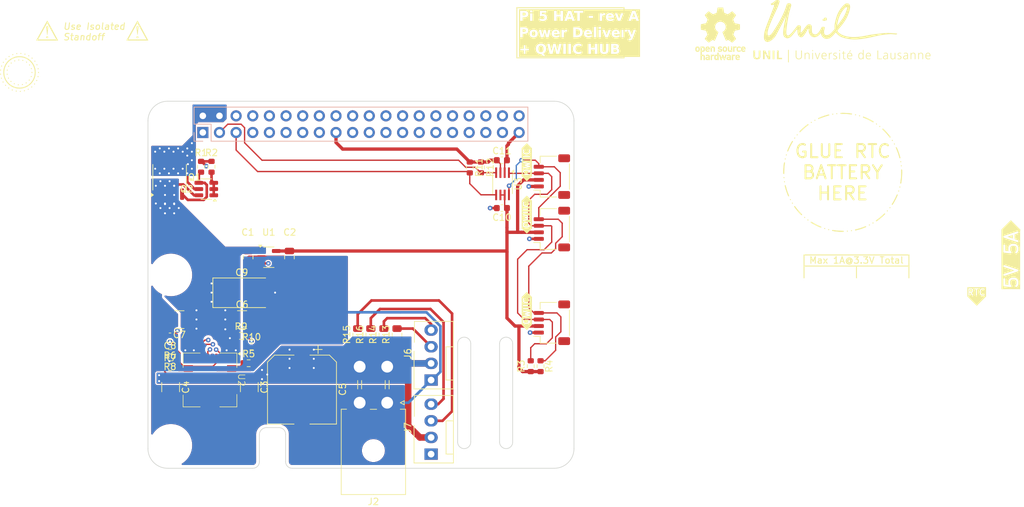
<source format=kicad_pcb>
(kicad_pcb (version 20240108) (generator "pcbnew") (generator_version "8.0")
  (title_block (date "15 nov 2012"))
  (layers (0 "F.Cu" signal) (1 "In1.Cu" signal) (2 "In2.Cu" signal) (31 "B.Cu" signal) (34 "B.Paste" user) (35 "F.Paste" user) (36 "B.SilkS" user "B.Silkscreen") (37 "F.SilkS" user "F.Silkscreen") (38 "B.Mask" user) (39 "F.Mask" user) (44 "Edge.Cuts" user))
  (net 0 "")
  (net 1 "GND")
  (net 2 "/GPIO2{slash}SDA1")
  (net 3 "/GPIO3{slash}SCL1")
  (net 4 "/GPIO4{slash}GPCLK0")
  (net 5 "/GPIO14{slash}TXD0")
  (net 6 "/GPIO15{slash}RXD0")
  (net 7 "/GPIO17")
  (net 9 "/GPIO27")
  (net 10 "/GPIO22")
  (net 11 "/GPIO23")
  (net 12 "/GPIO24")
  (net 13 "/GPIO10{slash}SPI0.MOSI")
  (net 14 "/GPIO9{slash}SPI0.MISO")
  (net 15 "/GPIO25")
  (net 16 "/GPIO11{slash}SPI0.SCLK")
  (net 17 "/GPIO8{slash}SPI0.CE0")
  (net 18 "/GPIO7{slash}SPI0.CE1")
  (net 21 "/GPIO5")
  (net 22 "/GPIO6")
  (net 23 "/GPIO12{slash}PWM0")
  (net 24 "/GPIO13{slash}PWM1")
  (net 26 "/GPIO16")
  (net 27 "/GPIO26")
  (net 30 "+5V")
  (net 31 "+3V3")
  (net 32 "/E_L")
  (net 33 "/E_H")
  (net 34 "+12V")
  (net 35 "+3V3_PI")
  (net 37 "+5V_PI")
  (net 38 "/SS")
  (net 39 "/RT")
  (net 40 "/LO")
  (net 41 "/EN")
  (net 42 "/3V3_EN")
  (net 43 "/FB")
  (net 44 "/AGND")
  (net 45 "/SCL")
  (net 46 "/SDA")
  (net 47 "/TACHO0")
  (net 48 "/FAN0")
  (net 49 "/TACHO1")
  (net 50 "/FAN1")
  (footprint "Resistor_SMD:R_0603_1608Metric" (layer "F.Cu") (at 150.8 54.1 -90)
    (property "Reference" "R12")
    (property "Value" "2.2k")
  )
  (footprint "Resistor_SMD:R_0603_1608Metric" (layer "F.Cu") (at 115.8 81.4)
    (property "Reference" "R10")
    (property "Value" "1.37k")
  )
  (footprint "Capacitor_SMD:C_0603_1608Metric" (layer "F.Cu") (at 154 60.3 180)
    (property "Reference" "C10")
    (property "Value" "100n")
  )
  (footprint "MountingHole:MountingHole_2.7mm_M2.5" (layer "F.Cu") (at 161.5 47.5)
    (property "Reference" "MH2" (hide yes))
    (property "Value" "MountingHole_2.7mm_M2.5" (hide yes))
  )
  (footprint "Package_SO:SSOP-8_2.95x2.8mm_P0.65mm" (layer "F.Cu") (at 154.1 56.6 -90)
    (property "Reference" "U3")
    (property "Value" "TCA9406DC")
  )
  (footprint "common:Molex_Mini-Fit_Jr_5569-04A2_2x02_P4.20mm_Horizontal" (layer "F.Cu") (at 136.5 90 180)
    (property "Reference" "J2")
    (property "Value" "5569-04A2")
  )
  (footprint "Capacitor_SMD:C_0603_1608Metric" (layer "F.Cu") (at 103.3625 79.875 180)
    (property "Reference" "C8")
    (property "Value" "22n")
  )
  (footprint "Package_TO_SOT_SMD:SOT-23-6" (layer "F.Cu") (at 108.9 57.4 180)
    (property "Reference" "Q2")
    (property "Value" "DMMT5401")
  )
  (footprint "Capacitor_Tantalum_SMD:CP_EIA-7343-15_Kemet-W" (layer "F.Cu") (at 114.3075 73.225)
    (property "Reference" "C9")
    (property "Value" "330u")
  )
  (footprint "Capacitor_SMD:C_0805_2012Metric" (layer "F.Cu") (at 121.5875 67.8 -90)
    (property "Reference" "C2")
    (property "Value" "1u")
  )
  (footprint "Resistor_SMD:R_0603_1608Metric" (layer "F.Cu") (at 115.3625 83.975)
    (property "Reference" "R5")
    (property "Value" "39k")
  )
  (footprint "common:JST_SH_SM04B-SRSS-TB_1x04-1MP_P1.00mm_Horizontal" (layer "F.Cu") (at 161.625 55.5 90)
    (property "Reference" "J5" (hide yes))
    (property "Value" "SM04B-SRSS-TB")
  )
  (footprint "Resistor_SMD:R_0603_1608Metric" (layer "F.Cu") (at 159.9 84.425 90)
    (property "Reference" "R4")
    (property "Value" "2.2k")
  )
  (footprint "Resistor_SMD:R_0805_2012Metric" (layer "F.Cu") (at 138 79.6 90)
    (property "Reference" "R13")
    (property "Value" "10k")
  )
  (footprint "Resistor_SMD:R_0603_1608Metric" (layer "F.Cu") (at 158.4 84.425 90)
    (property "Reference" "R3")
    (property "Value" "2.2k")
  )
  (footprint "common:JST_SH_SM04B-SRSS-TB_1x04-1MP_P1.00mm_Horizontal" (layer "F.Cu") (at 161.625 63.5 90)
    (property "Reference" "J4" (hide yes))
    (property "Value" "SM04B-SRSS-TB")
  )
  (footprint "Resistor_SMD:R_0805_2012Metric" (layer "F.Cu") (at 136 79.6 90)
    (property "Reference" "R14")
    (property "Value" "10k")
  )
  (footprint "Resistor_SMD:R_0603_1608Metric" (layer "F.Cu") (at 108.1 54 90)
    (property "Reference" "R1")
    (property "Value" "10k")
  )
  (footprint "common:PMU8000" (layer "F.Cu") (at 109.4625 86.525 -90)
    (property "Reference" "U2")
    (property "Value" "PMU8418")
  )
  (footprint "Capacitor_SMD:C_0805_2012Metric" (layer "F.Cu") (at 115.2875 67.8 -90)
    (property "Reference" "C1")
    (property "Value" "1u")
  )
  (footprint "Capacitor_SMD:C_1210_3225Metric" (layer "F.Cu") (at 104.8 77.325 180)
    (property "Reference" "C7")
    (property "Value" "47u")
  )
  (footprint "Connector:FanPinHeader_1x04_P2.54mm_Vertical" (layer "F.Cu") (at 143.2 86.54 90)
    (property "Reference" "J6")
    (property "Value" "47053-1000")
  )
  (footprint "Resistor_SMD:R_0603_1608Metric" (layer "F.Cu") (at 109.7 54 90)
    (property "Reference" "R2")
    (property "Value" "10k")
  )
  (footprint "MountingHole:MountingHole_2.7mm_M2.5" (layer "F.Cu") (at 103.5 70.5)
    (property "Reference" "MH2" (hide yes))
    (property "Value" "MountingHole_2.7mm_M2.5" (hide yes))
  )
  (footprint "MountingHole:MountingHole_2.7mm_M2.5" (layer "F.Cu") (at 103.5 96.5)
    (property "Reference" "MH3" (hide yes))
    (property "Value" "MountingHole_2.7mm_M2.5" (hide yes))
  )
  (footprint "Capacitor_SMD:C_1210_3225Metric" (layer "F.Cu") (at 115.4625 87.625 -90)
    (property "Reference" "C3")
    (property "Value" "10uF")
  )
  (footprint "Resistor_SMD:R_0603_1608Metric" (layer "F.Cu") (at 103.3625 84.575)
    (property "Reference" "R7")
    (property "Value" "68.1k")
  )
  (footprint "MountingHole:MountingHole_2.7mm_M2.5" (layer "F.Cu") (at 103.5 47.5)
    (property "Reference" "MH1" (hide yes))
    (property "Value" "MountingHole_2.7mm_M2.5" (hide yes))
  )
  (footprint "Package_SO:SO-8_3.9x4.9mm_P1.27mm" (layer "F.Cu") (at 103.3 55.6 90)
    (property "Reference" "Q1")
    (property "Value" "SI4477DY-T1-GE3")
  )
  (footprint "Connector:FanPinHeader_1x04_P2.54mm_Vertical" (layer "F.Cu") (at 143.2 97.84 90)
    (property "Reference" "J7")
    (property "Value" "47053-1000")
  )
  (footprint "Capacitor_SMD:C_0603_1608Metric" (layer "F.Cu") (at 154 53)
    (property "Reference" "C11")
    (property "Value" "100n")
  )
  (footprint "Symbol:OSHW-Logo_7.5x8mm_SilkScreen" (layer "F.Cu") (at 187.334133 33.713103)
    (property "Reference" "REF**" (hide yes))
    (property "Value" "OSHW-Logo_7.5x8mm_SilkScreen" (hide yes))
  )
  (footprint "Resistor_SMD:R_0805_2012Metric" (layer "F.Cu") (at 132 79.6 90)
    (property "Reference" "R15")
    (property "Value" "10k")
  )
  (footprint "Capacitor_SMD:CP_Elec_10x12.6" (layer "F.Cu") (at 123.5 88 -90)
    (property "Reference" "C5")
    (property "Value" "100u")
  )
  (footprint "MountingHole:MountingHole_2.7mm_M2.5" (layer "F.Cu") (at 161.5 96.5)
    (property "Reference" "MH4" (hide yes))
    (property "Value" "MountingHole_2.7mm_M2.5" (hide yes))
  )
  (footprint "Resistor_SMD:R_0603_1608Metric" (layer "F.Cu") (at 103.3625 81.375 180)
    (property "Reference" "R6")
    (property "Value" "48.7k")
  )
  (footprint "Capacitor_SMD:C_1210_3225Metric" (layer "F.Cu") (at 114.3625 77.325)
    (property "Reference" "C6")
    (property "Value" "47u")
  )
  (footprint "common:JST_SH_SM04B-SRSS-TB_1x04-1MP_P1.00mm_Horizontal" (layer "F.Cu") (at 161.625 77.8 90)
    (property "Reference" "J3" (hide yes))
    (property "Value" "SM04B-SRSS-TB")
  )
  (footprint "Capacitor_SMD:C_1210_3225Metric" (layer "F.Cu") (at 103.4625 87.625 -90)
    (property "Reference" "C4")
    (property "Value" "10uF")
  )
  (footprint "Resistor_SMD:R_0805_2012Metric" (layer "F.Cu") (at 134 79.6 90)
    (property "Reference" "R16")
    (property "Value" "10k")
  )
  (footprint "Resistor_SMD:R_0603_1608Metric" (layer "F.Cu") (at 103.3625 83.075 180)
    (property "Reference" "R8")
    (property "Value" "8.2k")
  )
  (footprint "MountingHole:MountingHole_2.7mm_M2.5" (layer "F.Cu") (at 161.5 70.5)
    (property "Reference" "MH2" (hide yes))
    (property "Value" "MountingHole_2.7mm_M2.5" (hide yes))
  )
  (footprint "Package_TO_SOT_SMD:SOT-23-5" (layer "F.Cu") (at 118.4375 67.8)
    (property "Reference" "U1")
    (property "Value" "TLV75733PDBV")
  )
  (footprint "Resistor_SMD:R_0603_1608Metric" (layer "F.Cu") (at 149.1 54.1 -90)
    (property "Reference" "R11")
    (property "Value" "2.2k")
  )
  (footprint "Resistor_SMD:R_0603_1608Metric" (layer "F.Cu") (at 114.2 79.8)
    (property "Reference" "R9")
    (property "Value" "10k")
  )
  (footprint "Connector_PinSocket_2.54mm:PinSocket_2x20_P2.54mm_Vertical" (layer "B.Cu") (at 108.37 48.77 -90)
    (property "Reference" "J1" (hide yes))
    (property "Value" "GPIO")
  )
  (gr_poly (pts (xy 219.040099 36.594749) (xy 219.06439 36.596648) (xy 219.087754 36.599774) (xy 219.1102 36.604092) (xy 219.131737 36.60957) (xy 219.152373 36.616175) (xy 219.172118 36.623874) (xy 219.19098 36.632634) (xy 219.208969 36.642422) (xy 219.226092 36.653205) (xy 219.242359 36.66495) (xy 219.257779 36.677624) (xy 219.27236 36.691194) (xy 219.286112 36.705627) (xy 219.299043 36.72089) (xy 219.311162 36.736951) (xy 219.322478 36.753775) (xy 219.333 36.77133) (xy 219.342736 36.789583) (xy 219.351696 36.808501) (xy 219.359888 36.828051) (xy 219.367322 36.848201) (xy 219.374005 36.868916) (xy 219.379948 36.890165) (xy 219.385158 36.911913) (xy 219.389645 36.934129) (xy 219.396484 36.979829) (xy 219.400535 37.027002) (xy 219.40187 37.075384) (xy 219.40187 37.136364) (xy 218.737235 37.136364) (xy 218.738528 37.174428) (xy 218.742396 37.211372) (xy 218.748821 37.24701) (xy 218.757787 37.28116) (xy 218.769275 37.313636) (xy 218.77596 37.329189) (xy 218.783269 37.344254) (xy 218.7912 37.358809) (xy 218.799752 37.372831) (xy 218.80892 37.386296) (xy 218.818705 37.399181) (xy 218.829102 37.411464) (xy 218.840111 37.423121) (xy 218.851729 37.43413) (xy 218.863954 37.444467) (xy 218.876784 37.45411) (xy 218.890216 37.463035) (xy 218.904249 37.471219) (xy 218.91888 37.478639) (xy 218.934107 37.485273) (xy 218.949928 37.491097) (xy 218.966341 37.496088) (xy 218.983344 37.500223) (xy 219.000933 37.503479) (xy 219.019109 37.505834) (xy 219.037867 37.507263) (xy 219.057206 37.507745) (xy 219.074083 37.507326) (xy 219.091733 37.506106) (xy 219.109992 37.504138) (xy 219.1287 37.501479) (xy 219.147695 37.498181) (xy 219.166814 37.494301) (xy 219.185895 37.489891) (xy 219.204776 37.485007) (xy 219.223296 37.479703) (xy 219.241292 37.474033) (xy 219.258602 37.468053) (xy 219.275065 37.461817) (xy 219.290517 37.455378) (xy 219.304799 37.448793) (xy 219.317746 37.442114) (xy 219.329198 37.435397) (xy 219.329198 37.557355) (xy 219.313264 37.563571) (xy 219.296794 37.569427) (xy 219.279857 37.574916) (xy 219.26252 37.580033) (xy 219.244851 37.584772) (xy 219.226919 37.589129) (xy 219.20879 37.593097) (xy 219.190534 37.596671) (xy 219.172218 37.599846) (xy 219.15391 37.602615) (xy 219.135678 37.604973) (xy 219.117589 37.606915) (xy 219.099713 37.608435) (xy 219.082117 37.609528) (xy 219.064868 37.610188) (xy 219.048035 37.610409) (xy 219.018384 37.609778) (xy 218.98991 37.607904) (xy 218.962597 37.604812) (xy 218.936431 37.600529) (xy 218.911395 37.59508) (xy 218.887475 37.588492) (xy 218.864655 37.58079) (xy 218.842919 37.572001) (xy 218.822252 37.562151) (xy 218.802639 37.551266) (xy 218.784063 37.539371) (xy 218.766511 37.526493) (xy 218.749965 37.512658) (xy 218.73441 37.497892) (xy 218.719832 37.482221) (xy 218.706215 37.465672) (xy 218.693542 37.448269) (xy 218.6818 37.430039) (xy 218.670971 37.411009) (xy 218.661042 37.391204) (xy 218.651995 37.370651) (xy 218.643816 37.349374) (xy 218.63649 37.327402) (xy 218.630001 37.304758) (xy 218.624333 37.281471) (xy 218.619471 37.257565) (xy 218.612103 37.208002) (xy 218.607772 37.156278) (xy 218.606356 37.102601) (xy 218.608249 37.047894) (xy 218.609725 37.034044) (xy 218.737235 37.034044) (xy 219.270636 37.034044) (xy 219.269818 37.002266) (xy 219.267323 36.970787) (xy 219.263092 36.939847) (xy 219.257063 36.90969) (xy 219.249177 36.880556) (xy 219.239373 36.852687) (xy 219.227592 36.826326) (xy 219.220941 36.813786) (xy 219.213773 36.801713) (xy 219.206081 36.790138) (xy 219.197856 36.77909) (xy 219.189092 36.768601) (xy 219.179781 36.7587) (xy 219.169915 36.749417) (xy 219.159487 36.740783) (xy 219.14849 36.732828) (xy 219.136915 36.725582) (xy 219.124756 36.719076) (xy 219.112004 36.713339) (xy 219.098652 36.708401) (xy 219.084694 36.704294) (xy 219.07012 36.701046) (xy 219.054924 36.69869) (xy 219.039098 36.697253) (xy 219.022635 36.696768) (xy 219.006251 36.697281) (xy 218.990275 36.698796) (xy 218.974714 36.701277) (xy 218.959577 36.704689) (xy 218.944869 36.708997) (xy 218.9306 36.714165) (xy 218.916775 36.720158) (xy 218.903403 36.726939) (xy 218.890491 36.734474) (xy 218.878045 36.742727) (xy 218.866074 36.751662) (xy 218.854585 36.761244) (xy 218.843584 36.771437) (xy 218.83308 36.782207) (xy 218.82308 36.793516) (xy 218.81359 36.805331) (xy 218.804619 36.817615) (xy 218.796173 36.830333) (xy 218.788261 36.843449) (xy 218.780889 36.856927) (xy 218.774064 36.870734) (xy 218.767794 36.884831) (xy 218.762087 36.899186) (xy 218.756949 36.91376) (xy 218.752389 36.92852) (xy 218.748412 36.94343) (xy 218.745027 36.958454) (xy 218.742242 36.973557) (xy 218.740062 36.988703) (xy 218.738496 37.003856) (xy 218.737551 37.018982) (xy 218.737235 37.034044) (xy 218.609725 37.034044) (xy 218.613846 36.995389) (xy 218.623031 36.945269) (xy 218.635684 36.897717) (xy 218.651686 36.852918) (xy 218.660907 36.831607) (xy 218.67092 36.811053) (xy 218.681711 36.791278) (xy 218.693266 36.772306) (xy 218.705569 36.754159) (xy 218.718606 36.73686) (xy 218.732362 36.720432) (xy 218.746821 36.704898) (xy 218.76197 36.690281) (xy 218.777793 36.676604) (xy 218.794276 36.663889) (xy 218.811403 36.65216) (xy 218.82916 36.641439) (xy 218.847532 36.63175) (xy 218.866505 36.623115) (xy 218.886063 36.615557) (xy 218.906191 36.609098) (xy 218.926875 36.603763) (xy 218.9481 36.599574) (xy 218.969851 36.596553) (xy 218.992114 36.594723) (xy 219.014872 36.594109)) (stroke (width -0.000001)) (fill solid) (layer "F.SilkS"))
  (gr_poly (pts (xy 200.63978 36.594574) (xy 200.660911 36.595956) (xy 200.681198 36.598235) (xy 200.700652 36.601393) (xy 200.719283 36.605409) (xy 200.737101 36.610263) (xy 200.754116 36.615937) (xy 200.770339 36.622411) (xy 200.78578 36.629665) (xy 200.800448 36.63768) (xy 200.814355 36.646435) (xy 200.82751 36.655912) (xy 200.839924 36.666092) (xy 200.851607 36.676953) (xy 200.862569 36.688478) (xy 200.87282 36.700646) (xy 200.88237 36.713437) (xy 200.891231 36.726833) (xy 200.899411 36.740814) (xy 200.906921 36.755359) (xy 200.913772 36.77045) (xy 200.919974 36.786068) (xy 200.925536 36.802191) (xy 200.93047 36.818802) (xy 200.934784 36.83588) (xy 200.938491 36.853406) (xy 200.944119 36.889723) (xy 200.947436 36.927597) (xy 200.948523 36.966871) (xy 200.948523 37.587671) (xy 200.828438 37.587671) (xy 200.828438 36.997864) (xy 200.827676 36.964281) (xy 200.825354 36.932308) (xy 200.821416 36.902023) (xy 200.815808 36.873501) (xy 200.808475 36.84682) (xy 200.799361 36.822057) (xy 200.794119 36.810419) (xy 200.788411 36.799288) (xy 200.78223 36.788675) (xy 200.77557 36.77859) (xy 200.768423 36.769042) (xy 200.760783 36.76004) (xy 200.752643 36.751594) (xy 200.743995 36.743714) (xy 200.734834 36.736409) (xy 200.725152 36.729689) (xy 200.714941 36.723563) (xy 200.704196 36.718042) (xy 200.69291 36.713134) (xy 200.681075 36.70885) (xy 200.668685 36.705198) (xy 200.655732 36.702189) (xy 200.642211 36.699831) (xy 200.628113 36.698136) (xy 200.613433 36.697111) (xy 200.598162 36.696768) (xy 200.578091 36.697324) (xy 200.558886 36.698966) (xy 200.540532 36.701653) (xy 200.523016 36.705345) (xy 200.506321 36.709999) (xy 200.490432 36.715577) (xy 200.475335 36.722036) (xy 200.461014 36.729336) (xy 200.447455 36.737437) (xy 200.434642 36.746297) (xy 200.422561 36.755877) (xy 200.411195 36.766134) (xy 200.400531 36.777029) (xy 200.390553 36.78852) (xy 200.381246 36.800567) (xy 200.372594 36.81313) (xy 200.364584 36.826166) (xy 200.3572 36.839637) (xy 200.350426 36.8535) (xy 200.344249 36.867715) (xy 200.338652 36.882242) (xy 200.33362 36.897039) (xy 200.325195 36.927282) (xy 200.318851 36.958118) (xy 200.314469 36.989221) (xy 200.311928 37.020265) (xy 200.311107 37.050924) (xy 200.311107 37.587671) (xy 200.190951 37.587671) (xy 200.190951 36.845252) (xy 200.190827 36.789122) (xy 200.189961 36.732381) (xy 200.189018 36.70379) (xy 200.18761 36.675057) (xy 200.185646 36.646186) (xy 200.183031 36.617181) (xy 200.299395 36.617181) (xy 200.299395 36.789795) (xy 200.303258 36.789795) (xy 200.311161 36.773232) (xy 200.319975 36.756359) (xy 200.32984 36.739366) (xy 200.340897 36.722444) (xy 200.353288 36.705782) (xy 200.367152 36.689571) (xy 200.374681 36.681694) (xy 200.38263 36.674001) (xy 200.391019 36.666516) (xy 200.399864 36.659263) (xy 200.409183 36.652265) (xy 200.418993 36.645546) (xy 200.429312 36.63913) (xy 200.440159 36.633041) (xy 200.451549 36.627302) (xy 200.463501 36.621937) (xy 200.476033 36.616971) (xy 200.489162 36.612426) (xy 200.502905 36.608327) (xy 200.51728 36.604698) (xy 200.532306 36.601561) (xy 200.547999 36.598942) (xy 200.564376 36.596863) (xy 200.581456 36.595349) (xy 200.599257 36.594423) (xy 200.617795 36.594109)) (stroke (width -0.000001)) (fill solid) (layer "F.SilkS"))
  (gr_line (start 230.3 63.6) (end 230.3 72.6) (stroke (width 0.15)) (layer "F.SilkS"))
  (gr_line (start 157.1 63.4) (end 157.1 59.2) (stroke (width 0.15)) (layer "F.SilkS"))
  (gr_poly (pts (xy 205.59175 37.587671) (xy 205.471593 37.587671) (xy 205.471593 36.617181) (xy 205.59175 36.617181)) (stroke (width -0.000001)) (fill solid) (layer "F.SilkS"))
  (gr_poly (pts (xy 197.783173 38.063783) (xy 197.651234 38.063783) (xy 197.651234 36.159681) (xy 197.783173 36.159681)) (stroke (width -0.000001)) (fill solid) (layer "F.SilkS"))
  (gr_poly (pts (xy 213.407292 37.206642) (xy 213.408062 37.240227) (xy 213.410405 37.272202) (xy 213.414374 37.302489) (xy 213.420023 37.331011) (xy 213.427402 37.357693) (xy 213.436565 37.382456) (xy 213.441832 37.394095) (xy 213.447564 37.405226) (xy 213.453769 37.415838) (xy 213.460452 37.425924) (xy 213.46762 37.435472) (xy 213.47528 37.444474) (xy 213.483439 37.45292) (xy 213.492102 37.4608) (xy 213.501277 37.468105) (xy 213.51097 37.474825) (xy 213.521187 37.48095) (xy 213.531936 37.486471) (xy 213.543222 37.491379) (xy 213.555053 37.495663) (xy 213.567434 37.499315) (xy 213.580373 37.502324) (xy 213.593875 37.504681) (xy 213.607948 37.506377) (xy 213.622598 37.507401) (xy 213.637831 37.507745) (xy 213.657868 37.507187) (xy 213.677042 37.505543) (xy 213.69537 37.502851) (xy 213.712866 37.499154) (xy 213.729545 37.494493) (xy 213.745421 37.488907) (xy 213.760509 37.482439) (xy 213.774825 37.475129) (xy 213.788382 37.467019) (xy 213.801196 37.458148) (xy 213.813282 37.448558) (xy 213.824654 37.43829) (xy 213.835327 37.427385) (xy 213.845316 37.415884) (xy 213.854635 37.403828) (xy 213.8633 37.391257) (xy 213.871325 37.378213) (xy 213.878726 37.364737) (xy 213.885516 37.350869) (xy 213.891711 37.33665) (xy 213.897325 37.322122) (xy 213.902373 37.307326) (xy 213.910832 37.27709) (xy 213.917204 37.246271) (xy 213.92161 37.215196) (xy 213.924166 37.184192) (xy 213.924992 37.153588) (xy 213.924992 36.617181) (xy 214.044761 36.617181) (xy 214.044761 37.359262) (xy 214.04489 37.415153) (xy 214.045797 37.472046) (xy 214.046785 37.500776) (xy 214.048258 37.529648) (xy 214.050315 37.558626) (xy 214.053052 37.587671) (xy 213.936105 37.587671) (xy 213.936105 37.414382) (xy 213.932931 37.414382) (xy 213.924874 37.431004) (xy 213.915953 37.447929) (xy 213.906024 37.464966) (xy 213.894941 37.481927) (xy 213.88256 37.498622) (xy 213.868736 37.514861) (xy 213.861238 37.522749) (xy 213.853325 37.530453) (xy 213.844978 37.537948) (xy 213.836181 37.54521) (xy 213.826914 37.552216) (xy 213.817161 37.558941) (xy 213.806901 37.565363) (xy 213.796119 37.571457) (xy 213.784794 37.5772) (xy 213.77291 37.582569) (xy 213.760449 37.587538) (xy 213.747391 37.592085) (xy 213.73372 37.596186) (xy 213.719416 37.599817) (xy 213.704463 37.602955) (xy 213.688841 37.605575) (xy 213.672533 37.607654) (xy 213.655521 37.609169) (xy 213.637786 37.610095) (xy 213.619311 37.610409) (xy 213.597222 37.609944) (xy 213.575992 37.608562) (xy 213.555612 37.606282) (xy 213.536071 37.603124) (xy 213.517358 37.599108) (xy 213.499464 37.594253) (xy 213.482378 37.588579) (xy 213.466089 37.582105) (xy 213.450587 37.574851) (xy 213.435862 37.566836) (xy 213.421903 37.55808) (xy 213.4087 37.548603) (xy 213.396242 37.538424) (xy 213.384519 37.527562) (xy 213.373521 37.516037) (xy 213.363237 37.503869) (xy 213.353657 37.491078) (xy 213.344771 37.477682) (xy 213.336568 37.463701) (xy 213.329037 37.449156) (xy 213.322168 37.434065) (xy 213.315951 37.418447) (xy 213.310376 37.402324) (xy 213.305432 37.385714) (xy 213.301108 37.368636) (xy 213.297395 37.35111) (xy 213.291757 37.314794) (xy 213.288435 37.276922) (xy 213.287347 37.23765) (xy 213.287347 36.617181) (xy 213.407292 36.617181)) (stroke (width -0.000001)) (fill solid) (layer "F.SilkS"))
  (gr_circle (center 206 54.85) (end 215 54.85) (stroke (width 0.15) (type dash_dot_dot)) (fill none) (layer "F.SilkS"))
  (gr_poly (pts (xy 157.1 55.4) (xy 158.5 55.4) (xy 157.8 56.1)) (stroke (width 0.15)) (fill solid) (layer "F.SilkS"))
  (gr_line (start 157.1 78.1) (end 157.1 73.9) (stroke (width 0.15)) (layer "F.SilkS"))
  (gr_circle (center 80.4 39.6) (end 82.3 39.6) (stroke (width 0.15) (type dot)) (fill none) (layer "F.SilkS"))
  (gr_poly (pts (xy 209.952717 36.594749) (xy 209.977016 36.596648) (xy 210.000381 36.599774) (xy 210.022822 36.604092) (xy 210.044349 36.60957) (xy 210.064969 36.616175) (xy 210.084693 36.623874) (xy 210.103531 36.632634) (xy 210.12149 36.642422) (xy 210.138581 36.653205) (xy 210.154812 36.66495) (xy 210.170194 36.677624) (xy 210.184734 36.691194) (xy 210.198444 36.705627) (xy 210.211331 36.72089) (xy 210.223405 36.736951) (xy 210.234676 36.753775) (xy 210.245152 36.77133) (xy 210.254843 36.789583) (xy 210.263759 36.808501) (xy 210.271908 36.828051) (xy 210.279299 36.848201) (xy 210.285943 36.868916) (xy 210.291848 36.890165) (xy 210.297023 36.911913) (xy 210.301479 36.934129) (xy 210.308266 36.979829) (xy 210.312284 37.027002) (xy 210.313607 37.075384) (xy 210.313607 37.136364) (xy 209.649382 37.136364) (xy 209.65068 37.174428) (xy 209.654559 37.211372) (xy 209.661002 37.24701) (xy 209.669991 37.28116) (xy 209.681507 37.313636) (xy 209.688207 37.329189) (xy 209.695533 37.344254) (xy 209.703481 37.358809) (xy 209.712049 37.372831) (xy 209.721236 37.386296) (xy 209.731039 37.399181) (xy 209.741455 37.411464) (xy 209.752483 37.423121) (xy 209.76412 37.43413) (xy 209.776363 37.444467) (xy 209.789212 37.45411) (xy 209.802662 37.463035) (xy 209.816713 37.471219) (xy 209.831361 37.478639) (xy 209.846605 37.485273) (xy 209.862442 37.491097) (xy 209.878869 37.496088) (xy 209.895886 37.500223) (xy 209.913489 37.503479) (xy 209.931675 37.505834) (xy 209.950444 37.507263) (xy 209.969792 37.507745) (xy 209.986529 37.507326) (xy 210.004071 37.506106) (xy 210.022254 37.504138) (xy 210.040914 37.501479) (xy 210.059885 37.498181) (xy 210.079002 37.494301) (xy 210.098102 37.489891) (xy 210.117019 37.485007) (xy 210.135588 37.479703) (xy 210.153645 37.474033) (xy 210.171024 37.468053) (xy 210.187562 37.461817) (xy 210.203092 37.455378) (xy 210.217451 37.448793) (xy 210.230474 37.442114) (xy 210.241996 37.435397) (xy 210.241996 37.557355) (xy 210.225976 37.563571) (xy 210.209445 37.569427) (xy 210.192466 37.574916) (xy 210.175101 37.580033) (xy 210.157414 37.584772) (xy 210.139468 37.589129) (xy 210.121326 37.593097) (xy 210.103052 37.596671) (xy 210.084707 37.599846) (xy 210.066357 37.602615) (xy 210.048062 37.604973) (xy 210.029888 37.606915) (xy 210.011896 37.608435) (xy 209.99415 37.609528) (xy 209.976714 37.610188) (xy 209.959649 37.610409) (xy 209.930114 37.609778) (xy 209.901744 37.607904) (xy 209.874522 37.604812) (xy 209.848434 37.600529) (xy 209.823466 37.59508) (xy 209.799602 37.588492) (xy 209.776827 37.58079) (xy 209.755127 37.572001) (xy 209.734487 37.562151) (xy 209.714892 37.551266) (xy 209.696328 37.539371) (xy 209.678779 37.526493) (xy 209.66223 37.512658) (xy 209.646667 37.497892) (xy 209.632076 37.482221) (xy 209.61844 37.465672) (xy 209.605746 37.448269) (xy 209.593978 37.430039) (xy 209.583121 37.411009) (xy 209.573162 37.391204) (xy 209.564084 37.370651) (xy 209.555874 37.349374) (xy 209.548516 37.327402) (xy 209.541995 37.304758) (xy 209.536297 37.281471) (xy 209.531407 37.257565) (xy 209.523991 37.208002) (xy 209.519629 37.156278) (xy 209.518201 37.102601) (xy 209.520104 37.047894) (xy 209.521588 37.034044) (xy 209.649382 37.034044) (xy 210.182376 37.034044) (xy 210.181569 37.002266) (xy 210.179108 36.970787) (xy 210.174928 36.939847) (xy 210.168966 36.90969) (xy 210.161158 36.880556) (xy 210.151442 36.852687) (xy 210.139753 36.826326) (xy 210.133149 36.813786) (xy 210.126029 36.801713) (xy 210.118383 36.790138) (xy 210.110205 36.77909) (xy 210.101486 36.768601) (xy 210.092218 36.7587) (xy 210.082394 36.749417) (xy 210.072005 36.740783) (xy 210.061044 36.732828) (xy 210.049503 36.725582) (xy 210.037373 36.719076) (xy 210.024647 36.713339) (xy 210.011317 36.708401) (xy 209.997375 36.704294) (xy 209.982812 36.701046) (xy 209.967622 36.69869) (xy 209.951796 36.697253) (xy 209.935326 36.696768) (xy 209.918926 36.697281) (xy 209.902934 36.698796) (xy 209.887355 36.701277) (xy 209.872199 36.704689) (xy 209.857472 36.708997) (xy 209.843182 36.714165) (xy 209.829337 36.720158) (xy 209.815943 36.726939) (xy 209.803008 36.734474) (xy 209.79054 36.742727) (xy 209.778547 36.751662) (xy 209.767034 36.761244) (xy 209.756011 36.771437) (xy 209.745484 36.782207) (xy 209.735462 36.793516) (xy 209.72595 36.805331) (xy 209.716957 36.817615) (xy 209.708491 36.830333) (xy 209.700558 36.843449) (xy 209.693166 36.856927) (xy 209.686323 36.870734) (xy 209.680036 36.884831) (xy 209.674312 36.899186) (xy 209.66916 36.91376) (xy 209.664585 36.92852) (xy 209.660596 36.94343) (xy 209.657201 36.958454) (xy 209.654406 36.973557) (xy 209.652219 36.988703) (xy 209.650648 37.003856) (xy 209.6497 37.018982) (xy 209.649382 37.034044) (xy 209.521588 37.034044) (xy 209.525732 36.995389) (xy 209.534963 36.945269) (xy 209.547676 36.897717) (xy 209.563749 36.852918) (xy 209.573007 36.831607) (xy 209.58306 36.811053) (xy 209.593891 36.791278) (xy 209.605487 36.772306) (xy 209.617831 36.754159) (xy 209.630909 36.73686) (xy 209.644704 36.720432) (xy 209.659203 36.704898) (xy 209.674389 36.690281) (xy 209.690248 36.676604) (xy 209.706765 36.663889) (xy 209.723923 36.65216) (xy 209.741709 36.641439) (xy 209.760106 36.63175) (xy 209.779099 36.623115) (xy 209.798674 36.615557) (xy 209.818815 36.609098) (xy 209.839506 36.603763) (xy 209.860733 36.599574) (xy 209.882481 36.596553) (xy 209.904733 36.594723) (xy 209.927476 36.594109)) (stroke (width -0.000001)) (fill solid) (layer "F.SilkS"))
  (gr_poly (pts (xy 207.040149 36.515898) (xy 206.95222 36.515898) (xy 207.129296 36.242019) (xy 207.279579 36.242019)) (stroke (width -0.000001)) (fill solid) (layer "F.SilkS"))
  (gr_poly (pts (xy 212.600335 36.595389) (xy 212.620752 36.596999) (xy 212.640378 36.599265) (xy 212.659221 36.602193) (xy 212.677287 36.60579) (xy 212.694583 36.610062) (xy 212.711116 36.615015) (xy 212.726894 36.620657) (xy 212.741922 36.626994) (xy 212.756208 36.634032) (xy 212.769758 36.641778) (xy 212.782581 36.650239) (xy 212.794681 36.659421) (xy 212.806068 36.669331) (xy 212.816746 36.679975) (xy 212.826724 36.69136) (xy 212.836008 36.703492) (xy 212.844605 36.716378) (xy 212.852522 36.730025) (xy 212.859767 36.744439) (xy 212.866344 36.759626) (xy 212.872263 36.775594) (xy 212.877529 36.792348) (xy 212.88215 36.809896) (xy 212.886132 36.828244) (xy 212.889483 36.847398) (xy 212.892209 36.867365) (xy 212.895814 36.909764) (xy 212.897004 36.955495) (xy 212.897004 37.384065) (xy 212.897153 37.439326) (xy 212.897506 37.46508) (xy 212.898195 37.490002) (xy 212.899329 37.514407) (xy 212.901022 37.53861) (xy 212.903385 37.562927) (xy 212.906529 37.587671) (xy 212.788699 37.587671) (xy 212.788699 37.431607) (xy 212.784287 37.431607) (xy 212.779089 37.442335) (xy 212.773428 37.452748) (xy 212.767322 37.462845) (xy 212.760788 37.472624) (xy 212.753845 37.482083) (xy 212.74651 37.49122) (xy 212.738801 37.500035) (xy 212.730736 37.508525) (xy 212.722333 37.516688) (xy 212.713609 37.524523) (xy 212.704581 37.532028) (xy 212.695269 37.539202) (xy 212.685689 37.546042) (xy 212.67586 37.552547) (xy 212.665799 37.558716) (xy 212.655523 37.564546) (xy 212.645051 37.570035) (xy 212.634401 37.575184) (xy 212.612635 37.584447) (xy 212.590369 37.592323) (xy 212.567743 37.598798) (xy 212.5449 37.603857) (xy 212.521982 37.607488) (xy 212.499132 37.609676) (xy 212.476491 37.610409) (xy 212.451287 37.60987) (xy 212.42741 37.60829) (xy 212.404826 37.605721) (xy 212.383501 37.602215) (xy 212.3634 37.597825) (xy 212.344488 37.592602) (xy 212.32673 37.5866) (xy 212.310093 37.579871) (xy 212.294541 37.572467) (xy 212.28004 37.564441) (xy 212.266555 37.555845) (xy 212.254052 37.546731) (xy 212.242496 37.537153) (xy 212.231852 37.527162) (xy 212.222087 37.51681) (xy 212.213164 37.506151) (xy 212.205051 37.495236) (xy 212.197711 37.484119) (xy 212.191112 37.472851) (xy 212.185217 37.461485) (xy 212.175404 37.438668) (xy 212.167995 37.416088) (xy 212.162715 37.394164) (xy 212.159286 37.373316) (xy 212.157431 37.353962) (xy 212.156874 37.336523) (xy 212.157014 37.332389) (xy 212.28793 37.332389) (xy 212.288196 37.344168) (xy 212.288985 37.355478) (xy 212.290284 37.366327) (xy 212.29208 37.376719) (xy 212.294359 37.386662) (xy 212.297107 37.396162) (xy 212.300313 37.405224) (xy 212.303962 37.413855) (xy 212.308041 37.422061) (xy 212.312537 37.429849) (xy 212.317437 37.437224) (xy 212.322727 37.444192) (xy 212.328395 37.450761) (xy 212.334426 37.456935) (xy 212.340807 37.462721) (xy 212.347526 37.468126) (xy 212.354569 37.473156) (xy 212.361923 37.477816) (xy 212.369574 37.482113) (xy 212.37751 37.486053) (xy 212.385716 37.489642) (xy 212.39418 37.492887) (xy 212.402888 37.495793) (xy 212.411827 37.498368) (xy 212.420985 37.500616) (xy 212.430346 37.502544) (xy 212.44963 37.505466) (xy 212.469573 37.507183) (xy 212.490069 37.507745) (xy 212.515646 37.507037) (xy 212.539658 37.504961) (xy 212.562154 37.501587) (xy 212.583183 37.496986) (xy 212.602797 37.491228) (xy 212.621042 37.484386) (xy 212.63797 37.476529) (xy 212.653629 37.467728) (xy 212.668068 37.458054) (xy 212.681338 37.447578) (xy 212.693487 37.43637) (xy 212.704565 37.424501) (xy 212.714621 37.412043) (xy 212.723705 37.399065) (xy 212.731866 37.385639) (xy 212.739153 37.371836) (xy 212.745616 37.357726) (xy 212.751304 37.343379) (xy 212.756267 37.328867) (xy 212.760553 37.314261) (xy 212.767296 37.285048) (xy 212.771926 37.256307) (xy 212.77484 37.228603) (xy 212.776432 37.202503) (xy 212.777232 37.157379) (xy 212.777232 37.098467) (xy 212.74319 37.098467) (xy 212.66397 37.099786) (xy 212.624017 37.10181) (xy 212.584395 37.105077) (xy 212.545526 37.109838) (xy 212.50783 37.116344) (xy 212.471728 37.124843) (xy 212.43764 37.135588) (xy 212.405987 37.148827) (xy 212.391205 37.156461) (xy 212.37719 37.164812) (xy 212.363993 37.173912) (xy 212.351669 37.183792) (xy 212.340268 37.194484) (xy 212.329845 37.206018) (xy 212.32045 37.218427) (xy 212.312138 37.231741) (xy 212.30496 37.245992) (xy 212.29897 37.26121) (xy 212.294219 37.277428) (xy 212.29076 37.294676) (xy 212.288647 37.312986) (xy 212.28793 37.332389) (xy 212.157014 37.332389) (xy 212.157875 37.306871) (xy 212.160822 37.278985) (xy 212.165636 37.252812) (xy 212.172235 37.228297) (xy 212.180539 37.205387) (xy 212.190468 37.184027) (xy 212.201939 37.164163) (xy 212.214873 37.145741) (xy 212.229189 37.128706) (xy 212.244806 37.113006) (xy 212.261643 37.098585) (xy 212.27962 37.085389) (xy 212.298656 37.073365) (xy 212.318669 37.062458) (xy 212.339581 37.052614) (xy 212.361308 37.043779) (xy 212.383772 37.035898) (xy 212.406891 37.028919) (xy 212.430584 37.022786) (xy 212.454771 37.017445) (xy 212.479371 37.012843) (xy 212.504302 37.008924) (xy 212.55484 37.002924) (xy 212.605737 36.999011) (xy 212.656347 36.996752) (xy 212.706026 36.995714) (xy 212.754126 36.995464) (xy 212.777234 36.995464) (xy 212.777234 36.945847) (xy 212.776529 36.915856) (xy 212.774373 36.887767) (xy 212.770704 36.861585) (xy 212.76546 36.837313) (xy 212.762228 36.825896) (xy 212.758579 36.814957) (xy 212.754505 36.804499) (xy 212.749998 36.794521) (xy 212.745052 36.785025) (xy 212.739657 36.77601) (xy 212.733806 36.767477) (xy 212.727492 36.759428) (xy 212.720707 36.751861) (xy 212.713442 36.744779) (xy 212.705691 36.738181) (xy 212.697445 36.732069) (xy 212.688697 36.726442) (xy 212.679439 36.721301) (xy 212.669663 36.716648) (xy 212.659362 36.712481) (xy 212.648527 36.708803) (xy 212.637152 36.705614) (xy 212.625227 36.702913) (xy 212.612746 36.700702) (xy 212.599701 36.698982) (xy 212.586083 36.697752) (xy 212.571886 36.697014) (xy 212.557101 36.696768) (xy 212.538158 36.697037) (xy 212.519362 36.697856) (xy 212.500712 36.699243) (xy 212.482207 36.701214) (xy 212.463844 36.703786) (xy 212.445622 36.706977) (xy 212.42754 36.710804) (xy 212.409595 36.715284) (xy 212.391787 36.720434) (xy 212.374114 36.726272) (xy 212.356575 36.732813) (xy 212.339167 36.740077) (xy 212.321889 36.748079) (xy 212.30474 36.756837) (xy 212.287718 36.766368) (xy 212.270821 36.77669) (xy 212.270821 36.660943) (xy 212.285238 36.654175) (xy 212.300747 36.647588) (xy 212.317214 36.641217) (xy 212.334504 36.635096) (xy 212.352483 36.629263) (xy 212.371015 36.623751) (xy 212.389966 36.618596) (xy 212.4092 36.613834) (xy 212.428583 36.609499) (xy 212.44798 36.605628) (xy 212.467256 36.602256) (xy 212.486276 36.599417) (xy 212.504905 36.597148) (xy 212.523009 36.595483) (xy 212.540453 36.594458) (xy 212.557101 36.594109)) (stroke (width -0.000001)) (fill solid) (layer "F.SilkS"))
  (gr_line (start 200.1 70.95) (end 200.1 69.15) (stroke (width 0.15)) (layer "F.SilkS"))
  (gr_poly (pts (xy 225.1 73.75) (xy 227.8 73.75) (xy 226.45 75.1)) (stroke (width 0.15)) (fill solid) (layer "F.SilkS"))
  (gr_poly (pts (xy 196.23522 37.378553) (xy 196.751368 37.378553) (xy 196.751368 37.587671) (xy 195.968643 37.587671) (xy 195.968643 36.259234) (xy 196.23522 36.259234)) (stroke (width -0.000001)) (fill solid) (layer "F.SilkS"))
  (gr_circle (center 80.4 39.6) (end 82.8 39.6) (stroke (width 0.15)) (fill none) (layer "F.SilkS"))
  (gr_poly (pts (xy 217.963598 36.594574) (xy 217.984793 36.595956) (xy 218.005138 36.598235) (xy 218.024643 36.601393) (xy 218.043319 36.605409) (xy 218.061176 36.610263) (xy 218.078226 36.615937) (xy 218.094477 36.622411) (xy 218.109942 36.629665) (xy 218.12463 36.63768) (xy 218.138553 36.646435) (xy 218.151719 36.655912) (xy 218.164141 36.666092) (xy 218.175829 36.676953) (xy 218.186792 36.688478) (xy 218.197043 36.700646) (xy 218.20659 36.713437) (xy 218.215445 36.726833) (xy 218.223619 36.740814) (xy 218.231121 36.755359) (xy 218.237962 36.77045) (xy 218.244154 36.786068) (xy 218.249706 36.802191) (xy 218.254628 36.818802) (xy 218.258932 36.83588) (xy 218.262629 36.853406) (xy 218.268239 36.889723) (xy 218.271543 36.927597) (xy 218.272626 36.966871) (xy 218.272626 37.587671) (xy 218.15268 37.587671) (xy 218.15268 36.997864) (xy 218.151913 36.964281) (xy 218.149576 36.932308) (xy 218.145618 36.902023) (xy 218.139986 36.873501) (xy 218.132627 36.84682) (xy 218.123491 36.822057) (xy 218.11824 36.810419) (xy 218.112524 36.799288) (xy 218.106338 36.788675) (xy 218.099675 36.77859) (xy 218.092528 36.769042) (xy 218.084891 36.76004) (xy 218.076757 36.751594) (xy 218.06812 36.743714) (xy 218.058973 36.736409) (xy 218.04931 36.729689) (xy 218.039124 36.723563) (xy 218.028408 36.718042) (xy 218.017157 36.713134) (xy 218.005363 36.70885) (xy 217.99302 36.705198) (xy 217.980122 36.702189) (xy 217.966662 36.699831) (xy 217.952634 36.698136) (xy 217.93803 36.697111) (xy 217.922845 36.696768) (xy 217.902714 36.697324) (xy 217.883453 36.698966) (xy 217.865048 36.701653) (xy 217.847483 36.705345) (xy 217.830744 36.709999) (xy 217.814814 36.715577) (xy 217.799678 36.722036) (xy 217.785322 36.729336) (xy 217.771731 36.737437) (xy 217.758888 36.746297) (xy 217.74678 36.755877) (xy 217.73539 36.766134) (xy 217.724704 36.777029) (xy 217.714706 36.78852) (xy 217.705381 36.800567) (xy 217.696715 36.81313) (xy 217.688691 36.826166) (xy 217.681295 36.839637) (xy 217.674512 36.8535) (xy 217.668325 36.867715) (xy 217.662721 36.882242) (xy 217.657684 36.897039) (xy 217.64925 36.927282) (xy 217.642901 36.958118) (xy 217.638517 36.989221) (xy 217.635976 37.020265) (xy 217.635155 37.050924) (xy 217.635155 37.587671) (xy 217.514857 37.587671) (xy 217.514857 36.845252) (xy 217.514859 36.845252) (xy 217.514743 36.789122) (xy 217.513933 36.732381) (xy 217.51305 36.70379) (xy 217.511734 36.675057) (xy 217.509896 36.646186) (xy 217.507451 36.617181) (xy 217.624043 36.617181) (xy 217.624043 36.789795) (xy 217.62757 36.789795) (xy 217.635446 36.773232) (xy 217.644222 36.756359) (xy 217.654041 36.739366) (xy 217.665044 36.722444) (xy 217.677376 36.705782) (xy 217.691178 36.689571) (xy 217.698676 36.681694) (xy 217.706595 36.674001) (xy 217.714953 36.666516) (xy 217.723768 36.659263) (xy 217.733058 36.652265) (xy 217.742841 36.645546) (xy 217.753134 36.63913) (xy 217.763956 36.633041) (xy 217.775324 36.627302) (xy 217.787257 36.621937) (xy 217.799771 36.616971) (xy 217.812886 36.612426) (xy 217.826618 36.608327) (xy 217.840986 36.604698) (xy 217.856008 36.601561) (xy 217.8717 36.598942) (xy 217.888082 36.596863) (xy 217.905171 36.595349) (xy 217.922986 36.594423) (xy 217.941542 36.594109)) (stroke (width -0.000001)) (fill solid) (layer "F.SilkS"))
  (gr_line (start 200.1 69.15) (end 216.1 69.15) (stroke (width 0.15)) (layer "F.SilkS"))
  (gr_poly (pts (xy 157.1 51.2) (xy 158.5 51.2) (xy 157.8 50.5)) (stroke (width 0.15)) (fill solid) (layer "F.SilkS"))
  (gr_poly (pts (xy 157.1 63.4) (xy 158.5 63.4) (xy 157.8 64.1)) (stroke (width 0.15)) (fill solid) (layer "F.SilkS"))
  (gr_line (start 158.5 78.1) (end 158.5 73.9) (stroke (width 0.15)) (layer "F.SilkS"))
  (gr_poly (pts (xy 196.084033 28.555016) (xy 196.106977 28.556949) (xy 196.129442 28.560476) (xy 196.151084 28.565809) (xy 196.16149 28.56922) (xy 196.171562 28.573162) (xy 196.211924 28.59053) (xy 196.232255 28.599798) (xy 196.2523 28.609591) (xy 196.271768 28.620014) (xy 196.290371 28.631168) (xy 196.307817 28.643156) (xy 196.316016 28.649494) (xy 196.323817 28.65608) (xy 196.331184 28.662926) (xy 196.338081 28.670044) (xy 196.344472 28.677447) (xy 196.350319 28.685149) (xy 196.355588 28.693161) (xy 196.360242 28.701498) (xy 196.364244 28.710172) (xy 196.367559 28.719194) (xy 196.37015 28.72858) (xy 196.37198 28.73834) (xy 196.373015 28.748489) (xy 196.373217 28.759038) (xy 196.372549 28.770001) (xy 196.370977 28.781391) (xy 196.368464 28.79322) (xy 196.364973 28.805501) (xy 196.331604 28.92657) (xy 196.304148 29.023281) (xy 196.265705 29.147057) (xy 196.213424 29.300111) (xy 196.144449 29.484654) (xy 196.055928 29.702898) (xy 195.945008 29.957056) (xy 195.711254 30.465945) (xy 195.475931 30.969676) (xy 195.2631 31.42943) (xy 195.172639 31.630684) (xy 195.096825 31.806387) (xy 194.961131 32.139161) (xy 194.894864 32.307479) (xy 194.83184 32.471821) (xy 194.773703 32.628237) (xy 194.722095 32.77278) (xy 194.67866 32.901502) (xy 194.64504 33.010453) (xy 194.618428 33.105845) (xy 194.594939 33.196346) (xy 194.574756 33.28183) (xy 194.558065 33.362175) (xy 194.545049 33.437255) (xy 194.539976 33.472782) (xy 194.535892 33.506946) (xy 194.532818 33.539732) (xy 194.530779 33.571125) (xy 194.529796 33.601108) (xy 194.529893 33.629666) (xy 194.531657 33.685821) (xy 194.533208 33.714013) (xy 194.535402 33.741968) (xy 194.538385 33.769449) (xy 194.542304 33.796221) (xy 194.547306 33.822048) (xy 194.550259 33.834534) (xy 194.553538 33.846695) (xy 194.557161 33.858502) (xy 194.561147 33.869925) (xy 194.565513 33.880936) (xy 194.570279 33.891504) (xy 194.575462 33.9016) (xy 194.581081 33.911194) (xy 194.587155 33.920258) (xy 194.593701 33.928761) (xy 194.600738 33.936674) (xy 194.608285 33.943968) (xy 194.616359 33.950614) (xy 194.624979 33.956581) (xy 194.634164 33.96184) (xy 194.643932 33.966362) (xy 194.654301 33.970118) (xy 194.665289 33.973077) (xy 194.693222 33.977942) (xy 194.722902 33.979905) (xy 194.754543 33.978239) (xy 194.788359 33.972212) (xy 194.824563 33.961097) (xy 194.863368 33.944165) (xy 194.904988 33.920685) (xy 194.949637 33.88993) (xy 194.997528 33.85117) (xy 195.048874 33.803675) (xy 195.10389 33.746717) (xy 195.162787 33.679566) (xy 195.225781 33.601494) (xy 195.293083 33.511771) (xy 195.364909 33.409669) (xy 195.441471 33.294457) (xy 195.802487 32.729053) (xy 195.978139 32.444704) (xy 196.150027 32.15732) (xy 196.317756 31.865447) (xy 196.480929 31.567632) (xy 196.639151 31.262421) (xy 196.792028 30.948362) (xy 196.930273 30.64846) (xy 197.046245 30.38486) (xy 197.142151 30.1548) (xy 197.220198 29.955513) (xy 197.282594 29.784235) (xy 197.331544 29.638203) (xy 197.369258 29.514651) (xy 197.397941 29.410815) (xy 197.404193 29.387743) (xy 197.410507 29.365879) (xy 197.416888 29.345181) (xy 197.423336 29.325611) (xy 197.429855 29.307127) (xy 197.436447 29.28969) (xy 197.443114 29.273259) (xy 197.449859 29.257794) (xy 197.456685 29.243255) (xy 197.463593 29.229603) (xy 197.470587 29.216796) (xy 197.477669 29.204795) (xy 197.484841 29.193559) (xy 197.492107 29.183049) (xy 197.499467 29.173224) (xy 197.506925 29.164045) (xy 197.514484 29.15547) (xy 197.522145 29.14746) (xy 197.529912 29.139975) (xy 197.537786 29.132974) (xy 197.545771 29.126418) (xy 197.553868 29.120266) (xy 197.570411 29.109014) (xy 197.587434 29.098897) (xy 197.604958 29.089595) (xy 197.623002 29.080786) (xy 197.641587 29.072148) (xy 197.65978 29.064113) (xy 197.676904 29.057166) (xy 197.693121 29.051275) (xy 197.708592 29.046409) (xy 197.723481 29.042537) (xy 197.737948 29.039628) (xy 197.752157 29.037651) (xy 197.766269 29.036574) (xy 197.780447 29.036367) (xy 197.794853 29.036998) (xy 197.809648 29.038437) (xy 197.824995 29.040651) (xy 197.841057 29.04361) (xy 197.857994 29.047282) (xy 197.87597 29.051637) (xy 197.895146 29.056643) (xy 197.972641 29.075561) (xy 197.990938 29.080906) (xy 198.008637 29.08716) (xy 198.017237 29.09073) (xy 198.025657 29.094651) (xy 198.033886 29.098964) (xy 198.041915 29.10371) (xy 198.049732 29.108932) (xy 198.057327 29.114669) (xy 198.06469 29.120964) (xy 198.07181 29.127857) (xy 198.078678 29.13539) (xy 198.085283 29.143605) (xy 198.091614 29.152543) (xy 198.097661 29.162244) (xy 198.103414 29.17275) (xy 198.108863 29.184104) (xy 198.113996 29.196345) (xy 198.118804 29.209515) (xy 198.123277 29.223656) (xy 198.127403 29.238808) (xy 198.131173 29.255014) (xy 198.134576 29.272314) (xy 198.144534 29.333034) (xy 198.147175 29.356949) (xy 198.148244 29.377988) (xy 198.147728 29.397216) (xy 198.145617 29.415698) (xy 198.141898 29.434501) (xy 198.136561 29.454689) (xy 198.098803 29.570597) (xy 198.06992 29.664562) (xy 198.052938 29.724275) (xy 198.034247 29.793896) (xy 197.99763 29.930421) (xy 197.965112 30.046253) (xy 197.906069 30.252639) (xy 197.87639 30.361595) (xy 197.844505 30.48666) (xy 197.808837 30.637037) (xy 197.767811 30.821925) (xy 197.721947 31.047813) (xy 197.674261 31.304662) (xy 197.581679 31.850611) (xy 197.506575 32.338518) (xy 197.465462 32.647126) (xy 197.439484 32.887126) (xy 197.424204 33.03794) (xy 197.410313 33.195645) (xy 197.4 33.35) (xy 197.395452 33.490766) (xy 197.396024 33.552853) (xy 197.398858 33.607703) (xy 197.404227 33.654036) (xy 197.412405 33.690572) (xy 197.422271 33.721055) (xy 197.432477 33.749949) (xy 197.443121 33.777224) (xy 197.454302 33.802852) (xy 197.466119 33.826801) (xy 197.478671 33.849044) (xy 197.485254 33.859515) (xy 197.492057 33.869548) (xy 197.499094 33.87914) (xy 197.506376 33.888286) (xy 197.513916 33.896983) (xy 197.521727 33.905228) (xy 197.52982 33.913015) (xy 197.538208 33.920342) (xy 197.546904 33.927206) (xy 197.55592 33.933601) (xy 197.565267 33.939525) (xy 197.57496 33.944974) (xy 197.585009 33.949944) (xy 197.595428 33.954431) (xy 197.606228 33.958432) (xy 197.617422 33.961943) (xy 197.629023 33.964961) (xy 197.641042 33.967481) (xy 197.653493 33.969499) (xy 197.666387 33.971013) (xy 197.680127 33.971158) (xy 197.695155 33.969256) (xy 197.711403 33.965384) (xy 197.728804 33.959616) (xy 197.766792 33.942701) (xy 197.80858 33.919121) (xy 197.853626 33.889484) (xy 197.901389 33.854398) (xy 197.951329 33.814474) (xy 198.002904 33.77032) (xy 198.055574 33.722544) (xy 198.108799 33.671756) (xy 198.162037 33.618565) (xy 198.214747 33.563578) (xy 198.266389 33.507407) (xy 198.316421 33.450658) (xy 198.364304 33.393941) (xy 198.409496 33.337865) (xy 198.739394 32.920231) (xy 198.876228 32.744197) (xy 198.933529 32.668078) (xy 198.98186 32.6013) (xy 199.001121 32.575166) (xy 199.021249 32.550441) (xy 199.042223 32.52723) (xy 199.064027 32.505633) (xy 199.08664 32.485752) (xy 199.110044 32.467691) (xy 199.13422 32.451552) (xy 199.159148 32.437435) (xy 199.184811 32.425445) (xy 199.21119 32.415682) (xy 199.224642 32.411668) (xy 199.238265 32.40825) (xy 199.252058 32.40544) (xy 199.266017 32.40325) (xy 199.280142 32.401694) (xy 199.294429 32.400785) (xy 199.308876 32.400534) (xy 199.32348 32.400956) (xy 199.33824 32.402063) (xy 199.353152 32.403867) (xy 199.368216 32.406381) (xy 199.383427 32.409619) (xy 199.413151 32.417227) (xy 199.441092 32.425644) (xy 199.467221 32.434964) (xy 199.49151 32.44528) (xy 199.502956 32.450842) (xy 199.513931 32.456688) (xy 199.524431 32.462831) (xy 199.534453 32.469282) (xy 199.543994 32.476053) (xy 199.55305 32.483157) (xy 199.561617 32.490604) (xy 199.569691 32.498406) (xy 199.57727 32.506576) (xy 199.584349 32.515125) (xy 199.590925 32.524065) (xy 199.596994 32.533408) (xy 199.602553 32.543165) (xy 199.607598 32.553349) (xy 199.612125 32.563971) (xy 199.616132 32.575043) (xy 199.619614 32.586577) (xy 199.622567 32.598585) (xy 199.624989 32.611078) (xy 199.626875 32.624068) (xy 199.628223 32.637568) (xy 199.629028 32.651588) (xy 199.629286 32.666141) (xy 199.628995 32.681239) (xy 199.626563 32.74402) (xy 199.623224 32.808069) (xy 199.6191 32.872588) (xy 199.614311 32.936776) (xy 199.603228 33.060962) (xy 199.590948 33.174229) (xy 199.586439 33.213103) (xy 199.582452 33.249852) (xy 199.579079 33.28443) (xy 199.576409 33.316786) (xy 199.574535 33.346873) (xy 199.573548 33.374642) (xy 199.573416 33.387642) (xy 199.573539 33.400044) (xy 199.57393 33.411842) (xy 199.574599 33.42303) (xy 199.575558 33.433602) (xy 199.576819 33.443551) (xy 199.578393 33.452873) (xy 199.58029 33.46156) (xy 199.582524 33.469607) (xy 199.585104 33.477007) (xy 199.588043 33.483755) (xy 199.591352 33.489844) (xy 199.595042 33.495268) (xy 199.599125 33.500021) (xy 199.603612 33.504098) (xy 199.608514 33.507491) (xy 199.613843 33.510195) (xy 199.61961 33.512205) (xy 199.625827 33.513512) (xy 199.632505 33.514113) (xy 199.638812 33.51355) (xy 199.646084 33.511488) (xy 199.663309 33.503124) (xy 199.683744 33.489527) (xy 199.706954 33.4712) (xy 199.732507 33.448651) (xy 199.759966 33.422383) (xy 199.788897 33.392904) (xy 199.818867 33.360717) (xy 199.84944 33.326328) (xy 199.880181 33.290242) (xy 199.910657 33.252966) (xy 199.940433 33.215003) (xy 199.969074 33.176861) (xy 199.996146 33.139043) (xy 200.021214 33.102055) (xy 200.043844 33.066403) (xy 200.092965 32.98904) (xy 200.15341 32.899178) (xy 200.222076 32.801875) (xy 200.295862 32.702191) (xy 200.371666 32.605183) (xy 200.409356 32.559265) (xy 200.446387 32.515912) (xy 200.482372 32.475759) (xy 200.516923 32.439436) (xy 200.549652 32.407578) (xy 200.580172 32.380815) (xy 200.608755 32.358465) (xy 200.637849 32.338092) (xy 200.667398 32.319758) (xy 200.697343 32.303526) (xy 200.727627 32.289459) (xy 200.758192 32.277619) (xy 200.788981 32.26807) (xy 200.819936 32.260874) (xy 200.850998 32.256095) (xy 200.882112 32.253795) (xy 200.913217 32.254038) (xy 200.944258 32.256885) (xy 200.959736 32.259305) (xy 200.975176 32.262401) (xy 200.990571 32.266178) (xy 201.005914 32.270647) (xy 201.021197 32.275814) (xy 201.036414 32.281687) (xy 201.051556 32.288274) (xy 201.066618 32.295583) (xy 201.090825 32.308715) (xy 201.113673 32.322913) (xy 201.135153 32.338176) (xy 201.155255 32.3545) (xy 201.173971 32.371883) (xy 201.191291 32.390323) (xy 201.207206 32.409818) (xy 201.221707 32.430364) (xy 201.234786 32.45196) (xy 201.246432 32.474603) (xy 201.256637 32.498291) (xy 201.265392 32.52302) (xy 201.272688 32.548789) (xy 201.278515 32.575596) (xy 201.282864 32.603437) (xy 201.285727 32.63231) (xy 201.288154 32.709185) (xy 201.288644 32.815466) (xy 201.290539 33.077165) (xy 201.295306 33.213044) (xy 201.299381 33.277967) (xy 201.304863 33.339251) (xy 201.311962 33.395674) (xy 201.320889 33.446015) (xy 201.331853 33.489054) (xy 201.345066 33.523568) (xy 201.359746 33.552551) (xy 201.375154 33.579829) (xy 201.391358 33.605415) (xy 201.40843 33.629327) (xy 201.426439 33.651578) (xy 201.445456 33.672185) (xy 201.46555 33.691163) (xy 201.486792 33.708527) (xy 201.509251 33.724292) (xy 201.532998 33.738474) (xy 201.558104 33.751089) (xy 201.584637 33.762151) (xy 201.612668 33.771676) (xy 201.642267 33.77968) (xy 201.673505 33.786178) (xy 201.706451 33.791184) (xy 201.77054 33.798605) (xy 201.800385 33.80097) (xy 201.829192 33.80206) (xy 201.857285 33.801595) (xy 201.884985 33.799292) (xy 201.912615 33.79487) (xy 201.940496 33.788045) (xy 201.968953 33.778537) (xy 201.998305 33.766063) (xy 202.028877 33.75034) (xy 202.060989 33.731088) (xy 202.094964 33.708024) (xy 202.131125 33.680865) (xy 202.169794 33.649331) (xy 202.211293 33.613138) (xy 202.253811 33.57234) (xy 202.295303 33.527699) (xy 202.335665 33.47988) (xy 202.37479 33.429548) (xy 202.412572 33.377367) (xy 202.448905 33.324001) (xy 202.483683 33.270116) (xy 202.5168 33.216375) (xy 202.577629 33.111987) (xy 202.630544 33.016151) (xy 202.709239 32.871405) (xy 202.716344 32.858697) (xy 202.72286 32.84631) (xy 202.728839 32.834249) (xy 202.734331 32.822519) (xy 202.744061 32.800069) (xy 202.752458 32.778999) (xy 202.766891 32.741146) (xy 202.773746 32.72444) (xy 202.777263 32.716658) (xy 202.780906 32.709264) (xy 202.784728 32.702262) (xy 202.788779 32.695656) (xy 202.793111 32.689452) (xy 202.797775 32.683654) (xy 202.802821 32.678267) (xy 202.808302 32.673295) (xy 202.814268 32.668744) (xy 202.820771 32.664618) (xy 202.827861 32.660922) (xy 202.83559 32.65766) (xy 202.844008 32.654838) (xy 202.853168 32.652459) (xy 202.86312 32.650529) (xy 202.873915 32.649053) (xy 202.885605 32.648035) (xy 202.89824 32.647479) (xy 202.924082 32.646558) (xy 202.948989 32.645214) (xy 202.996072 32.641977) (xy 203.03964 32.639217) (xy 203.060153 32.638469) (xy 203.079844 32.638384) (xy 203.098731 32.639143) (xy 203.116833 32.640927) (xy 203.125596 32.64226) (xy 203.13417 32.643918) (xy 203.142557 32.645922) (xy 203.150759 32.648295) (xy 203.15878 32.651061) (xy 203.166621 32.654242) (xy 203.174284 32.65786) (xy 203.181773 32.661938) (xy 203.189089 32.666499) (xy 203.196235 32.671565) (xy 203.203212 32.677159) (xy 203.210025 32.683304) (xy 203.222448 32.694772) (xy 203.232973 32.703982) (xy 203.248777 32.717608) (xy 203.254282 32.723018) (xy 203.258341 32.728152) (xy 203.261066 32.733507) (xy 203.262572 32.739579) (xy 203.262969 32.746863) (xy 203.262373 32.755856) (xy 203.260897 32.767054) (xy 203.258652 32.780953) (xy 203.252313 32.818834) (xy 203.248445 32.84381) (xy 203.244262 32.873469) (xy 203.239479 32.90611) (xy 203.2337 32.939362) (xy 203.219892 33.007238) (xy 203.188448 33.145306) (xy 203.173766 33.213681) (xy 203.167331 33.247306) (xy 203.161746 33.280404) (xy 203.157197 33.312863) (xy 203.153867 33.344568) (xy 203.151941 33.375406) (xy 203.151604 33.405263) (xy 203.152487 33.43625) (xy 203.154184 33.469993) (xy 203.15701 33.505907) (xy 203.161276 33.543411) (xy 203.167296 33.581921) (xy 203.175381 33.620854) (xy 203.185845 33.659628) (xy 203.192067 33.678772) (xy 203.199001 33.697658) (xy 203.206685 33.716213) (xy 203.21516 33.734363) (xy 203.224463 33.752036) (xy 203.234635 33.769159) (xy 203.245714 33.785659) (xy 203.25774 33.801464) (xy 203.270751 33.816499) (xy 203.284786 33.830693) (xy 203.299885 33.843972) (xy 203.316087 33.856265) (xy 203.333431 33.867496) (xy 203.351955 33.877595) (xy 203.371699 33.886488) (xy 203.392702 33.894102) (xy 203.415004 33.900364) (xy 203.438642 33.905202) (xy 203.470022 33.909709) (xy 203.501053 33.912667) (xy 203.531743 33.914122) (xy 203.562096 33.914119) (xy 203.592119 33.912705) (xy 203.621818 33.909925) (xy 203.651196 33.905825) (xy 203.680262 33.90045) (xy 203.709019 33.893847) (xy 203.737475 33.88606) (xy 203.765633 33.877137) (xy 203.793502 33.867122) (xy 203.848388 33.844001) (xy 203.902179 33.817063) (xy 203.954921 33.786673) (xy 204.006658 33.753199) (xy 204.057437 33.717006) (xy 204.107302 33.67846) (xy 204.1563 33.637926) (xy 204.204474 33.595772) (xy 204.251872 33.552362) (xy 204.298538 33.508062) (xy 204.344541 33.462727) (xy 204.389675 33.416476) (xy 204.43365 33.369839) (xy 204.476176 33.323347) (xy 204.516964 33.277529) (xy 204.555724 33.232915) (xy 204.626003 33.14942) (xy 204.684697 33.0771) (xy 204.729489 33.020194) (xy 204.768102 32.969583) (xy 204.758171 32.797634) (xy 204.754985 32.721855) (xy 204.752669 32.643009) (xy 204.751799 32.566124) (xy 204.75268 32.512629) (xy 205.142591 32.512629) (xy 205.370473 32.216377) (xy 205.621595 31.879209) (xy 205.771614 31.673032) (xy 205.93419 31.445476) (xy 206.014805 31.327399) (xy 206.089199 31.210776) (xy 206.15765 31.09604) (xy 206.220437 30.983619) (xy 206.277841 30.873943) (xy 206.330141 30.767442) (xy 206.377616 30.664547) (xy 206.420545 30.565686) (xy 206.459209 30.471291) (xy 206.493886 30.381791) (xy 206.5524 30.219195) (xy 206.63389 29.971659) (xy 206.648609 29.926842) (xy 206.661334 29.886856) (xy 206.672018 29.851354) (xy 206.676578 29.835178) (xy 206.68061 29.819993) (xy 206.684107 29.805757) (xy 206.687063 29.792426) (xy 206.689472 29.779958) (xy 206.691329 29.768309) (xy 206.692626 29.757436) (xy 206.693357 29.747297) (xy 206.693518 29.737847) (xy 206.693101 29.729043) (xy 206.692101 29.720843) (xy 206.690512 29.713204) (xy 206.688327 29.706082) (xy 206.68554 29.699434) (xy 206.682146 29.693217) (xy 206.678138 29.687387) (xy 206.67351 29.681903) (xy 206.668257 29.676719) (xy 206.662371 29.671795) (xy 206.655848 29.667085) (xy 206.64868 29.662547) (xy 206.640863 29.658139) (xy 206.632389 29.653816) (xy 206.623252 29.649536) (xy 206.602969 29.64093) (xy 206.591406 29.637673) (xy 206.578446 29.636616) (xy 206.548485 29.641088) (xy 206.513386 29.654318) (xy 206.473444 29.676276) (xy 206.428957 29.706931) (xy 206.380223 29.746255) (xy 206.32754 29.794217) (xy 206.271204 29.850787) (xy 206.211513 29.915937) (xy 206.148765 29.989635) (xy 206.083257 30.071853) (xy 206.015287 30.162561) (xy 205.945151 30.261729) (xy 205.873148 30.369326) (xy 205.799574 30.485325) (xy 205.724728 30.609694) (xy 205.724727 30.609693) (xy 205.677854 30.692203) (xy 205.633521 30.775384) (xy 205.59166 30.85902) (xy 205.552201 30.942897) (xy 205.480217 31.110506) (xy 205.417016 31.276485) (xy 205.362045 31.439107) (xy 205.314752 31.596646) (xy 205.274584 31.747375) (xy 205.24099 31.889568) (xy 205.213417 32.021498) (xy 205.191312 32.141439) (xy 205.161299 32.338448) (xy 205.142591 32.512629) (xy 204.75268 32.512629) (xy 204.75295 32.496226) (xy 204.756851 32.42385) (xy 204.765357 32.334301) (xy 204.780266 32.224233) (xy 204.803375 32.090304) (xy 204.83648 31.92917) (xy 204.881379 31.737487) (xy 204.939866 31.511913) (xy 205.01374 31.249103) (xy 205.052306 31.123118) (xy 205.092406 31.003522) (xy 205.133818 30.890084) (xy 205.176317 30.782576) (xy 205.219681 30.680768) (xy 205.263686 30.584429) (xy 205.308109 30.493332) (xy 205.352725 30.407246) (xy 205.397311 30.325941) (xy 205.441644 30.249189) (xy 205.485501 30.176759) (xy 205.528656 30.108423) (xy 205.611973 29.983111) (xy 205.689805 29.871418) (xy 205.766836 29.765372) (xy 205.848222 29.659418) (xy 205.890452 29.607103) (xy 205.933655 29.555566) (xy 205.977793 29.505056) (xy 206.022826 29.455826) (xy 206.068717 29.408126) (xy 206.115427 29.362207) (xy 206.162917 29.31832) (xy 206.211149 29.276718) (xy 206.260084 29.23765) (xy 206.309684 29.201369) (xy 206.35991 29.168125) (xy 206.410724 29.138169) (xy 206.429236 29.128296) (xy 206.447814 29.119212) (xy 206.466441 29.110904) (xy 206.485102 29.103364) (xy 206.503779 29.096578) (xy 206.522457 29.090537) (xy 206.559752 29.080645) (xy 206.596856 29.073599) (xy 206.633641 29.069311) (xy 206.669978 29.067694) (xy 206.705738 29.068659) (xy 206.740791 29.072119) (xy 206.775008 29.077987) (xy 206.80826 29.086174) (xy 206.840419 29.096592) (xy 206.871355 29.109154) (xy 206.900939 29.123772) (xy 206.929042 29.140358) (xy 206.955535 29.158824) (xy 206.980134 29.17954) (xy 207.003081 29.202806) (xy 207.024328 29.228523) (xy 207.043826 29.256593) (xy 207.061528 29.286916) (xy 207.077385 29.319394) (xy 207.091351 29.353926) (xy 207.103376 29.390415) (xy 207.113414 29.42876) (xy 207.121417 29.468864) (xy 207.127336 29.510626) (xy 207.131123 29.553949) (xy 207.132732 29.598732) (xy 207.132114 29.644877) (xy 207.129221 29.692284) (xy 207.124005 29.740856) (xy 207.107271 29.852432) (xy 207.08081 29.989852) (xy 207.042393 30.152084) (xy 206.989793 30.338099) (xy 206.920779 30.546869) (xy 206.87942 30.659465) (xy 206.833123 30.777364) (xy 206.781607 30.900436) (xy 206.724596 31.028554) (xy 206.661809 31.161588) (xy 206.592969 31.29941) (xy 206.549518 31.38176) (xy 206.503479 31.464629) (xy 206.404679 31.631103) (xy 206.29865 31.797187) (xy 206.187473 31.961236) (xy 206.07323 32.121609) (xy 205.958002 32.27666) (xy 205.84387 32.424745) (xy 205.732916 32.564222) (xy 205.528865 32.810773) (xy 205.362499 33.003162) (xy 205.209427 33.172854) (xy 205.211604 33.199612) (xy 205.215615 33.229081) (xy 205.218727 33.246678) (xy 205.22272 33.26574) (xy 205.227701 33.285937) (xy 205.233778 33.306937) (xy 205.241057 33.328408) (xy 205.249648 33.350019) (xy 205.259656 33.371438) (xy 205.271189 33.392333) (xy 205.284356 33.412374) (xy 205.291584 33.42197) (xy 205.299262 33.431228) (xy 205.340738 33.475908) (xy 205.393987 33.52804) (xy 205.458049 33.585297) (xy 205.493835 33.61512) (xy 205.531965 33.645351) (xy 205.572319 33.675699) (xy 205.614776 33.705872) (xy 205.659216 33.735581) (xy 205.70552 33.764534) (xy 205.753568 33.792439) (xy 205.80324 33.819006) (xy 205.854415 33.843944) (xy 205.906975 33.866961) (xy 206.167628 33.970578) (xy 206.339587 34.028018) (xy 206.437743 34.056282) (xy 206.544691 34.083532) (xy 206.660935 34.109236) (xy 206.786982 34.132861) (xy 206.923336 34.153876) (xy 207.070503 34.171747) (xy 207.228987 34.185942) (xy 207.399295 34.195928) (xy 207.581931 34.201175) (xy 207.777402 34.201148) (xy 207.939851 34.197008) (xy 208.100328 34.189337) (xy 208.258609 34.17847) (xy 208.414473 34.164744) (xy 208.718053 34.130059) (xy 209.009281 34.08797) (xy 209.286374 34.041166) (xy 209.547545 33.992335) (xy 210.014983 33.899347) (xy 210.294747 33.849799) (xy 210.631037 33.798741) (xy 211.000392 33.748385) (xy 211.37935 33.700942) (xy 212.072234 33.623645) (xy 212.339237 33.598214) (xy 212.521998 33.584545) (xy 212.645247 33.579706) (xy 212.775072 33.577645) (xy 213.047255 33.580635) (xy 213.324155 33.591069) (xy 213.591378 33.606501) (xy 213.834534 33.624484) (xy 214.039227 33.642573) (xy 214.191065 33.658321) (xy 214.275657 33.669282) (xy 214.275655 33.669281) (xy 214.286374 33.671413) (xy 214.295526 33.673869) (xy 214.303185 33.67663) (xy 214.309422 33.67968) (xy 214.31431 33.682999) (xy 214.317919 33.686569) (xy 214.320323 33.690374) (xy 214.321593 33.694395) (xy 214.321802 33.698614) (xy 214.321022 33.703012) (xy 214.319324 33.707574) (xy 214.316781 33.712279) (xy 214.313466 33.717111) (xy 214.309449 33.722051) (xy 214.2996 33.732185) (xy 214.287813 33.742538) (xy 214.274663 33.752967) (xy 214.246585 33.773475) (xy 214.219978 33.792564) (xy 214.208668 33.801218) (xy 214.199456 33.809086) (xy 214.186054 33.814979) (xy 214.162375 33.81804) (xy 214.129295 33.818624) (xy 214.087691 33.817089) (xy 213.982414 33.80909) (xy 213.853556 33.796896) (xy 213.708129 33.783362) (xy 213.553143 33.771342) (xy 213.395612 33.76369) (xy 213.318082 33.762394) (xy 213.242545 33.763261) (xy 213.064941 33.772283) (xy 212.834835 33.791297) (xy 212.561987 33.820249) (xy 212.256155 33.859089) (xy 211.927098 33.907763) (xy 211.584574 33.966218) (xy 211.238343 34.034403) (xy 210.898162 34.112264) (xy 210.508118 34.204633) (xy 210.10157 34.292662) (xy 209.687457 34.373723) (xy 209.27472 34.445187) (xy 208.872299 34.504427) (xy 208.489134 34.548814) (xy 208.134163 34.57572) (xy 207.970045 34.581797) (xy 207.816329 34.582517) (xy 207.666854 34.578496) (xy 207.515179 34.570647) (xy 207.362144 34.55909) (xy 207.20859 34.543947) (xy 207.055357 34.525338) (xy 206.903288 34.503384) (xy 206.753223 34.478205) (xy 206.606002 34.449921) (xy 206.462468 34.418654) (xy 206.323461 34.384524) (xy 206.189821 34.347651) (xy 206.06239 34.308157) (xy 205.94201 34.266162) (xy 205.82952 34.221786) (xy 205.725762 34.17515) (xy 205.631577 34.126375) (xy 205.596105 34.105856) (xy 205.561058 34.08423) (xy 205.526483 34.061611) (xy 205.492424 34.038116) (xy 205.458928 34.013859) (xy 205.426041 33.988956) (xy 205.362278 33.937672) (xy 205.301503 33.885188) (xy 205.244083 33.832426) (xy 205.190386 33.780309) (xy 205.140779 33.72976) (xy 205.095632 33.681702) (xy 205.055311 33.637058) (xy 204.990619 33.561701) (xy 204.935335 33.492557) (xy 204.820439 33.635446) (xy 204.693772 33.782976) (xy 204.618079 33.866697) (xy 204.53603 33.953602) (xy 204.449038 34.041101) (xy 204.358516 34.126603) (xy 204.265876 34.207518) (xy 204.172532 34.281257) (xy 204.079895 34.345229) (xy 204.034284 34.372743) (xy 203.98938 34.396844) (xy 203.945359 34.417208) (xy 203.902399 34.433511) (xy 203.860675 34.445431) (xy 203.820364 34.452642) (xy 203.674698 34.469436) (xy 203.6103 34.475485) (xy 203.550695 34.479516) (xy 203.495257 34.481192) (xy 203.443365 34.480174) (xy 203.418553 34.478548) (xy 203.394393 34.476123) (xy 203.370808 34.472854) (xy 203.347718 34.4687) (xy 203.325047 34.463618) (xy 203.302717 34.457566) (xy 203.280649 34.450503) (xy 203.258765 34.442385) (xy 203.236987 34.43317) (xy 203.215239 34.422815) (xy 203.19344 34.41128) (xy 203.171514 34.39852) (xy 203.149383 34.384495) (xy 203.126968 34.36916) (xy 203.104192 34.352475) (xy 203.080977 34.334397) (xy 203.032916 34.293893) (xy 202.982162 34.247307) (xy 202.95677 34.222156) (xy 202.932758 34.196374) (xy 202.91009 34.170056) (xy 202.888728 34.143294) (xy 202.868634 34.116182) (xy 202.849771 34.088815) (xy 202.8321 34.061286) (xy 202.815584 34.033689) (xy 202.800186 34.006117) (xy 202.785867 33.978665) (xy 202.772589 33.951425) (xy 202.760316 33.924492) (xy 202.738632 33.87192) (xy 202.720511 33.821698) (xy 202.705652 33.774578) (xy 202.693753 33.731308) (xy 202.684513 33.692637) (xy 202.677629 33.659317) (xy 202.669725 33.611724) (xy 202.667627 33.594527) (xy 202.596422 33.68558) (xy 202.514369 33.779977) (xy 202.463756 33.83373) (xy 202.407526 33.889694) (xy 202.346258 33.946252) (xy 202.28053 34.001785) (xy 202.210923 34.054675) (xy 202.138015 34.103304) (xy 202.100504 34.125514) (xy 202.062386 34.146053) (xy 202.023732 34.164717) (xy 201.984615 34.181305) (xy 201.945107 34.195613) (xy 201.905281 34.20744) (xy 201.865209 34.216584) (xy 201.824964 34.222842) (xy 201.785501 34.227129) (xy 201.747633 34.230372) (xy 201.711296 34.232582) (xy 201.676427 34.233767) (xy 201.642962 34.233938) (xy 201.610835 34.233105) (xy 201.579984 34.231278) (xy 201.550345 34.228466) (xy 201.521852 34.22468) (xy 201.494442 34.21993) (xy 201.468051 34.214224) (xy 201.442614 34.207574) (xy 201.418069 34.199989) (xy 201.39435 34.19148) (xy 201.371393 34.182055) (xy 201.349135 34.171725) (xy 201.327511 34.1605) (xy 201.306458 34.148389) (xy 201.28591 34.135403) (xy 201.265805 34.121551) (xy 201.246078 34.106844) (xy 201.226664 34.091291) (xy 201.188523 34.057688) (xy 201.150868 34.02082) (xy 201.113186 33.980768) (xy 201.074966 33.93761) (xy 201.035694 33.891425) (xy 201.016276 33.867449) (xy 200.998019 33.843263) (xy 200.980886 33.818898) (xy 200.964837 33.794383) (xy 200.935836 33.745021) (xy 200.910704 33.695413) (xy 200.889129 33.645795) (xy 200.8708 33.596403) (xy 200.855404 33.547474) (xy 200.84263 33.499242) (xy 200.832167 33.451945) (xy 200.823703 33.405818) (xy 200.816925 33.361098) (xy 200.811522 33.31802) (xy 200.797429 33.166855) (xy 200.788181 33.050988) (xy 200.785726 33.024643) (xy 200.78289 33.000173) (xy 200.77951 32.977988) (xy 200.777565 32.967882) (xy 200.775424 32.958502) (xy 200.773066 32.9499) (xy 200.77047 32.942127) (xy 200.767617 32.935235) (xy 200.764485 32.929276) (xy 200.761056 32.9243) (xy 200.757308 32.920361) (xy 200.753222 32.917508) (xy 200.748777 32.915794) (xy 200.743952 32.91527) (xy 200.738728 32.915988) (xy 200.733084 32.918) (xy 200.727 32.921356) (xy 200.720455 32.926109) (xy 200.71343 32.932309) (xy 200.705904 32.94001) (xy 200.697857 32.949261) (xy 200.684888 32.967225) (xy 200.669999 32.991531) (xy 200.634107 33.057639) (xy 200.535399 33.24911) (xy 200.47117 33.368342) (xy 200.396083 33.499152) (xy 200.354248 33.567941) (xy 200.309433 33.638475) (xy 200.261551 33.710371) (xy 200.210512 33.783246) (xy 200.160905 33.8519) (xy 200.114166 33.915216) (xy 200.069949 33.973168) (xy 200.027907 34.025732) (xy 199.987695 34.072882) (xy 199.948966 34.114592) (xy 199.930049 34.133399) (xy 199.911373 34.150838) (xy 199.892895 34.166904) (xy 199.874571 34.181594) (xy 199.856358 34.194905) (xy 199.838213 34.206835) (xy 199.820092 34.21738) (xy 199.801952 34.226536) (xy 199.78375 34.234301) (xy 199.765443 34.240672) (xy 199.746987 34.245645) (xy 199.728339 34.249217) (xy 199.709455 34.251385) (xy 199.690293 34.252146) (xy 199.670809 34.251497) (xy 199.65096 34.249435) (xy 199.630703 34.245956) (xy 199.609993 34.241057) (xy 199.588788 34.234735) (xy 199.567045 34.226987) (xy 199.524629 34.209847) (xy 199.485664 34.19232) (xy 199.449911 34.174277) (xy 199.417134 34.15559) (xy 199.387092 34.136129) (xy 199.359549 34.115767) (xy 199.334265 34.094374) (xy 199.311002 34.071823) (xy 199.289522 34.047983) (xy 199.269586 34.022727) (xy 199.250957 33.995926) (xy 199.233396 33.967451) (xy 199.216663 33.937174) (xy 199.200522 33.904966) (xy 199.184734 33.870697) (xy 199.16906 33.83424) (xy 199.154311 33.793834) (xy 199.141356 33.748415) (xy 199.130081 33.698937) (xy 199.120373 33.646356) (xy 199.112117 33.591626) (xy 199.105201 33.535704) (xy 199.09951 33.479545) (xy 199.094932 33.424103) (xy 199.088659 33.319193) (xy 199.085473 33.228616) (xy 199.084465 33.160015) (xy 199.084728 33.121029) (xy 199.084576 33.115787) (xy 199.083693 33.110891) (xy 199.082117 33.10635) (xy 199.079885 33.102172) (xy 199.077036 33.098366) (xy 199.073607 33.094942) (xy 199.069636 33.091906) (xy 199.065162 33.08927) (xy 199.060221 33.087039) (xy 199.054853 33.085225) (xy 199.049094 33.083835) (xy 199.042983 33.082877) (xy 199.036558 33.082362) (xy 199.029857 33.082296) (xy 199.022916 33.08269) (xy 199.015776 33.083551) (xy 199.008472 33.084889) (xy 199.001044 33.086712) (xy 198.993528 33.089028) (xy 198.985964 33.091847) (xy 198.978389 33.095177) (xy 198.97084 33.099026) (xy 198.963356 33.103405) (xy 198.955975 33.10832) (xy 198.948734 33.113781) (xy 198.941671 33.119796) (xy 198.934825 33.126375) (xy 198.928233 33.133526) (xy 198.921933 33.141257) (xy 198.915963 33.149577) (xy 198.910361 33.158495) (xy 198.905165 33.16802) (xy 198.889162 33.195322) (xy 198.861849 33.236397) (xy 198.779026 33.352073) (xy 198.66817 33.499469) (xy 198.540754 33.663009) (xy 198.408251 33.827113) (xy 198.282136 33.976203) (xy 198.225058 34.040251) (xy 198.17388 34.094703) (xy 198.130035 34.137613) (xy 198.094958 34.167033) (xy 198.028552 34.214118) (xy 197.991004 34.238917) (xy 197.950983 34.263823) (xy 197.908809 34.288287) (xy 197.8648 34.311761) (xy 197.819275 34.333695) (xy 197.772552 34.353542) (xy 197.724949 34.370753) (xy 197.676787 34.384778) (xy 197.628382 34.39507) (xy 197.604189 34.398645) (xy 197.580054 34.40108) (xy 197.556019 34.402308) (xy 197.532122 34.402259) (xy 197.508403 34.400866) (xy 197.484903 34.398059) (xy 197.461661 34.39377) (xy 197.438717 34.387931) (xy 197.416111 34.380473) (xy 197.393882 34.371326) (xy 197.302019 34.330089) (xy 197.254467 34.306683) (xy 197.20693 34.279647) (xy 197.16023 34.247654) (xy 197.115188 34.209375) (xy 197.072626 34.163483) (xy 197.052532 34.137266) (xy 197.033366 34.108648) (xy 197.01523 34.077463) (xy 196.998228 34.043544) (xy 196.982462 34.006726) (xy 196.968035 33.966842) (xy 196.955049 33.923726) (xy 196.943608 33.877213) (xy 196.933813 33.827137) (xy 196.925768 33.77333) (xy 196.919576 33.715628) (xy 196.915338 33.653865) (xy 196.913158 33.587874) (xy 196.913139 33.517489) (xy 196.915382 33.442544) (xy 196.919991 33.362874) (xy 196.936718 33.188692) (xy 196.9602 33.003088) (xy 196.986502 32.816299) (xy 197.04548 32.445506) (xy 197.109471 32.088995) (xy 197.174298 31.759442) (xy 197.235783 31.469529) (xy 197.289746 31.231933) (xy 197.332008 31.059334) (xy 197.358393 30.964411) (xy 197.363559 30.946348) (xy 197.363595 30.943014) (xy 197.36204 30.943247) (xy 197.354475 30.953719) (xy 197.341503 30.976373) (xy 197.301892 31.05267) (xy 197.248318 31.161017) (xy 197.119718 31.429378) (xy 196.996584 31.692492) (xy 196.915765 31.857699) (xy 196.789375 32.105297) (xy 196.456376 32.743926) (xy 195.864944 33.86869) (xy 195.798915 33.984777) (xy 195.720761 34.102123) (xy 195.632055 34.218909) (xy 195.53437 34.333319) (xy 195.429282 34.443533) (xy 195.318362 34.547735) (xy 195.203186 34.644107) (xy 195.085325 34.73083) (xy 195.02588 34.770005) (xy 194.966354 34.806087) (xy 194.906944 34.838848) (xy 194.847847 34.868061) (xy 194.789258 34.893498) (xy 194.731376 34.914933) (xy 194.674396 34.932138) (xy 194.618516 34.944886) (xy 194.563931 34.952949) (xy 194.51084 34.956101) (xy 194.459438 34.954115) (xy 194.409921 34.946762) (xy 194.362488 34.933817) (xy 194.317334 34.915051) (xy 194.274657 34.890237) (xy 194.234652 34.859149) (xy 194.180531 34.806942) (xy 194.134079 34.753419) (xy 194.094797 34.698394) (xy 194.062183 34.641681) (xy 194.035738 34.583095) (xy 194.01496 34.522449) (xy 193.999351 34.459559) (xy 193.988409 34.394238) (xy 193.981634 34.326301) (xy 193.978525 34.255562) (xy 193.978584 34.181835) (xy 193.981309 34.104935) (xy 193.992756 33.940871) (xy 194.008864 33.761886) (xy 194.025095 33.637655) (xy 194.051975 33.499265) (xy 194.088254 33.348814) (xy 194.132682 33.188399) (xy 194.240987 32.846061) (xy 194.366894 32.489029) (xy 194.500404 32.134077) (xy 194.63152 31.797981) (xy 194.846582 31.249458) (xy 195.472127 29.632325) (xy 195.479557 29.61123) (xy 195.486428 29.590652) (xy 195.492738 29.570604) (xy 195.498484 29.551101) (xy 195.503662 29.532157) (xy 195.50827 29.513785) (xy 195.512305 29.496) (xy 195.515763 29.478815) (xy 195.518641 29.462245) (xy 195.520937 29.446304) (xy 195.522647 29.431005) (xy 195.523769 29.416363) (xy 195.524299 29.402392) (xy 195.524234 29.389105) (xy 195.523571 29.376517) (xy 195.522308 29.364642) (xy 195.520441 29.353493) (xy 195.517967 29.343085) (xy 195.514883 29.333432) (xy 195.511186 29.324547) (xy 195.506873 29.316445) (xy 195.501941 29.30914) (xy 195.496387 29.302646) (xy 195.490208 29.296976) (xy 195.4834 29.292145) (xy 195.475962 29.288166) (xy 195.467889 29.285055) (xy 195.459179 29.282824) (xy 195.449829 29.281487) (xy 195.439835 29.28106) (xy 195.429195 29.281555) (xy 195.417905 29.282987) (xy 195.396339 29.286744) (xy 195.377863 29.290391) (xy 195.36205 29.293929) (xy 195.348471 29.297361) (xy 195.336701 29.30069) (xy 195.326311 29.303919) (xy 195.307962 29.310085) (xy 195.290008 29.315878) (xy 195.28011 29.318642) (xy 195.269028 29.32132) (xy 195.256335 29.323915) (xy 195.241604 29.32643) (xy 195.224406 29.328867) (xy 195.204316 29.331229) (xy 195.193716 29.332098) (xy 195.183635 29.33234) (xy 195.174061 29.331995) (xy 195.164983 29.331101) (xy 195.156389 29.329698) (xy 195.148267 29.327826) (xy 195.140604 29.325523) (xy 195.133389 29.322829) (xy 195.126609 29.319783) (xy 195.120253 29.316425) (xy 195.114308 29.312794) (xy 195.108763 29.308928) (xy 195.103605 29.304869) (xy 195.098823 29.300653) (xy 195.094405 29.296322) (xy 195.090338 29.291915) (xy 195.086611 29.287469) (xy 195.083211 29.283026) (xy 195.080126 29.278624) (xy 195.077345 29.274303) (xy 195.072646 29.266059) (xy 195.069017 29.258609) (xy 195.066361 29.252267) (xy 195.064583 29.247348) (xy 195.063276 29.243035) (xy 195.054203 29.226646) (xy 195.050185 29.2188) (xy 195.046521 29.211181) (xy 195.043215 29.203786) (xy 195.040273 29.196612) (xy 195.037701 29.189654) (xy 195.035504 29.182909) (xy 195.033687 29.176373) (xy 195.032256 29.170044) (xy 195.031217 29.163917) (xy 195.030575 29.157988) (xy 195.030336 29.152255) (xy 195.030505 29.146713) (xy 195.031087 29.141359) (xy 195.032088 29.136189) (xy 195.033514 29.1312) (xy 195.035369 29.126388) (xy 195.037661 29.12175) (xy 195.040393 29.117282) (xy 195.043572 29.11298) (xy 195.047202 29.10884) (xy 195.051291 29.10486) (xy 195.055842 29.101035) (xy 195.060862 29.097363) (xy 195.066355 29.093838) (xy 195.072328 29.090459) (xy 195.078786 29.08722) (xy 195.085735 29.084119) (xy 195.093179 29.081153) (xy 195.101125 29.078316) (xy 195.109578 29.075606) (xy 195.135093 29.066733) (xy 195.163567 29.054683) (xy 195.194523 29.039801) (xy 195.227484 29.02243) (xy 195.26197 29.002914) (xy 195.297504 28.981597) (xy 195.333608 28.958824) (xy 195.369804 28.934938) (xy 195.405614 28.910284) (xy 195.44056 28.885204) (xy 195.474163 28.860044) (xy 195.505947 28.835147) (xy 195.535432 28.810857) (xy 195.562141 28.787519) (xy 195.585596 28.765475) (xy 195.605319 28.745071) (xy 195.622911 28.72648) (xy 195.640325 28.709581) (xy 195.657614 28.694246) (xy 195.674835 28.680345) (xy 195.692042 28.667749) (xy 195.709291 28.656329) (xy 195.726637 28.645957) (xy 195.744135 28.636504) (xy 195.76184 28.62784) (xy 195.779808 28.619837) (xy 195.798093 28.612365) (xy 195.816751 28.605297) (xy 195.855408 28.591852) (xy 195.896219 28.578472) (xy 195.924406 28.571317) (xy 195.955523 28.564932) (xy 195.974136 28.561784) (xy 195.994329 28.55895) (xy 196.015758 28.556642) (xy 196.038081 28.555076) (xy 196.060953 28.554462)) (stroke (width -0.000001)) (fill solid) (layer "F.SilkS"))
  (gr_poly (pts (xy 215.663926 36.595389) (xy 215.684456 36.596999) (xy 215.704187 36.599265) (xy 215.723128 36.602193) (xy 215.741285 36.60579) (xy 215.758665 36.610062) (xy 215.775276 36.615015) (xy 215.791125 36.620657) (xy 215.806218 36.626994) (xy 215.820564 36.634032) (xy 215.834168 36.641778) (xy 215.84704 36.650239) (xy 215.859185 36.659421) (xy 215.87061 36.669331) (xy 215.881324 36.679975) (xy 215.891333 36.69136) (xy 215.900644 36.703492) (xy 215.909265 36.716378) (xy 215.917202 36.730025) (xy 215.924463 36.744439) (xy 215.931055 36.759626) (xy 215.936985 36.775594) (xy 215.94226 36.792348) (xy 215.946888 36.809896) (xy 215.950876 36.828244) (xy 215.95423 36.847398) (xy 215.956959 36.867365) (xy 215.960567 36.909764) (xy 215.961757 36.955495) (xy 215.961757 37.384065) (xy 215.961905 37.439326) (xy 215.962259 37.46508) (xy 215.962947 37.490002) (xy 215.964082 37.514407) (xy 215.965775 37.53861) (xy 215.968138 37.562927) (xy 215.971282 37.587671) (xy 215.853453 37.587671) (xy 215.853453 37.431607) (xy 215.849574 37.431607) (xy 215.844343 37.442335) (xy 215.838652 37.452748) (xy 215.832518 37.462845) (xy 215.825958 37.472624) (xy 215.818991 37.482083) (xy 215.811634 37.49122) (xy 215.803905 37.500035) (xy 215.795821 37.508525) (xy 215.787401 37.516688) (xy 215.778662 37.524523) (xy 215.769622 37.532028) (xy 215.760298 37.539202) (xy 215.750708 37.546042) (xy 215.740871 37.552547) (xy 215.730803 37.558716) (xy 215.720522 37.564546) (xy 215.710047 37.570035) (xy 215.699395 37.575184) (xy 215.67763 37.584447) (xy 215.655369 37.592323) (xy 215.632755 37.598798) (xy 215.60993 37.603857) (xy 215.587034 37.607488) (xy 215.56421 37.609676) (xy 215.5416 37.610409) (xy 215.516348 37.60987) (xy 215.492428 37.60829) (xy 215.469804 37.605721) (xy 215.448443 37.602215) (xy 215.428309 37.597825) (xy 215.409367 37.592602) (xy 215.391583 37.5866) (xy 215.374923 37.579871) (xy 215.35935 37.572467) (xy 215.344832 37.564441) (xy 215.331332 37.555845) (xy 215.318816 37.546731) (xy 215.307249 37.537153) (xy 215.296597 37.527162) (xy 215.286825 37.51681) (xy 215.277897 37.506151) (xy 215.26978 37.495236) (xy 215.262439 37.484119) (xy 215.255838 37.472851) (xy 215.249944 37.461485) (xy 215.240134 37.438668) (xy 215.232731 37.416088) (xy 215.227457 37.394164) (xy 215.224034 37.373316) (xy 215.222184 37.353962) (xy 215.221629 37.336523) (xy 215.221768 37.332389) (xy 215.351981 37.332389) (xy 215.352248 37.344168) (xy 215.353042 37.355478) (xy 215.354348 37.366327) (xy 215.356154 37.376719) (xy 215.358445 37.386662) (xy 215.361208 37.396162) (xy 215.364431 37.405224) (xy 215.368099 37.413855) (xy 215.372198 37.422061) (xy 215.376717 37.429849) (xy 215.38164 37.437224) (xy 215.386956 37.444192) (xy 215.392649 37.450761) (xy 215.398708 37.456935) (xy 215.405118 37.462721) (xy 215.411865 37.468126) (xy 215.418938 37.473156) (xy 215.426321 37.477816) (xy 215.434002 37.482113) (xy 215.441967 37.486053) (xy 215.450203 37.489642) (xy 215.458697 37.492887) (xy 215.467434 37.495793) (xy 215.476402 37.498368) (xy 215.485587 37.500616) (xy 215.494975 37.502544) (xy 215.514309 37.505466) (xy 215.534296 37.507183) (xy 215.554829 37.507745) (xy 215.580406 37.507037) (xy 215.604418 37.504961) (xy 215.626914 37.501587) (xy 215.647944 37.496986) (xy 215.667557 37.491228) (xy 215.685802 37.484386) (xy 215.70273 37.476529) (xy 215.718388 37.467728) (xy 215.732828 37.458054) (xy 215.746098 37.447578) (xy 215.758247 37.43637) (xy 215.769324 37.424501) (xy 215.779381 37.412043) (xy 215.788464 37.399065) (xy 215.796625 37.385639) (xy 215.803912 37.371836) (xy 215.810375 37.357726) (xy 215.816063 37.343379) (xy 215.821026 37.328867) (xy 215.825312 37.314261) (xy 215.832054 37.285048) (xy 215.836685 37.256307) (xy 215.839599 37.228603) (xy 215.841191 37.202503) (xy 215.84199 37.157379) (xy 215.84199 37.098467) (xy 215.807769 37.098467) (xy 215.728577 37.099786) (xy 215.688613 37.10181) (xy 215.648967 37.105077) (xy 215.610061 37.109838) (xy 215.57232 37.116344) (xy 215.536166 37.124843) (xy 215.502021 37.135588) (xy 215.47031 37.148827) (xy 215.455499 37.156461) (xy 215.441454 37.164812) (xy 215.42823 37.173912) (xy 215.415878 37.183792) (xy 215.404451 37.194484) (xy 215.394003 37.206018) (xy 215.384586 37.218427) (xy 215.376253 37.231741) (xy 215.369057 37.245992) (xy 215.36305 37.26121) (xy 215.358287 37.277428) (xy 215.354819 37.294676) (xy 215.352699 37.312986) (xy 215.351981 37.332389) (xy 215.221768 37.332389) (xy 215.222629 37.306871) (xy 215.225577 37.278985) (xy 215.230391 37.252812) (xy 215.23699 37.228297) (xy 215.245294 37.205387) (xy 215.255222 37.184027) (xy 215.266694 37.164163) (xy 215.279628 37.145741) (xy 215.293944 37.128706) (xy 215.309561 37.113006) (xy 215.326398 37.098585) (xy 215.344375 37.085389) (xy 215.363411 37.073365) (xy 215.383425 37.062458) (xy 215.404336 37.052614) (xy 215.426064 37.043779) (xy 215.448528 37.035898) (xy 215.471647 37.028919) (xy 215.49534 37.022786) (xy 215.519527 37.017445) (xy 215.544127 37.012843) (xy 215.569059 37.008924) (xy 215.619596 37.002924) (xy 215.670493 36.999011) (xy 215.721103 36.996752) (xy 215.770781 36.995714) (xy 215.818881 36.995464) (xy 215.84199 36.995464) (xy 215.84199 36.945847) (xy 215.841285 36.915856) (xy 215.839127 36.887767) (xy 215.835451 36.861585) (xy 215.830194 36.837313) (xy 215.826953 36.825896) (xy 215.823292 36.814957) (xy 215.819204 36.804499) (xy 215.81468 36.794521) (xy 215.809713 36.785025) (xy 215.804295 36.77601) (xy 215.798417 36.767477) (xy 215.792072 36.759428) (xy 215.785251 36.751861) (xy 215.777947 36.744779) (xy 215.770152 36.738181) (xy 215.761857 36.732069) (xy 215.753054 36.726442) (xy 215.743736 36.721301) (xy 215.733895 36.716648) (xy 215.723522 36.712481) (xy 215.71261 36.708803) (xy 215.70115 36.705614) (xy 215.689134 36.702913) (xy 215.676556 36.700702) (xy 215.663405 36.698982) (xy 215.649675 36.697752) (xy 215.635357 36.697014) (xy 215.620444 36.696768) (xy 215.601742 36.697037) (xy 215.583143 36.697856) (xy 215.56465 36.699243) (xy 215.546267 36.701214) (xy 215.527998 36.703786) (xy 215.509847 36.706977) (xy 215.491816 36.710804) (xy 215.473909 36.715284) (xy 215.456131 36.720434) (xy 215.438485 36.726272) (xy 215.420974 36.732813) (xy 215.403602 36.740077) (xy 215.386372 36.748079) (xy 215.369289 36.756837) (xy 215.352356 36.766368) (xy 215.335576 36.77669) (xy 215.335576 36.660943) (xy 215.35005 36.654175) (xy 215.365599 36.647588) (xy 215.382089 36.641217) (xy 215.399384 36.635096) (xy 215.417349 36.629263) (xy 215.435849 36.623751) (xy 215.454747 36.618596) (xy 215.473909 36.613834) (xy 215.493199 36.609499) (xy 215.512481 36.605628) (xy 215.531621 36.602256) (xy 215.550484 36.599417) (xy 215.568932 36.597148) (xy 215.586832 36.595483) (xy 215.604048 36.594458) (xy 215.620444 36.594109)) (stroke (width -0.000001)) (fill solid) (layer "F.SilkS"))
  (gr_line (start 172.634133 37.376121) (end 156.284133 37.376121) (stroke (width 0.15)) (layer "F.SilkS"))
  (gr_poly (pts (xy 204.263723 36.594357) (xy 204.275072 36.59506) (xy 204.286472 36.596159) (xy 204.297711 36.597592) (xy 204.308573 36.599301) (xy 204.318847 36.601223) (xy 204.32832 36.603299) (xy 204.336777 36.605469) (xy 204.336777 36.731216) (xy 204.332087 36.729722) (xy 204.327227 36.728338) (xy 204.322211 36.727063) (xy 204.317054 36.725896) (xy 204.311769 36.724834) (xy 204.306371 36.723875) (xy 204.295292 36.722258) (xy 204.283929 36.721029) (xy 204.272396 36.720171) (xy 204.260805 36.719668) (xy 204.249269 36.719504) (xy 204.231826 36.720122) (xy 204.21518 36.721946) (xy 204.199317 36.724928) (xy 204.184219 36.729024) (xy 204.169871 36.734186) (xy 204.156257 36.740368) (xy 204.143361 36.747525) (xy 204.131166 36.755609) (xy 204.119658 36.764576) (xy 204.108819 36.774377) (xy 204.098634 36.784968) (xy 204.089087 36.796301) (xy 204.080161 36.808332) (xy 204.071842 36.821012) (xy 204.064112 36.834297) (xy 204.056956 36.84814) (xy 204.050357 36.862495) (xy 204.0443 36.877315) (xy 204.038769 36.892554) (xy 204.033748 36.908166) (xy 204.029221 36.924105) (xy 204.025171 36.940324) (xy 204.01844 36.973419) (xy 204.013428 37.007081) (xy 204.010007 37.040941) (xy 204.008048 37.074627) (xy 204.007423 37.10777) (xy 204.007423 37.587671) (xy 203.887461 37.587671) (xy 203.887461 36.833539) (xy 203.887462 36.833539) (xy 203.887345 36.764801) (xy 203.887067 36.73689) (xy 203.886525 36.711793) (xy 203.885632 36.688393) (xy 203.8843 36.665569) (xy 203.88244 36.642205) (xy 203.879966 36.617181) (xy 204.000333 36.617181) (xy 204.000333 36.803571) (xy 204.003561 36.803571) (xy 204.012231 36.783278) (xy 204.021807 36.763314) (xy 204.032291 36.743814) (xy 204.043687 36.724914) (xy 204.055998 36.706749) (xy 204.069226 36.689454) (xy 204.083374 36.673164) (xy 204.098447 36.658015) (xy 204.114446 36.644141) (xy 204.122794 36.637725) (xy 204.131374 36.631679) (xy 204.140188 36.626019) (xy 204.149236 36.620762) (xy 204.158517 36.615926) (xy 204.168033 36.611528) (xy 204.177783 36.607583) (xy 204.187769 36.60411) (xy 204.19799 36.601124) (xy 204.208446 36.598644) (xy 204.219139 36.596685) (xy 204.230069 36.595265) (xy 204.241235 36.5944) (xy 204.252639 36.594109)) (stroke (width -0.000001)) (fill solid) (layer "F.SilkS"))
  (gr_poly (pts (xy 211.414803 37.473292) (xy 211.947675 37.473292) (xy 211.947675 37.587671) (xy 211.282866 37.587671) (xy 211.282866 36.259234) (xy 211.414803 36.259234)) (stroke (width -0.000001)) (fill solid) (layer "F.SilkS"))
  (gr_poly (pts (xy 157.1 59.2) (xy 158.5 59.2) (xy 157.8 58.5)) (stroke (width 0.15)) (fill solid) (layer "F.SilkS"))
  (gr_line (start 225.1 72.45) (end 227.8 72.45) (stroke (width 0.15)) (layer "F.SilkS"))
  (gr_poly (pts (xy 195.578665 37.587671) (xy 195.312141 37.587671) (xy 195.312141 36.259234) (xy 195.578665 36.259234)) (stroke (width -0.000001)) (fill solid) (layer "F.SilkS"))
  (gr_poly (pts (xy 216.80051 36.594574) (xy 216.821721 36.595956) (xy 216.842083 36.598235) (xy 216.861604 36.601393) (xy 216.880296 36.605409) (xy 216.89817 36.610263) (xy 216.915235 36.615937) (xy 216.931502 36.622411) (xy 216.946982 36.629665) (xy 216.961686 36.63768) (xy 216.975623 36.646435) (xy 216.988804 36.655912) (xy 217.00124 36.666092) (xy 217.012941 36.676953) (xy 217.023918 36.688478) (xy 217.03418 36.700646) (xy 217.04374 36.713437) (xy 217.052607 36.726833) (xy 217.060791 36.740814) (xy 217.068304 36.755359) (xy 217.075155 36.77045) (xy 217.081356 36.786068) (xy 217.086916 36.802191) (xy 217.091846 36.818802) (xy 217.096157 36.83588) (xy 217.099859 36.853406) (xy 217.105479 36.889723) (xy 217.108789 36.927597) (xy 217.109874 36.966871) (xy 217.109874 37.587671) (xy 216.990281 37.587671) (xy 216.990281 36.997864) (xy 216.989509 36.964281) (xy 216.98716 36.932308) (xy 216.983181 36.902023) (xy 216.97752 36.873501) (xy 216.970125 36.84682) (xy 216.960944 36.822057) (xy 216.955666 36.810419) (xy 216.949923 36.799288) (xy 216.943707 36.788675) (xy 216.937012 36.77859) (xy 216.929831 36.769042) (xy 216.922158 36.76004) (xy 216.913986 36.751594) (xy 216.905308 36.743714) (xy 216.896119 36.736409) (xy 216.886411 36.729689) (xy 216.876179 36.723563) (xy 216.865415 36.718042) (xy 216.854113 36.713134) (xy 216.842267 36.70885) (xy 216.829869 36.705198) (xy 216.816914 36.702189) (xy 216.803395 36.699831) (xy 216.789306 36.698136) (xy 216.774639 36.697111) (xy 216.759389 36.696768) (xy 216.739351 36.697324) (xy 216.720171 36.698966) (xy 216.701836 36.701653) (xy 216.684331 36.705345) (xy 216.66764 36.709999) (xy 216.65175 36.715577) (xy 216.636645 36.722036) (xy 216.622312 36.729336) (xy 216.608735 36.737437) (xy 216.5959 36.746297) (xy 216.583793 36.755877) (xy 216.572398 36.766134) (xy 216.561701 36.777029) (xy 216.551688 36.78852) (xy 216.542344 36.800567) (xy 216.533654 36.81313) (xy 216.525604 36.826166) (xy 216.518179 36.839637) (xy 216.511365 36.8535) (xy 216.505147 36.867715) (xy 216.49951 36.882242) (xy 216.49444 36.897039) (xy 216.485941 36.927282) (xy 216.479534 36.958118) (xy 216.475103 36.989221) (xy 216.472529 37.020265) (xy 216.471698 37.050924) (xy 216.471698 37.587671) (xy 216.352105 37.587671) (xy 216.352105 36.845252) (xy 216.351981 36.789122) (xy 216.351113 36.732381) (xy 216.350167 36.70379) (xy 216.348757 36.675057) (xy 216.346788 36.646186) (xy 216.344168 36.617181) (xy 216.460761 36.617181) (xy 216.460761 36.789795) (xy 216.464288 36.789795) (xy 216.472232 36.773232) (xy 216.481078 36.756359) (xy 216.490967 36.739366) (xy 216.502038 36.722444) (xy 216.514434 36.705782) (xy 216.528294 36.689571) (xy 216.535818 36.681694) (xy 216.54376 36.674001) (xy 216.552139 36.666516) (xy 216.560972 36.659263) (xy 216.570277 36.652265) (xy 216.580071 36.645546) (xy 216.590373 36.63913) (xy 216.601199 36.633041) (xy 216.612567 36.627302) (xy 216.624495 36.621937) (xy 216.637 36.616971) (xy 216.650101 36.612426) (xy 216.663814 36.608327) (xy 216.678157 36.604698) (xy 216.693148 36.601561) (xy 216.708805 36.598942) (xy 216.725144 36.596863) (xy 216.742185 36.595349) (xy 216.759943 36.594423) (xy 216.778437 36.594109)) (stroke (width -0.000001)) (fill solid) (layer "F.SilkS"))
  (gr_line (start 208.1 70.95) (end 208.1 69.15) (stroke (width 0.15)) (layer "F.SilkS"))
  (gr_poly (pts (xy 203.193068 36.594749) (xy 203.217397 36.596648) (xy 203.24079 36.599774) (xy 203.263259 36.604092) (xy 203.284811 36.60957) (xy 203.305456 36.616175) (xy 203.325204 36.623874) (xy 203.344064 36.632634) (xy 203.362045 36.642422) (xy 203.379156 36.653205) (xy 203.395407 36.66495) (xy 203.410807 36.677624) (xy 203.425365 36.691194) (xy 203.43909 36.705627) (xy 203.451993 36.72089) (xy 203.464081 36.736951) (xy 203.475365 36.753775) (xy 203.485854 36.77133) (xy 203.495556 36.789583) (xy 203.504482 36.808501) (xy 203.512641 36.828051) (xy 203.520041 36.848201) (xy 203.526692 36.868916) (xy 203.532604 36.890165) (xy 203.537785 36.911913) (xy 203.542246 36.934129) (xy 203.549041 36.979829) (xy 203.553064 37.027002) (xy 203.554388 37.075384) (xy 203.554388 37.136364) (xy 202.889844 37.136364) (xy 202.891141 37.174428) (xy 202.895019 37.211372) (xy 202.901462 37.24701) (xy 202.910449 37.28116) (xy 202.921964 37.313636) (xy 202.928664 37.329189) (xy 202.935989 37.344254) (xy 202.943936 37.358809) (xy 202.952504 37.372831) (xy 202.96169 37.386296) (xy 202.971492 37.399181) (xy 202.981907 37.411464) (xy 202.992934 37.423121) (xy 203.00457 37.43413) (xy 203.016813 37.444467) (xy 203.029661 37.45411) (xy 203.04311 37.463035) (xy 203.05716 37.471219) (xy 203.071808 37.478639) (xy 203.087051 37.485273) (xy 203.102887 37.491097) (xy 203.119314 37.496088) (xy 203.13633 37.500223) (xy 203.153933 37.503479) (xy 203.172119 37.505834) (xy 203.190887 37.507263) (xy 203.210235 37.507745) (xy 203.227014 37.507326) (xy 203.244583 37.506106) (xy 203.262782 37.504138) (xy 203.281445 37.501479) (xy 203.300411 37.498181) (xy 203.319515 37.494301) (xy 203.338596 37.489891) (xy 203.35749 37.485007) (xy 203.376033 37.479703) (xy 203.394064 37.474033) (xy 203.411418 37.468053) (xy 203.427932 37.461817) (xy 203.443444 37.455378) (xy 203.45779 37.448793) (xy 203.470808 37.442114) (xy 203.482334 37.435397) (xy 203.482334 37.557355) (xy 203.482333 37.557355) (xy 203.466332 37.563571) (xy 203.449816 37.569427) (xy 203.432849 37.574916) (xy 203.415496 37.580033) (xy 203.397821 37.584772) (xy 203.379886 37.589129) (xy 203.361757 37.593097) (xy 203.343497 37.596671) (xy 203.32517 37.599846) (xy 203.30684 37.602615) (xy 203.288571 37.604973) (xy 203.270426 37.606915) (xy 203.252471 37.608435) (xy 203.234768 37.609528) (xy 203.217381 37.610188) (xy 203.200375 37.610409) (xy 203.17084 37.609778) (xy 203.142468 37.607904) (xy 203.115243 37.604812) (xy 203.089152 37.600529) (xy 203.064178 37.59508) (xy 203.040308 37.588492) (xy 203.017528 37.58079) (xy 202.995821 37.572001) (xy 202.975173 37.562151) (xy 202.95557 37.551266) (xy 202.936997 37.539371) (xy 202.919438 37.526493) (xy 202.90288 37.512658) (xy 202.887308 37.497892) (xy 202.872706 37.482221) (xy 202.859061 37.465672) (xy 202.846356 37.448269) (xy 202.834578 37.430039) (xy 202.823712 37.411009) (xy 202.813744 37.391204) (xy 202.804657 37.370651) (xy 202.796438 37.349374) (xy 202.789071 37.327402) (xy 202.782543 37.304758) (xy 202.776838 37.281471) (xy 202.771941 37.257565) (xy 202.764515 37.208002) (xy 202.760146 37.156278) (xy 202.758715 37.102601) (xy 202.760617 37.047894) (xy 202.7621 37.034044) (xy 202.889844 37.034044) (xy 203.42349 37.034044) (xy 203.422672 37.002266) (xy 203.420177 36.970787) (xy 203.415947 36.939847) (xy 203.409921 36.90969) (xy 203.40204 36.880556) (xy 203.392245 36.852687) (xy 203.380476 36.826326) (xy 203.373832 36.813786) (xy 203.366673 36.801713) (xy 203.358991 36.790138) (xy 203.350778 36.77909) (xy 203.342027 36.768601) (xy 203.33273 36.7587) (xy 203.32288 36.749417) (xy 203.31247 36.740783) (xy 203.301492 36.732828) (xy 203.289939 36.725582) (xy 203.277803 36.719076) (xy 203.265077 36.713339) (xy 203.251754 36.708401) (xy 203.237825 36.704294) (xy 203.223284 36.701046) (xy 203.208123 36.69869) (xy 203.192334 36.697253) (xy 203.175911 36.696768) (xy 203.159481 36.697281) (xy 203.143462 36.698796) (xy 203.12786 36.701277) (xy 203.112682 36.704689) (xy 203.097937 36.708997) (xy 203.083632 36.714165) (xy 203.069773 36.720158) (xy 203.056367 36.726939) (xy 203.043424 36.734474) (xy 203.030949 36.742727) (xy 203.018949 36.751662) (xy 203.007434 36.761244) (xy 202.996408 36.771437) (xy 202.985881 36.782207) (xy 202.975858 36.793516) (xy 202.966348 36.805331) (xy 202.957358 36.817615) (xy 202.948895 36.830333) (xy 202.940966 36.843449) (xy 202.933579 36.856927) (xy 202.926741 36.870734) (xy 202.920459 36.884831) (xy 202.914741 36.899186) (xy 202.909593 36.91376) (xy 202.905024 36.92852) (xy 202.901041 36.94343) (xy 202.89765 36.958454) (xy 202.894859 36.973557) (xy 202.892676 36.988703) (xy 202.891107 37.003856) (xy 202.890161 37.018982) (xy 202.889844 37.034044) (xy 202.7621 37.034044) (xy 202.76624 36.995389) (xy 202.775465 36.945269) (xy 202.788168 36.897717) (xy 202.804229 36.852918) (xy 202.813481 36.831607) (xy 202.823527 36.811053) (xy 202.834352 36.791278) (xy 202.84594 36.772306) (xy 202.858276 36.754159) (xy 202.871346 36.73686) (xy 202.885134 36.720432) (xy 202.899624 36.704898) (xy 202.914803 36.690281) (xy 202.930654 36.676604) (xy 202.947162 36.663889) (xy 202.964312 36.65216) (xy 202.98209 36.641439) (xy 203.000479 36.63175) (xy 203.019465 36.623115) (xy 203.039032 36.615557) (xy 203.059165 36.609098) (xy 203.07985 36.603763) (xy 203.10107 36.599574) (xy 203.122812 36.596553) (xy 203.145059 36.594723) (xy 203.167796 36.594109)) (stroke (width -0.000001)) (fill solid) (layer "F.SilkS"))
  (gr_line (start 200.1 67.45) (end 216.1 67.45) (stroke (width 0.15)) (layer "F.SilkS"))
  (gr_line (start 227.8 72.45) (end 227.8 73.75) (stroke (width 0.15)) (layer "F.SilkS"))
  (gr_poly (pts (xy 202.14811 37.456069) (xy 202.151479 37.456069) (xy 202.43363 36.617181) (xy 202.55869 36.617181) (xy 202.218736 37.587671) (xy 202.077836 37.587671) (xy 201.748483 36.617181) (xy 201.879734 36.617181)) (stroke (width -0.000001)) (fill solid) (layer "F.SilkS"))
  (gr_line (start 156.284133 37.376121) (end 156.284133 29.726121) (stroke (width 0.15)) (layer "F.SilkS"))
  (gr_line (start 157.1 55.4) (end 157.1 51.2) (stroke (width 0.15)) (layer "F.SilkS"))
  (gr_line (start 216.1 67.45) (end 216.1 69.15) (stroke (width 0.15)) (layer "F.SilkS"))
  (gr_circle (center 80.4 39.6) (end 83.3 39.6) (stroke (width 0.15) (type dot)) (fill none) (layer "F.SilkS"))
  (gr_poly (pts (xy 206.196711 36.617181) (xy 206.41762 36.617181) (xy 206.41762 36.719504) (xy 206.19671 36.719504) (xy 206.19671 37.347548) (xy 206.197095 37.363824) (xy 206.198281 37.379653) (xy 206.200317 37.394953) (xy 206.203252 37.40964) (xy 206.207135 37.42363) (xy 206.212014 37.436841) (xy 206.214843 37.443128) (xy 206.217939 37.449188) (xy 206.221308 37.455013) (xy 206.224957 37.46059) (xy 206.228891 37.46591) (xy 206.233117 37.470962) (xy 206.237641 37.475736) (xy 206.242469 37.480221) (xy 206.247607 37.484407) (xy 206.25306 37.488284) (xy 206.258836 37.491841) (xy 206.264941 37.495068) (xy 206.271379 37.497954) (xy 206.278158 37.500489) (xy 206.285283 37.502663) (xy 206.292762 37.504465) (xy 206.300598 37.505884) (xy 206.3088 37.506911) (xy 206.317372 37.507535) (xy 206.326321 37.507745) (xy 206.334698 37.507629) (xy 206.342742 37.50729) (xy 206.350483 37.506736) (xy 206.35795 37.505979) (xy 206.365173 37.505028) (xy 206.37218 37.503893) (xy 206.379001 37.502585) (xy 206.385665 37.501113) (xy 206.392202 37.499487) (xy 206.39864 37.497719) (xy 206.411339 37.493792) (xy 206.423996 37.489413) (xy 206.436846 37.484663) (xy 206.444414 37.583536) (xy 206.438676 37.585825) (xy 206.432269 37.588153) (xy 206.425236 37.590494) (xy 206.417624 37.592822) (xy 206.409477 37.595112) (xy 206.400842 37.597338) (xy 206.391762 37.599474) (xy 206.382283 37.601494) (xy 206.372451 37.603373) (xy 206.36231 37.605086) (xy 206.351906 37.606605) (xy 206.341283 37.607906) (xy 206.330488 37.608962) (xy 206.319565 37.609749) (xy 206.30856 37.610239) (xy 206.297517 37.610409) (xy 206.27812 37.609983) (xy 206.259892 37.608721) (xy 206.242796 37.606643) (xy 206.226795 37.603771) (xy 206.211854 37.600125) (xy 206.197936 37.595727) (xy 206.185005 37.590598) (xy 206.173025 37.584759) (xy 206.161959 37.578231) (xy 206.151772 37.571035) (xy 206.142427 37.563193) (xy 206.133888 37.554725) (xy 206.126118 37.545653) (xy 206.119082 37.535998) (xy 206.112743 37.525781) (xy 206.107066 37.515023) (xy 206.102013 37.503744) (xy 206.097548 37.491968) (xy 206.093636 37.479714) (xy 206.09024 37.467003) (xy 206.087323 37.453857) (xy 206.084851 37.440297) (xy 206.081091 37.412019) (xy 206.078672 37.382338) (xy 206.077303 37.351424) (xy 206.076694 37.319444) (xy 206.076555 37.286569) (xy 206.076555 36.719504) (xy 205.88639 36.719504) (xy 205.88639 36.617181) (xy 206.076555 36.617181) (xy 206.076555 36.382584) (xy 206.196711 36.340885)) (stroke (width -0.000001)) (fill solid) (layer "F.SilkS"))
  (gr_poly (pts (xy 201.474252 36.357431) (xy 201.353936 36.357431) (xy 201.353936 36.198257) (xy 201.474252 36.198257)) (stroke (width -0.000001)) (fill solid) (layer "F.SilkS"))
  (gr_line (start 225.1 73.75) (end 225.1 72.45) (stroke (width 0.15)) (layer "F.SilkS"))
  (gr_line (start 200.1 67.45) (end 200.1 69.15) (stroke (width 0.15)) (layer "F.SilkS"))
  (gr_poly (pts (xy 204.891368 36.594659) (xy 204.916983 36.596384) (xy 204.94578 36.599393) (xy 204.976961 36.603795) (xy 204.993195 36.606552) (xy 205.009725 36.609699) (xy 205.02645 36.613248) (xy 205.043272 36.617214) (xy 205.06009 36.621611) (xy 205.076803 36.626451) (xy 205.093313 36.631749) (xy 205.109519 36.637518) (xy 205.097931 36.742241) (xy 205.086032 36.737076) (xy 205.073629 36.732179) (xy 205.060786 36.727558) (xy 205.047568 36.723222) (xy 205.034039 36.71918) (xy 205.020264 36.715443) (xy 205.006307 36.712018) (xy 204.992234 36.708914) (xy 204.978108 36.706142) (xy 204.963994 36.70371) (xy 204.949956 36.701627) (xy 204.93606 36.699902) (xy 204.922369 36.698544) (xy 204.908949 36.697563) (xy 204.895863 36.696968) (xy 204.883177 36.696768) (xy 204.860442 36.697227) (xy 204.838666 36.698653) (xy 204.817918 36.701112) (xy 204.798269 36.704675) (xy 204.77979 36.709412) (xy 204.762549 36.71539) (xy 204.754415 36.718866) (xy 204.746617 36.722679) (xy 204.739164 36.726837) (xy 204.732065 36.731349) (xy 204.725328 36.736222) (xy 204.718962 36.741467) (xy 204.712976 36.747092) (xy 204.707379 36.753105) (xy 204.702179 36.759515) (xy 204.697385 36.76633) (xy 204.693007 36.77356) (xy 204.689051 36.781212) (xy 204.685529 36.789296) (xy 204.682448 36.79782) (xy 204.679816 36.806793) (xy 204.677644 36.816224) (xy 204.675939 36.82612) (xy 204.67471 36.836491) (xy 204.673966 36.847346) (xy 204.673716 36.858692) (xy 204.675088 36.875037) (xy 204.679086 36.890291) (xy 204.685536 36.904552) (xy 204.694263 36.917922) (xy 204.705091 36.930499) (xy 204.717845 36.942383) (xy 204.73235 36.953674) (xy 204.748431 36.964471) (xy 204.784621 36.984982) (xy 204.825013 37.004713) (xy 204.912803 37.045025) (xy 204.957398 37.067199) (xy 205.000592 37.09178) (xy 205.021226 37.105223) (xy 205.040984 37.119566) (xy 205.059692 37.13491) (xy 205.077174 37.151354) (xy 205.093255 37.168997) (xy 205.10776 37.18794) (xy 205.120514 37.208281) (xy 205.131342 37.230121) (xy 205.140069 37.253558) (xy 205.146519 37.278694) (xy 205.150517 37.305626) (xy 205.151889 37.334455) (xy 205.151331 37.353312) (xy 205.149685 37.371392) (xy 205.146997 37.388705) (xy 205.14331 37.405265) (xy 205.138667 37.421082) (xy 205.133113 37.436168) (xy 205.126691 37.450536) (xy 205.119445 37.464196) (xy 205.11142 37.477161) (xy 205.102659 37.489443) (xy 205.093205 37.501052) (xy 205.083104 37.512001) (xy 205.072398 37.522302) (xy 205.061132 37.531966) (xy 205.04935 37.541005) (xy 205.037095 37.54943) (xy 205.024411 37.557255) (xy 205.011342 37.564489) (xy 204.997933 37.571145) (xy 204.984226 37.577235) (xy 204.970266 37.58277) (xy 204.956097 37.587762) (xy 204.927307 37.596165) (xy 204.898206 37.602538) (xy 204.869146 37.606973) (xy 204.840478 37.609566) (xy 204.812552 37.610409) (xy 204.777644 37.609867) (xy 204.742807 37.608143) (xy 204.708138 37.605086) (xy 204.690896 37.603011) (xy 204.673732 37.600547) (xy 204.656658 37.597676) (xy 204.639686 37.594378) (xy 204.622828 37.590635) (xy 204.606095 37.586428) (xy 204.589501 37.581738) (xy 204.573057 37.576548) (xy 204.556775 37.570837) (xy 204.540666 37.564589) (xy 204.552095 37.446766) (xy 204.565748 37.453355) (xy 204.579772 37.459673) (xy 204.594149 37.465699) (xy 204.608861 37.47141) (xy 204.62389 37.476786) (xy 204.639219 37.481806) (xy 204.654828 37.486448) (xy 204.6707 37.490692) (xy 204.686816 37.494516) (xy 204.70316 37.497898) (xy 204.719712 37.500819) (xy 204.736454 37.503255) (xy 204.753369 37.505188) (xy 204.770438 37.506594) (xy 204.787643 37.507454) (xy 204.804967 37.507745) (xy 204.826177 37.50701) (xy 204.84696 37.50482) (xy 204.867183 37.5012) (xy 204.886719 37.496171) (xy 204.905437 37.489758) (xy 204.923208 37.481983) (xy 204.939902 37.47287) (xy 204.947805 37.467819) (xy 204.955389 37.462442) (xy 204.96264 37.456741) (xy 204.96954 37.450721) (xy 204.976074 37.444384) (xy 204.982225 37.437732) (xy 204.987977 37.430769) (xy 204.993314 37.423498) (xy 204.998219 37.415921) (xy 205.002677 37.408041) (xy 205.006672 37.399862) (xy 205.010186 37.391385) (xy 205.013204 37.382615) (xy 205.01571 37.373554) (xy 205.017687 37.364204) (xy 205.019119 37.354569) (xy 205.01999 37.344652) (xy 205.020284 37.334455) (xy 205.018946 37.313641) (xy 205.015046 37.294277) (xy 205.008754 37.276255) (xy 205.000241 37.25947) (xy 204.989679 37.243815) (xy 204.977237 37.229183) (xy 204.963087 37.215468) (xy 204.9474 37.202563) (xy 204.930346 37.190362) (xy 204.912096 37.178757) (xy 204.872693 37.156912) (xy 204.787054 37.115694) (xy 204.743551 37.094615) (xy 204.701415 37.072085) (xy 204.681286 37.06001) (xy 204.662011 37.047253) (xy 204.643762 37.033706) (xy 204.626708 37.019264) (xy 204.611021 37.00382) (xy 204.596871 36.987267) (xy 204.584429 36.969498) (xy 204.573867 36.950407) (xy 204.565354 36.929888) (xy 204.559062 36.907833) (xy 204.555161 36.884137) (xy 204.553823 36.858692) (xy 204.554277 36.841019) (xy 204.55562 36.82404) (xy 204.557824 36.807745) (xy 204.560861 36.792128) (xy 204.564703 36.777178) (xy 204.569321 36.762887) (xy 204.574687 36.749246) (xy 204.580774 36.736247) (xy 204.587552 36.723881) (xy 204.594995 36.712139) (xy 204.603073 36.701013) (xy 204.611759 36.690493) (xy 204.621025 36.680571) (xy 204.630842 36.671239) (xy 204.641182 36.662488) (xy 204.652017 36.654308) (xy 204.663319 36.646692) (xy 204.67506 36.63963) (xy 204.687211 36.633114) (xy 204.699745 36.627135) (xy 204.712633 36.621684) (xy 204.725847 36.616753) (xy 204.73936 36.612333) (xy 204.753142 36.608415) (xy 204.781403 36.602051) (xy 204.810406 36.597592) (xy 204.839926 36.594968) (xy 204.869736 36.594109)) (stroke (width -0.000001)) (fill solid) (layer "F.SilkS"))
  (gr_poly (pts (xy 201.474252 37.587671) (xy 201.353936 37.587671) (xy 201.353936 36.617181) (xy 201.474252 36.617181)) (stroke (width -0.000001)) (fill solid) (layer "F.SilkS"))
  (gr_line (start 233 72.6) (end 233 63.6) (stroke (width 0.15)) (layer "F.SilkS"))
  (gr_poly (pts (xy 157.1 78.1) (xy 158.5 78.1) (xy 157.8 78.8)) (stroke (width 0.15)) (fill solid) (layer "F.SilkS"))
  (gr_line (start 230.3 72.6) (end 233 72.6) (stroke (width 0.15)) (layer "F.SilkS"))
  (gr_poly (pts (xy 157.1 73.9) (xy 158.5 73.9) (xy 157.8 73.2)) (stroke (width 0.15)) (fill solid) (layer "F.SilkS"))
  (gr_poly (pts (xy 205.59175 36.357431) (xy 205.471593 36.357431) (xy 205.471593 36.198257) (xy 205.59175 36.198257)) (stroke (width -0.000001)) (fill solid) (layer "F.SilkS"))
  (gr_line (start 156.284133 29.726121) (end 172.634133 29.726121) (stroke (width 0.15)) (layer "F.SilkS"))
  (gr_line (start 172.634133 29.726121) (end 172.634133 37.376121) (stroke (width 0.15)) (layer "F.SilkS"))
  (gr_poly (pts (xy 192.634133 37.026121) (xy 192.634993 37.067687) (xy 192.63763 37.10731) (xy 192.642132 37.144889) (xy 192.648584 37.180321) (xy 192.657074 37.213504) (xy 192.667689 37.244336) (xy 192.673819 37.258839) (xy 192.680514 37.272716) (xy 192.687783 37.285954) (xy 192.695637 37.298541) (xy 192.704087 37.310464) (xy 192.713144 37.32171) (xy 192.722819 37.332267) (xy 192.733123 37.342121) (xy 192.744066 37.35126) (xy 192.755659 37.359671) (xy 192.767913 37.367341) (xy 192.78084 37.374259) (xy 192.794449 37.38041) (xy 192.808751 37.385782) (xy 192.823758 37.390363) (xy 192.839481 37.394139) (xy 192.85593 37.397099) (xy 192.873115 37.399229) (xy 192.891049 37.400516) (xy 192.909741 37.400948) (xy 192.928489 37.400516) (xy 192.946474 37.399229) (xy 192.963707 37.397099) (xy 192.980199 37.394139) (xy 192.995962 37.390363) (xy 193.011005 37.385782) (xy 193.02534 37.38041) (xy 193.038979 37.374259) (xy 193.051932 37.367341) (xy 193.064209 37.359671) (xy 193.075823 37.35126) (xy 193.086784 37.342121) (xy 193.097103 37.332267) (xy 193.106791 37.32171) (xy 193.115859 37.310464) (xy 193.124319 37.298541) (xy 193.13218 37.285954) (xy 193.139454 37.272716) (xy 193.146153 37.258839) (xy 193.152287 37.244336) (xy 193.157866 37.22922) (xy 193.162903 37.213504) (xy 193.167408 37.1972) (xy 193.171392 37.180321) (xy 193.174866 37.16288) (xy 193.177841 37.144889) (xy 193.182339 37.10731) (xy 193.184973 37.067687) (xy 193.185831 37.026121) (xy 193.185831 36.259234) (xy 193.45262 36.259234) (xy 193.45262 37.10777) (xy 193.452031 37.140553) (xy 193.450273 37.172118) (xy 193.447357 37.202478) (xy 193.443293 37.231642) (xy 193.438094 37.259624) (xy 193.431771 37.286435) (xy 193.424334 37.312086) (xy 193.415796 37.336588) (xy 193.406167 37.359955) (xy 193.395459 37.382196) (xy 193.383684 37.403324) (xy 193.370851 37.423351) (xy 193.356974 37.442287) (xy 193.342062 37.460145) (xy 193.326128 37.476937) (xy 193.309183 37.492673) (xy 193.291237 37.507365) (xy 193.272303 37.521025) (xy 193.252392 37.533665) (xy 193.231514 37.545296) (xy 193.209682 37.55593) (xy 193.186906 37.565579) (xy 193.163198 37.574253) (xy 193.138569 37.581965) (xy 193.11303 37.588726) (xy 193.086593 37.594549) (xy 193.059269 37.599443) (xy 193.031069 37.603422) (xy 192.972089 37.608677) (xy 192.909741 37.610409) (xy 192.8475 37.608677) (xy 192.788608 37.603422) (xy 192.733157 37.594549) (xy 192.706751 37.588726) (xy 192.681239 37.581965) (xy 192.656634 37.574253) (xy 192.632947 37.565579) (xy 192.610188 37.55593) (xy 192.588371 37.545296) (xy 192.567506 37.533665) (xy 192.547604 37.521025) (xy 192.528678 37.507365) (xy 192.510738 37.492673) (xy 192.493797 37.476937) (xy 192.477865 37.460145) (xy 192.462955 37.442287) (xy 192.449077 37.423351) (xy 192.436243 37.403324) (xy 192.424465 37.382196) (xy 192.413755 37.359955) (xy 192.404122 37.336588) (xy 192.39558 37.312086) (xy 192.38814 37.286435) (xy 192.381813 37.259624) (xy 192.37661 37.231642) (xy 192.372544 37.202478) (xy 192.369625 37.172118) (xy 192.367865 37.140553) (xy 192.367276 37.10777) (xy 192.367276 36.259234) (xy 192.634133 36.259234)) (stroke (width -0.000001)) (fill solid) (layer "F.SilkS"))
  (gr_poly (pts (xy 214.715366 36.594659) (xy 214.740931 36.596384) (xy 214.769745 36.599393) (xy 214.800985 36.603795) (xy 214.817258 36.606552) (xy 214.83383 36.609699) (xy 214.850596 36.613248) (xy 214.867456 36.617214) (xy 214.884304 36.621611) (xy 214.90104 36.626451) (xy 214.91756 36.631749) (xy 214.93376 36.637518) (xy 214.922295 36.742241) (xy 214.910319 36.737076) (xy 214.89785 36.732179) (xy 214.88495 36.727558) (xy 214.871686 36.723222) (xy 214.858121 36.71918) (xy 214.844319 36.715443) (xy 214.830346 36.712018) (xy 214.816264 36.708914) (xy 214.80214 36.706142) (xy 214.788036 36.70371) (xy 214.774017 36.701627) (xy 214.760148 36.699902) (xy 214.746493 36.698544) (xy 214.733117 36.697563) (xy 214.720083 36.696968) (xy 214.707455 36.696768) (xy 214.684756 36.697227) (xy 214.663009 36.698653) (xy 214.642283 36.701112) (xy 214.622651 36.704675) (xy 214.604182 36.709412) (xy 214.586948 36.71539) (xy 214.578815 36.718866) (xy 214.571019 36.722679) (xy 214.563566 36.726837) (xy 214.556466 36.731349) (xy 214.549727 36.736222) (xy 214.54336 36.741467) (xy 214.537372 36.747092) (xy 214.531772 36.753105) (xy 214.526569 36.759515) (xy 214.521772 36.76633) (xy 214.51739 36.77356) (xy 214.513432 36.781212) (xy 214.509906 36.789296) (xy 214.506822 36.79782) (xy 214.504187 36.806793) (xy 214.502012 36.816224) (xy 214.500305 36.82612) (xy 214.499075 36.836491) (xy 214.49833 36.847346) (xy 214.49808 36.858692) (xy 214.499451 36.875037) (xy 214.503446 36.890291) (xy 214.509892 36.904552) (xy 214.518612 36.917922) (xy 214.529432 36.930499) (xy 214.542177 36.942383) (xy 214.556672 36.953674) (xy 214.572742 36.964471) (xy 214.608907 36.984982) (xy 214.649271 37.004713) (xy 214.736999 37.045025) (xy 214.781563 37.067199) (xy 214.824727 37.09178) (xy 214.845347 37.105223) (xy 214.865092 37.119566) (xy 214.883787 37.13491) (xy 214.901256 37.151354) (xy 214.917326 37.168997) (xy 214.931821 37.18794) (xy 214.944566 37.208281) (xy 214.955386 37.230121) (xy 214.964107 37.253558) (xy 214.970552 37.278694) (xy 214.974548 37.305626) (xy 214.975919 37.334455) (xy 214.975363 37.353312) (xy 214.973725 37.371392) (xy 214.971049 37.388705) (xy 214.967378 37.405265) (xy 214.962755 37.421082) (xy 214.957224 37.436168) (xy 214.950829 37.450536) (xy 214.943612 37.464196) (xy 214.935617 37.477161) (xy 214.926888 37.489443) (xy 214.917468 37.501052) (xy 214.907401 37.512001) (xy 214.89673 37.522302) (xy 214.885499 37.531966) (xy 214.873751 37.541005) (xy 214.86153 37.54943) (xy 214.848878 37.557255) (xy 214.83584 37.564489) (xy 214.822459 37.571145) (xy 214.808779 37.577235) (xy 214.794842 37.58277) (xy 214.780693 37.587762) (xy 214.751931 37.596165) (xy 214.72284 37.602538) (xy 214.693769 37.606973) (xy 214.665064 37.609566) (xy 214.637074 37.610409) (xy 214.602207 37.609867) (xy 214.56739 37.608143) (xy 214.532722 37.605086) (xy 214.515474 37.603011) (xy 214.498301 37.600547) (xy 214.481215 37.597676) (xy 214.464228 37.594378) (xy 214.447352 37.590635) (xy 214.430601 37.586428) (xy 214.413986 37.581738) (xy 214.397519 37.576548) (xy 214.381214 37.570837) (xy 214.365083 37.564589) (xy 214.376195 37.446766) (xy 214.376197 37.446766) (xy 214.389932 37.453355) (xy 214.404009 37.459673) (xy 214.418415 37.465699) (xy 214.433134 37.47141) (xy 214.448155 37.476786) (xy 214.463463 37.481806) (xy 214.479044 37.486448) (xy 214.494885 37.490692) (xy 214.510971 37.494516) (xy 214.52729 37.497898) (xy 214.543828 37.500819) (xy 214.56057 37.503255) (xy 214.577504 37.505188) (xy 214.594615 37.506594) (xy 214.61189 37.507454) (xy 214.629315 37.507745) (xy 214.650597 37.50701) (xy 214.671429 37.50482) (xy 214.691684 37.5012) (xy 214.711234 37.496171) (xy 214.729952 37.489758) (xy 214.747711 37.481983) (xy 214.764383 37.47287) (xy 214.772271 37.467819) (xy 214.779841 37.462442) (xy 214.787074 37.456741) (xy 214.793957 37.450721) (xy 214.800472 37.444384) (xy 214.806604 37.437732) (xy 214.812337 37.430769) (xy 214.817655 37.423498) (xy 214.822542 37.415921) (xy 214.826982 37.408041) (xy 214.83096 37.399862) (xy 214.834459 37.391385) (xy 214.837463 37.382615) (xy 214.839957 37.373554) (xy 214.841924 37.364204) (xy 214.843349 37.354569) (xy 214.844216 37.344652) (xy 214.844508 37.334455) (xy 214.84317 37.313641) (xy 214.83927 37.294277) (xy 214.83298 37.276255) (xy 214.824469 37.25947) (xy 214.813908 37.243815) (xy 214.801469 37.229183) (xy 214.787322 37.215468) (xy 214.771637 37.202563) (xy 214.754587 37.190362) (xy 214.736341 37.178757) (xy 214.696945 37.156912) (xy 214.611322 37.115694) (xy 214.567828 37.094615) (xy 214.525699 37.072085) (xy 214.505575 37.06001) (xy 214.486304 37.047253) (xy 214.468058 37.033706) (xy 214.451007 37.019264) (xy 214.435323 37.00382) (xy 214.421176 36.987267) (xy 214.408736 36.969498) (xy 214.398176 36.950407) (xy 214.389665 36.929888) (xy 214.383374 36.907833) (xy 214.379474 36.884137) (xy 214.378136 36.858692) (xy 214.378589 36.841019) (xy 214.379929 36.82404) (xy 214.382127 36.807745) (xy 214.385156 36.792128) (xy 214.388988 36.777178) (xy 214.393595 36.762887) (xy 214.398949 36.749246) (xy 214.405022 36.736247) (xy 214.411786 36.723881) (xy 214.419214 36.712139) (xy 214.427277 36.701013) (xy 214.435947 36.690493) (xy 214.445197 36.680571) (xy 214.454998 36.671239) (xy 214.465323 36.662488) (xy 214.476143 36.654308) (xy 214.487431 36.646692) (xy 214.499159 36.63963) (xy 214.511298 36.633114) (xy 214.523821 36.627135) (xy 214.536701 36.621684) (xy 214.549908 36.616753) (xy 214.563415 36.612333) (xy 214.577195 36.608415) (xy 214.605458 36.602051) (xy 214.634475 36.597592) (xy 214.664021 36.594968) (xy 214.693873 36.594109)) (stroke (width -0.000001)) (fill solid) (layer "F.SilkS"))
  (gr_poly (pts (xy 230.3 63.6) (xy 233 63.6) (xy 231.65 62.25)) (stroke (width 0.15)) (fill solid) (layer "F.SilkS"))
  (gr_poly (pts (xy 194.676524 37.252807) (xy 194.680528 37.252807) (xy 194.680528 36.259234) (xy 194.935727 36.259234) (xy 194.935727 37.587671) (xy 194.609479 37.587671) (xy 194.101399 36.594109) (xy 194.097885 36.594109) (xy 194.097885 37.587671) (xy 193.842465 37.587671) (xy 193.842465 36.259234) (xy 194.169882 36.259234)) (stroke (width -0.000001)) (fill solid) (layer "F.SilkS"))
  (gr_line (start 216.1 70.95) (end 216.1 69.15) (stroke (width 0.15)) (layer "F.SilkS"))
  (gr_poly (pts (xy 207.099386 36.594749) (xy 207.123659 36.596648) (xy 207.147001 36.599774) (xy 207.169422 36.604092) (xy 207.190931 36.60957) (xy 207.211537 36.616175) (xy 207.231249 36.623874) (xy 207.250077 36.632634) (xy 207.268029 36.642422) (xy 207.285114 36.653205) (xy 207.301343 36.66495) (xy 207.316723 36.677624) (xy 207.331264 36.691194) (xy 207.344975 36.705627) (xy 207.357865 36.72089) (xy 207.369944 36.736951) (xy 207.381219 36.753775) (xy 207.391702 36.77133) (xy 207.401399 36.789583) (xy 207.410322 36.808501) (xy 207.418478 36.828051) (xy 207.425878 36.848201) (xy 207.432529 36.868916) (xy 207.438442 36.890165) (xy 207.443624 36.911913) (xy 207.448087 36.934129) (xy 207.454886 36.979829) (xy 207.458912 37.027002) (xy 207.460237 37.075384) (xy 207.460237 37.136364) (xy 206.796239 37.136364) (xy 206.797533 37.174428) (xy 206.801405 37.211372) (xy 206.807836 37.24701) (xy 206.816809 37.28116) (xy 206.828306 37.313636) (xy 206.834995 37.329189) (xy 206.842309 37.344254) (xy 206.850245 37.358809) (xy 206.858801 37.372831) (xy 206.867974 37.386296) (xy 206.877763 37.399181) (xy 206.888165 37.411464) (xy 206.899179 37.423121) (xy 206.910801 37.43413) (xy 206.923029 37.444467) (xy 206.935862 37.45411) (xy 206.949297 37.463035) (xy 206.963332 37.471219) (xy 206.977965 37.478639) (xy 206.993193 37.485273) (xy 207.009015 37.491097) (xy 207.025427 37.496088) (xy 207.042429 37.500223) (xy 207.060017 37.503479) (xy 207.078189 37.505834) (xy 207.096944 37.507263) (xy 207.116278 37.507745) (xy 207.133086 37.507326) (xy 207.150667 37.506106) (xy 207.16886 37.504138) (xy 207.187504 37.501479) (xy 207.20644 37.498181) (xy 207.225507 37.494301) (xy 207.244543 37.489891) (xy 207.263389 37.485007) (xy 207.281884 37.479703) (xy 207.299866 37.474033) (xy 207.317177 37.468053) (xy 207.333654 37.461817) (xy 207.349138 37.455378) (xy 207.363468 37.448793) (xy 207.376483 37.442114) (xy 207.388023 37.435397) (xy 207.388023 37.557355) (xy 207.372115 37.563571) (xy 207.35567 37.569427) (xy 207.338754 37.574916) (xy 207.321435 37.580033) (xy 207.30378 37.584772) (xy 207.285855 37.589129) (xy 207.267729 37.593097) (xy 207.249467 37.596671) (xy 207.231138 37.599846) (xy 207.212807 37.602615) (xy 207.194543 37.604973) (xy 207.176412 37.606915) (xy 207.158481 37.608435) (xy 207.140817 37.609528) (xy 207.123488 37.610188) (xy 207.10656 37.610409) (xy 207.076988 37.609778) (xy 207.048582 37.607904) (xy 207.021327 37.604812) (xy 206.995208 37.600529) (xy 206.97021 37.59508) (xy 206.946318 37.588492) (xy 206.923517 37.58079) (xy 206.901793 37.572001) (xy 206.88113 37.562151) (xy 206.861514 37.551266) (xy 206.842929 37.539371) (xy 206.825361 37.526493) (xy 206.808795 37.512658) (xy 206.793217 37.497892) (xy 206.77861 37.482221) (xy 206.764961 37.465672) (xy 206.752254 37.448269) (xy 206.740475 37.430039) (xy 206.729609 37.411009) (xy 206.71964 37.391204) (xy 206.710555 37.370651) (xy 206.702338 37.349374) (xy 206.694973 37.327402) (xy 206.688447 37.304758) (xy 206.682745 37.281471) (xy 206.677851 37.257565) (xy 206.67043 37.208002) (xy 206.666064 37.156278) (xy 206.664635 37.102601) (xy 206.666537 37.047894) (xy 206.66802 37.034044) (xy 206.796239 37.034044) (xy 207.329108 37.034044) (xy 207.328291 37.002266) (xy 207.325798 36.970787) (xy 207.321571 36.939847) (xy 207.315549 36.90969) (xy 207.307672 36.880556) (xy 207.29788 36.852687) (xy 207.286113 36.826326) (xy 207.27947 36.813786) (xy 207.272311 36.801713) (xy 207.264628 36.790138) (xy 207.256414 36.77909) (xy 207.247661 36.768601) (xy 207.238361 36.7587) (xy 207.228508 36.749417) (xy 207.218093 36.740783) (xy 207.20711 36.732828) (xy 207.19555 36.725582) (xy 207.183407 36.719076) (xy 207.170672 36.713339) (xy 207.157338 36.708401) (xy 207.143398 36.704294) (xy 207.128844 36.701046) (xy 207.113668 36.69869) (xy 207.097864 36.697253) (xy 207.081424 36.696768) (xy 207.065062 36.697281) (xy 207.049106 36.698796) (xy 207.033565 36.701277) (xy 207.018446 36.704689) (xy 207.003755 36.708997) (xy 206.989501 36.714165) (xy 206.97569 36.720158) (xy 206.96233 36.726939) (xy 206.949429 36.734474) (xy 206.936994 36.742727) (xy 206.925032 36.751662) (xy 206.913551 36.761244) (xy 206.902557 36.771437) (xy 206.892059 36.782207) (xy 206.882064 36.793516) (xy 206.87258 36.805331) (xy 206.863612 36.817615) (xy 206.85517 36.830333) (xy 206.84726 36.843449) (xy 206.83989 36.856927) (xy 206.833067 36.870734) (xy 206.826798 36.884831) (xy 206.821092 36.899186) (xy 206.815954 36.91376) (xy 206.811394 36.92852) (xy 206.807418 36.94343) (xy 206.804033 36.958454) (xy 206.801246 36.973557) (xy 206.799067 36.988703) (xy 206.797501 37.003856) (xy 206.796555 37.018982) (xy 206.796239 37.034044) (xy 206.66802 37.034044) (xy 206.672161 36.995389) (xy 206.681386 36.945269) (xy 206.694093 36.897717) (xy 206.71016 36.852918) (xy 206.719416 36.831607) (xy 206.729467 36.811053) (xy 206.740297 36.791278) (xy 206.751892 36.772306) (xy 206.764237 36.754159) (xy 206.777317 36.73686) (xy 206.791115 36.720432) (xy 206.805619 36.704898) (xy 206.820811 36.690281) (xy 206.836678 36.676604) (xy 206.853204 36.663889) (xy 206.870373 36.65216) (xy 206.888172 36.641439) (xy 206.906585 36.63175) (xy 206.925596 36.623115) (xy 206.945191 36.615557) (xy 206.965355 36.609098) (xy 206.986072 36.603763) (xy 207.007328 36.599574) (xy 207.029107 36.596553) (xy 207.051394 36.594723) (xy 207.074175 36.594109)) (stroke (width -0.000001)) (fill solid) (layer "F.SilkS"))
  (gr_line (start 158.5 63.4) (end 158.5 59.2) (stroke (width 0.15)) (layer "F.SilkS"))
  (gr_poly (pts (xy 203.310697 31.24) (xy 203.325646 31.240495) (xy 203.360926 31.241058) (xy 203.379207 31.24133) (xy 203.397357 31.2419) (xy 203.414958 31.242997) (xy 203.423422 31.243814) (xy 203.431592 31.244848) (xy 203.439415 31.246129) (xy 203.44684 31.247684) (xy 203.453814 31.249542) (xy 203.460284 31.251731) (xy 203.471776 31.256194) (xy 203.481434 31.260169) (xy 203.485714 31.262087) (xy 203.489701 31.264019) (xy 203.493451 31.266011) (xy 203.497018 31.268107) (xy 203.500457 31.270353) (xy 203.503825 31.272796) (xy 203.507175 31.275479) (xy 203.510564 31.278449) (xy 203.514045 31.28175) (xy 203.517676 31.285429) (xy 203.521509 31.28953) (xy 203.525601 31.2941) (xy 203.559152 31.328716) (xy 203.562614 31.332945) (xy 203.565744 31.337278) (xy 203.567169 31.339497) (xy 203.568492 31.341755) (xy 203.569707 31.344059) (xy 203.570807 31.346413) (xy 203.571786 31.348822) (xy 203.572639 31.35129) (xy 203.573357 31.353823) (xy 203.573936 31.356425) (xy 203.574368 31.359101) (xy 203.574648 31.361855) (xy 203.574769 31.364693) (xy 203.574725 31.367619) (xy 203.573913 31.402705) (xy 203.573562 31.409521) (xy 203.572998 31.416487) (xy 203.572147 31.424066) (xy 203.570932 31.432724) (xy 203.570048 31.437218) (xy 203.568982 31.441467) (xy 203.567791 31.445502) (xy 203.566533 31.449356) (xy 203.564045 31.456643) (xy 203.56293 31.46014) (xy 203.561976 31.463581) (xy 203.561242 31.466998) (xy 203.560975 31.468707) (xy 203.560785 31.470423) (xy 203.560678 31.472147) (xy 203.560662 31.473886) (xy 203.560744 31.475642) (xy 203.560931 31.47742) (xy 203.56123 31.479223) (xy 203.561648 31.481055) (xy 203.562194 31.482921) (xy 203.562872 31.484825) (xy 203.563692 31.486769) (xy 203.56466 31.488759) (xy 203.565783 31.490798) (xy 203.567069 31.49289) (xy 203.569637 31.496895) (xy 203.572014 31.500742) (xy 203.574199 31.504461) (xy 203.576186 31.508082) (xy 203.577975 31.511636) (xy 203.579562 31.515154) (xy 203.580943 31.518666) (xy 203.582117 31.522202) (xy 203.583081 31.525793) (xy 203.583831 31.52947) (xy 203.584364 31.533263) (xy 203.584679 31.537202) (xy 203.584771 31.541318) (xy 203.584638 31.545641) (xy 203.584277 31.550203) (xy 203.583686 31.555033) (xy 203.582931 31.560121) (xy 203.582504 31.565404) (xy 203.582326 31.570825) (xy 203.582314 31.576332) (xy 203.582467 31.587386) (xy 203.582471 31.592826) (xy 203.582318 31.598135) (xy 203.581928 31.603261) (xy 203.58122 31.608148) (xy 203.580113 31.612743) (xy 203.579384 31.614914) (xy 203.578526 31.616992) (xy 203.577527 31.61897) (xy 203.576378 31.620841) (xy 203.575069 31.622599) (xy 203.57359 31.624237) (xy 203.571929 31.625748) (xy 203.570078 31.627125) (xy 203.568027 31.628361) (xy 203.565764 31.629451) (xy 203.553848 31.634983) (xy 203.538002 31.642772) (xy 203.499244 31.661873) (xy 203.478691 31.671563) (xy 203.458931 31.680264) (xy 203.449716 31.683989) (xy 203.441142 31.687164) (xy 203.433355 31.689685) (xy 203.426505 31.691452) (xy 203.410434 31.695394) (xy 203.388547 31.701281) (xy 203.33525 31.715873) (xy 203.307804 31.72307) (xy 203.282469 31.729195) (xy 203.261227 31.733494) (xy 203.25276 31.734724) (xy 203.246059 31.735214) (xy 203.167573 31.736133) (xy 203.121548 31.73602) (xy 203.102283 31.735562) (xy 203.087592 31.734738) (xy 203.074063 31.733366) (xy 203.057847 31.731256) (xy 203.040135 31.728303) (xy 203.031092 31.726477) (xy 203.022123 31.724401) (xy 203.013377 31.722061) (xy 203.005003 31.719444) (xy 202.99715 31.716537) (xy 202.989968 31.713326) (xy 202.983606 31.709799) (xy 202.980778 31.707912) (xy 202.978212 31.705941) (xy 202.975925 31.703885) (xy 202.973936 31.701741) (xy 202.972264 31.699508) (xy 202.970928 31.697184) (xy 202.968531 31.692537) (xy 202.966168 31.688198) (xy 202.961551 31.680238) (xy 202.952784 31.665739) (xy 202.950696 31.662108) (xy 202.948652 31.658371) (xy 202.946654 31.654477) (xy 202.944701 31.650373) (xy 202.942797 31.646008) (xy 202.94094 31.64133) (xy 202.939134 31.636287) (xy 202.937379 31.630827) (xy 202.906299 31.519543) (xy 202.906317 31.518597) (xy 202.90625 31.517575) (xy 202.905925 31.515332) (xy 202.904926 31.510276) (xy 202.90449 31.50759) (xy 202.904257 31.504886) (xy 202.904254 31.503546) (xy 202.904346 31.502225) (xy 202.904549 31.500931) (xy 202.904877 31.499672) (xy 202.905345 31.498457) (xy 202.905968 31.497292) (xy 202.906762 31.496186) (xy 202.907741 31.495147) (xy 202.90892 31.494183) (xy 202.910314 31.493302) (xy 202.911938 31.492512) (xy 202.913807 31.491821) (xy 202.915936 31.491237) (xy 202.91834 31.490767) (xy 202.921033 31.490421) (xy 202.924032 31.490205) (xy 202.92735 31.490128) (xy 202.931003 31.490197) (xy 202.935005 31.490422) (xy 202.939372 31.490809) (xy 202.948356 31.491871) (xy 202.957162 31.493165) (xy 202.965741 31.494653) (xy 202.974048 31.496298) (xy 202.989657 31.499901) (xy 203.003617 31.503668) (xy 203.015554 31.507293) (xy 203.025096 31.510469) (xy 203.035503 31.514251) (xy 203.036698 31.514589) (xy 203.038395 31.514907) (xy 203.042978 31.515485) (xy 203.048612 31.51598) (xy 203.054658 31.516392) (xy 203.065421 31.516952) (xy 203.070147 31.517144) (xy 203.074731 31.497509) (xy 203.085731 31.453346) (xy 203.092347 31.428976) (xy 203.09902 31.406766) (xy 203.102216 31.397334) (xy 203.105233 31.389478) (xy 203.108005 31.383545) (xy 203.10928 31.381406) (xy 203.11047 31.379878) (xy 203.111617 31.378707) (xy 203.112837 31.37758) (xy 203.115475 31.375434) (xy 203.118348 31.373399) (xy 203.121416 31.371433) (xy 203.134899 31.363436) (xy 203.138384 31.361197) (xy 203.14184 31.358779) (xy 203.14523 31.35614) (xy 203.148514 31.35324) (xy 203.150106 31.351679) (xy 203.151657 31.350037) (xy 203.153163 31.348309) (xy 203.15462 31.34649) (xy 203.156023 31.344574) (xy 203.157366 31.342557) (xy 203.158646 31.340433) (xy 203.159858 31.338197) (xy 203.165016 31.328481) (xy 203.167949 31.323334) (xy 203.171146 31.31805) (xy 203.174629 31.312671) (xy 203.178419 31.307237) (xy 203.182538 31.301792) (xy 203.187006 31.296375) (xy 203.191846 31.29103) (xy 203.197079 31.285798) (xy 203.202727 31.28072) (xy 203.20881 31.275838) (xy 203.21535 31.271194) (xy 203.218798 31.268974) (xy 203.222369 31.266829) (xy 203.226064 31.264765) (xy 203.229887 31.262786) (xy 203.233841 31.260897) (xy 203.237927 31.259104) (xy 203.26379 31.248086) (xy 203.268613 31.246169) (xy 203.273048 31.24455) (xy 203.277229 31.243209) (xy 203.281291 31.242127) (xy 203.285368 31.241285) (xy 203.289596 31.240663) (xy 203.294108 31.240243) (xy 203.299039 31.240005) (xy 203.304524 31.23993)) (stroke (width -0.000001)) (fill solid) (layer "F.SilkS"))
  (gr_poly (pts (xy 209.196574 37.587671) (xy 209.076541 37.587671) (xy 209.076541 37.432987) (xy 209.07289 37.432987) (xy 209.066717 37.444438) (xy 209.060343 37.455475) (xy 209.053766 37.4661) (xy 209.046985 37.476318) (xy 209.039999 37.486131) (xy 209.032807 37.495543) (xy 209.025408 37.504557) (xy 209.0178 37.513177) (xy 209.009984 37.521406) (xy 209.001957 37.529246) (xy 208.993718 37.536703) (xy 208.985267 37.543778) (xy 208.976602 37.550476) (xy 208.967722 37.556799) (xy 208.958627 37.562751) (xy 208.949314 37.568336) (xy 208.939784 37.573556) (xy 208.930034 37.578415) (xy 208.920065 37.582917) (xy 208.909874 37.587064) (xy 208.89946 37.59086) (xy 208.888823 37.594308) (xy 208.877962 37.597413) (xy 208.866874 37.600176) (xy 208.855561 37.602602) (xy 208.844019 37.604693) (xy 208.832248 37.606453) (xy 208.820248 37.607886) (xy 208.795552 37.609783) (xy 208.769923 37.610409) (xy 208.745342 37.609768) (xy 208.721543 37.607862) (xy 208.698525 37.604722) (xy 208.676288 37.600374) (xy 208.654832 37.594846) (xy 208.634157 37.588167) (xy 208.614264 37.580365) (xy 208.595151 37.571468) (xy 208.576819 37.561505) (xy 208.559268 37.550502) (xy 208.542498 37.538489) (xy 208.526509 37.525494) (xy 208.5113 37.511544) (xy 208.496872 37.496668) (xy 208.483224 37.480894) (xy 208.470357 37.464251) (xy 208.45827 37.446765) (xy 208.446963 37.428466) (xy 208.436436 37.409381) (xy 208.42669 37.389539) (xy 208.417724 37.368968) (xy 208.409538 37.347695) (xy 208.402131 37.32575) (xy 208.395505 37.30316) (xy 208.389659 37.279953) (xy 208.384592 37.256158) (xy 208.380305 37.231802) (xy 208.376797 37.206914) (xy 208.374069 37.181521) (xy 208.372121 37.155653) (xy 208.370562 37.102601) (xy 208.5019 37.102601) (xy 208.502614 37.138149) (xy 208.504864 37.174016) (xy 208.508814 37.209839) (xy 208.514627 37.245261) (xy 208.522468 37.279919) (xy 208.532501 37.313453) (xy 208.544888 37.345504) (xy 208.559794 37.375711) (xy 208.568242 37.390011) (xy 208.577382 37.403714) (xy 208.587233 37.416776) (xy 208.597817 37.429152) (xy 208.609152 37.440797) (xy 208.621261 37.451665) (xy 208.634163 37.461712) (xy 208.647879 37.470893) (xy 208.662429 37.479162) (xy 208.677835 37.486475) (xy 208.694115 37.492787) (xy 208.711291 37.498051) (xy 208.729384 37.502225) (xy 208.748413 37.505261) (xy 208.768399 37.507116) (xy 208.789363 37.507745) (xy 208.808937 37.507084) (xy 208.827708 37.505136) (xy 208.845688 37.501953) (xy 208.862889 37.497585) (xy 208.879323 37.492084) (xy 208.895002 37.485501) (xy 208.909937 37.477887) (xy 208.924141 37.469294) (xy 208.937625 37.459773) (xy 208.950402 37.449375) (xy 208.962483 37.438152) (xy 208.97388 37.426154) (xy 208.984606 37.413434) (xy 208.994671 37.400042) (xy 209.004088 37.386029) (xy 209.012869 37.371448) (xy 209.021025 37.356349) (xy 209.028569 37.340783) (xy 209.035513 37.324802) (xy 209.041867 37.308457) (xy 209.047645 37.291799) (xy 209.052859 37.274881) (xy 209.061638 37.240464) (xy 209.068301 37.205617) (xy 209.072942 37.170751) (xy 209.075657 37.136276) (xy 209.076541 37.102601) (xy 209.075657 37.068804) (xy 209.072942 37.034222) (xy 209.068301 36.999263) (xy 209.061638 36.964337) (xy 209.052859 36.929854) (xy 209.041868 36.896222) (xy 209.02857 36.863851) (xy 209.012869 36.833149) (xy 209.004089 36.818553) (xy 208.994672 36.804527) (xy 208.984606 36.791124) (xy 208.973881 36.778393) (xy 208.962484 36.766388) (xy 208.950403 36.755157) (xy 208.937626 36.744754) (xy 208.924142 36.735229) (xy 208.909938 36.726632) (xy 208.895002 36.719016) (xy 208.879323 36.712431) (xy 208.862889 36.706929) (xy 208.845688 36.70256) (xy 208.827708 36.699376) (xy 208.808937 36.697428) (xy 208.789363 36.696768) (xy 208.768399 36.697397) (xy 208.748413 36.699255) (xy 208.729384 36.702297) (xy 208.711291 36.706476) (xy 208.694115 36.71175) (xy 208.677835 36.718071) (xy 208.662429 36.725396) (xy 208.647879 36.733678) (xy 208.634163 36.742874) (xy 208.621261 36.752937) (xy 208.609152 36.763823) (xy 208.597817 36.775487) (xy 208.587233 36.787883) (xy 208.577382 36.800966) (xy 208.568242 36.814692) (xy 208.559794 36.829015) (xy 208.552016 36.84389) (xy 208.544888 36.859272) (xy 208.53839 36.875116) (xy 208.532501 36.891377) (xy 208.5272 36.90801) (xy 208.522468 36.924969) (xy 208.514627 36.959687) (xy 208.508814 36.995169) (xy 208.504864 37.031057) (xy 208.502614 37.066987) (xy 208.5019 37.102601) (xy 208.370562 37.102601) (xy 208.371917 37.048237) (xy 208.376037 36.995986) (xy 208.383003 36.946042) (xy 208.392898 36.898596) (xy 208.405804 36.85384) (xy 208.421802 36.811968) (xy 208.430986 36.792173) (xy 208.440975 36.773171) (xy 208.451777 36.754985) (xy 208.463404 36.737641) (xy 208.475866 36.721161) (xy 208.489172 36.705571) (xy 208.503334 36.690893) (xy 208.518361 36.677153) (xy 208.534264 36.664374) (xy 208.551053 36.652579) (xy 208.568738 36.641795) (xy 208.58733 36.632043) (xy 208.606838 36.623348) (xy 208.627273 36.615735) (xy 208.648645 36.609227) (xy 208.670965 36.603849) (xy 208.694242 36.599623) (xy 208.718488 36.596576) (xy 208.743711 36.594729) (xy 208.769923 36.594109) (xy 208.78753 36.594508) (xy 208.80458 36.595679) (xy 208.821077 36.59758) (xy 208.837024 36.600168) (xy 208.852424 36.603401) (xy 208.867281 36.607237) (xy 208.881596 36.611634) (xy 208.895374 36.61655) (xy 208.908618 36.621943) (xy 208.92133 36.627771) (xy 208.945173 36.640563) (xy 208.966928 36.654589) (xy 208.98662 36.669513) (xy 209.004274 36.684998) (xy 209.019915 36.700708) (xy 209.033569 36.716306) (xy 209.045259 36.731455) (xy 209.055011 36.745819) (xy 209.062851 36.759061) (xy 209.068802 36.770845) (xy 209.07289 36.780834) (xy 209.076541 36.780834) (xy 209.076541 36.159681) (xy 209.196574 36.159681)) (stroke (width -0.000001)) (fill solid) (layer "F.SilkS"))
  (gr_line (start 158.5 55.4) (end 158.5 51.2) (stroke (width 0.15)) (layer "F.SilkS"))
  (gr_poly (pts (xy 198.951344 37.123273) (xy 198.952754 37.163173) (xy 198.956973 37.20152) (xy 198.960131 37.220066) (xy 198.963985 37.238172) (xy 198.968533 37.255818) (xy 198.973773 37.272988) (xy 198.979703 37.289664) (xy 198.986321 37.305829) (xy 198.993625 37.321464) (xy 199.001612 37.336552) (xy 199.010281 37.351076) (xy 199.01963 37.365018) (xy 199.029656 37.37836) (xy 199.040358 37.391085) (xy 199.051733 37.403175) (xy 199.06378 37.414612) (xy 199.076496 37.42538) (xy 199.089879 37.43546) (xy 199.103928 37.444834) (xy 199.118639 37.453486) (xy 199.134012 37.461397) (xy 199.150044 37.468551) (xy 199.166732 37.474928) (xy 199.184076 37.480513) (xy 199.202073 37.485286) (xy 199.22072 37.489231) (xy 199.240016 37.49233) (xy 199.259958 37.494566) (xy 199.280546 37.49592) (xy 199.301775 37.496375) (xy 199.32307 37.49592) (xy 199.343714 37.494566) (xy 199.363704 37.49233) (xy 199.383041 37.489231) (xy 199.401721 37.485286) (xy 199.419743 37.480513) (xy 199.437106 37.474928) (xy 199.453808 37.468551) (xy 199.469848 37.461397) (xy 199.485223 37.453486) (xy 199.499933 37.444834) (xy 199.513975 37.43546) (xy 199.527348 37.42538) (xy 199.54005 37.414612) (xy 199.552079 37.403175) (xy 199.563435 37.391085) (xy 199.574115 37.37836) (xy 199.584118 37.365018) (xy 199.593442 37.351076) (xy 199.602086 37.336552) (xy 199.610047 37.321464) (xy 199.617325 37.305829) (xy 199.623917 37.289664) (xy 199.629822 37.272988) (xy 199.635039 37.255818) (xy 199.639565 37.238172) (xy 199.6434 37.220066) (xy 199.646541 37.20152) (xy 199.648986 37.18255) (xy 199.650735 37.163173) (xy 199.651786 37.143408) (xy 199.652137 37.123273) (xy 199.652137 36.259234) (xy 199.783529 36.259234) (xy 199.783529 37.123273) (xy 199.782699 37.159164) (xy 199.780257 37.193351) (xy 199.776271 37.225873) (xy 199.770812 37.256766) (xy 199.763948 37.286066) (xy 199.75575 37.313811) (xy 199.746286 37.340038) (xy 199.735627 37.364784) (xy 199.723841 37.388085) (xy 199.710998 37.409979) (xy 199.697169 37.430503) (xy 199.682421 37.449693) (xy 199.666825 37.467587) (xy 199.650451 37.484221) (xy 199.633367 37.499633) (xy 199.615644 37.51386) (xy 199.59735 37.526937) (xy 199.578555 37.538903) (xy 199.55933 37.549795) (xy 199.539742 37.559648) (xy 199.519863 37.568501) (xy 199.49976 37.576391) (xy 199.459165 37.589426) (xy 199.418513 37.599049) (xy 199.37836 37.605557) (xy 199.339262 37.609245) (xy 199.301775 37.610409) (xy 199.264408 37.609245) (xy 199.225413 37.605557) (xy 199.185348 37.599049) (xy 199.144769 37.589426) (xy 199.104234 37.576391) (xy 199.084157 37.568501) (xy 199.0643 37.559648) (xy 199.044732 37.549795) (xy 199.025524 37.538903) (xy 199.006745 37.526937) (xy 198.988464 37.51386) (xy 198.970752 37.499633) (xy 198.953677 37.484221) (xy 198.93731 37.467587) (xy 198.92172 37.449693) (xy 198.906977 37.430503) (xy 198.893151 37.409979) (xy 198.880311 37.388085) (xy 198.868526 37.364784) (xy 198.857867 37.340038) (xy 198.848404 37.313811) (xy 198.840205 37.286066) (xy 198.833341 37.256766) (xy 198.82788 37.225873) (xy 198.823894 37.193351) (xy 198.821451 37.159164) (xy 198.820621 37.123273) (xy 198.820621 36.259234) (xy 198.951344 36.259234)) (stroke (width -0.000001)) (fill solid) (layer "F.SilkS"))
  (gr_line (start 155.65 81) (end 155.65 96) (stroke (width 0.1)) (layer "Edge.Cuts"))
  (gr_arc (start 122 100) (mid 121.292893 99.707107) (end 121 99) (stroke (width 0.1)) (layer "Edge.Cuts"))
  (gr_line (start 116.995464 94.9) (end 117 99) (stroke (width 0.1)) (layer "Edge.Cuts"))
  (gr_arc (start 117 99) (mid 116.707107 99.707107) (end 116 100) (stroke (width 0.1)) (layer "Edge.Cuts"))
  (gr_arc (start 162 44) (mid 164.12132 44.87868) (end 165 47) (stroke (width 0.1)) (layer "Edge.Cuts"))
  (gr_arc (start 120 93.8) (mid 120.707107 94.092893) (end 121 94.8) (stroke (width 0.1)) (layer "Edge.Cuts"))
  (gr_line (start 165 97) (end 165 47) (stroke (width 0.1)) (layer "Edge.Cuts"))
  (gr_line (start 100 47) (end 100 81) (stroke (width 0.1)) (layer "Edge.Cuts"))
  (gr_line (start 121 94.8) (end 121 99) (stroke (width 0.1)) (layer "Edge.Cuts"))
  (gr_line (start 153.65 96) (end 153.65 81) (stroke (width 0.1)) (layer "Edge.Cuts"))
  (gr_line (start 149.25 81) (end 149.25 96) (stroke (width 0.1)) (layer "Edge.Cuts"))
  (gr_line (start 147.25 96) (end 147.25 81) (stroke (width 0.1)) (layer "Edge.Cuts"))
  (gr_arc (start 103 100) (mid 100.87868 99.12132) (end 100 97) (stroke (width 0.1)) (layer "Edge.Cuts"))
  (gr_line (start 122 100) (end 162 100) (stroke (width 0.1)) (layer "Edge.Cuts"))
  (gr_arc (start 147.25 81) (mid 148.25 80) (end 149.25 81) (stroke (width 0.1)) (layer "Edge.Cuts"))
  (gr_arc (start 116.995464 94.9) (mid 117.355169 94.084386) (end 118.2 93.8) (stroke (width 0.1)) (layer "Edge.Cuts"))
  (gr_arc (start 153.65 81) (mid 154.65 80) (end 155.65 81) (stroke (width 0.1)) (layer "Edge.Cuts"))
  (gr_arc (start 165 97) (mid 164.12132 99.12132) (end 162 100) (stroke (width 0.1)) (layer "Edge.Cuts"))
  (gr_arc (start 155.65 96) (mid 154.65 97) (end 153.65 96) (stroke (width 0.1)) (layer "Edge.Cuts"))
  (gr_arc (start 100 47) (mid 100.87868 44.87868) (end 103 44) (stroke (width 0.1)) (layer "Edge.Cuts"))
  (gr_line (start 116 100) (end 103 100) (stroke (width 0.1)) (layer "Edge.Cuts"))
  (gr_arc (start 149.25 96) (mid 148.25 97) (end 147.25 96) (stroke (width 0.1)) (layer "Edge.Cuts"))
  (gr_line (start 120 93.8) (end 118.2 93.8) (stroke (width 0.1)) (layer "Edge.Cuts"))
  (gr_line (start 100 81) (end 100 97) (stroke (width 0.1)) (layer "Edge.Cuts"))
  (gr_line (start 162 44) (end 103 44) (stroke (width 0.1)) (layer "Edge.Cuts"))
  (gr_text "⚠" (at 86.5 33.5 0) (layer "F.SilkS") (effects (font (size 3 3) (thickness 0.3)) (justify right)))
  (gr_text "QWIIC" (at 157.8 61.3 90) (layer "F.SilkS" knockout) (effects (font (size 1 1))))
  (gr_text "Max 1A@3.3V Total" (at 208.1 68.85 0) (layer "F.SilkS") (effects (font (size 1 1)) (justify bottom)))
  (gr_text "QWIIC" (at 157.8 76 90) (layer "F.SilkS" knockout) (effects (font (size 1 1))))
  (gr_text "Pi 5 HAT - rev A\nPower Delivery\n+ QWIIC HUB" (at 156.584133 37.026121 0) (layer "F.SilkS" knockout) (effects (font (size 1.5 1.5) (thickness 0.3) (bold yes)) (justify left bottom)))
  (gr_text "RTC" (at 226.4 73.15 0) (layer "F.SilkS" knockout) (effects (font (size 1 1))))
  (gr_text "5V 5A" (at 231.75 68.2 90) (layer "F.SilkS" knockout) (effects (font (size 2 2) (thickness 0.3))))
  (gr_text "Use Isolated \nStandoff" (at 87 32 0) (layer "F.SilkS") (effects (font (size 1 1) (thickness 0.15) (italic yes)) (justify left top)))
  (gr_text "⚠" (at 96.5 33.5 0) (layer "F.SilkS") (effects (font (size 3 3) (thickness 0.3)) (justify left)))
  (gr_text "QWIIC" (at 157.8 53.3 90) (layer "F.SilkS" knockout) (effects (font (size 1 1))))
  (gr_text "GLUE RTC\nBATTERY\nHERE" (at 206 54.85 0) (layer "F.SilkS") (effects (font (size 2 2) (thickness 0.3))))
  (segment (start 153.225 60.3) (end 152.2 60.3) (width 0.4) (layer "F.Cu") (net 1))
  (segment (start 156.63 48.77) (end 155 50.4) (width 0.5) (layer "F.Cu") (net 1))
  (segment (start 108.175 53.175) (end 108.9 53.9) (width 0.4) (layer "F.Cu") (net 1))
  (segment (start 117.42 73.225) (end 119.375 73.225) (width 0.4) (layer "F.Cu") (net 1))
  (segment (start 154.425 53.35) (end 154.775 53) (width 0.2) (layer "F.Cu") (net 1))
  (segment (start 159.625 79.3) (end 158.3 79.3) (width 0.4) (layer "F.Cu") (net 1))
  (segment (start 102.5375 83.075) (end 102.6625 83.075) (width 0.2) (layer "F.Cu") (net 1))
  (segment (start 102.6625 83.075) (end 103.2625 83.675) (width 0.2) (layer "F.Cu") (net 1))
  (segment (start 115.4375 67.8) (end 117.3 67.8) (width 0.5) (layer "F.Cu") (net 1))
  (segment (start 108.1 53.175) (end 108.175 53.175) (width 0.4) (layer "F.Cu") (net 1))
  (segment (start 155 50.4) (end 155 50.575) (width 0.5) (layer "F.Cu") (net 1))
  (segment (start 158.1 57) (end 159.625 57) (width 0.5) (layer "F.Cu") (net 1))
  (segment (start 154.775 50.8) (end 154.775 53) (width 0.5) (layer "F.Cu") (net 1))
  (segment (start 154.425 54.9) (end 154.425 53.35) (width 0.2) (layer "F.Cu") (net 1))
  (segment (start 159.625 65) (end 158.2 65) (width 0.4) (layer "F.Cu") (net 1))
  (segment (start 155 50.575) (end 154.775 50.8) (width 0.5) (layer "F.Cu") (net 1))
  (segment (start 120.6375 67.8) (end 121.5875 68.75) (width 0.5) (layer "F.Cu") (net 1))
  (segment (start 119.375 73.225) (end 119.4 73.2) (width 0.4) (layer "F.Cu") (net 1))
  (segment (start 117.3 67.8) (end 120.6375 67.8) (width 0.5) (layer "F.Cu") (net 1))
  (segment (start 108.1 53.175) (end 109.7 53.175) (width 0.4) (layer "F.Cu") (net 1))
  (segment (start 115.2875 67.95) (end 115.4375 67.8) (width 0.5) (layer "F.Cu") (net 1))
  (segment (start 115.2875 68.75) (end 115.2875 67.95) (width 0.5) (layer "F.Cu") (net 1))
  (via (at 152.2 60.3) (size 0.7) (drill 0.3) (layers "F.Cu" "B.Cu") (net 1))
  (via (at 158.3 79.3) (size 0.7) (drill 0.3) (layers "F.Cu" "B.Cu") (net 1))
  (via (at 103.2625 83.675) (size 0.7) (drill 0.3) (layers "F.Cu" "B.Cu") (net 1))
  (via (at 158.1 57) (size 0.7) (drill 0.3) (layers "F.Cu" "B.Cu") (net 1))
  (via (at 108.9 53.9) (size 0.7) (drill 0.3) (layers "F.Cu" "B.Cu") (net 1))
  (via (at 158.2 65) (size 0.7) (drill 0.3) (layers "F.Cu" "B.Cu") (net 1))
  (via (at 119.4 73.2) (size 0.7) (drill 0.3) (layers "F.Cu" "B.Cu") (net 1))
  (segment (start 144.615 85.285) (end 144.615 78.315) (width 0.4) (layer "B.Cu") (net 1))
  (segment (start 143.2 86.54) (end 143.36 86.54) (width 0.4) (layer "B.Cu") (net 1))
  (segment (start 143.36 86.54) (end 144.615 85.285) (width 0.4) (layer "B.Cu") (net 1))
  (segment (start 122.4 76.2) (end 138.5 76.2) (width 0.4) (layer "B.Cu") (net 1))
  (segment (start 142.5 76.2) (end 138.5 76.2) (width 0.4) (layer "B.Cu") (net 1))
  (segment (start 119.4 73.2) (end 122.4 76.2) (width 0.4) (layer "B.Cu") (net 1))
  (segment (start 136.5 90) (end 139.74 90) (width 0.4) (layer "B.Cu") (net 1))
  (segment (start 139.74 90) (end 143.2 86.54) (width 0.4) (layer "B.Cu") (net 1))
  (segment (start 144.615 78.315) (end 142.5 76.2) (width 0.4) (layer "B.Cu") (net 1))
  (segment (start 153.125 54.9) (end 150.825 54.9) (width 0.2) (layer "F.Cu") (net 2))
  (segment (start 149.95 54.075) (end 150.8 54.925) (width 0.2) (layer "F.Cu") (net 2))
  (segment (start 114.74 48.04) (end 114.74 50.34) (width 0.2) (layer "F.Cu") (net 2))
  (segment (start 112.18 47.5) (end 114.2 47.5) (width 0.2) (layer "F.Cu") (net 2))
  (segment (start 147.4 53) (end 148.475 54.075) (width 0.2) (layer "F.Cu") (net 2))
  (segment (start 110.91 48.77) (end 112.18 47.5) (width 0.2) (layer "F.Cu") (net 2))
  (segment (start 150.825 54.9) (end 150.8 54.925) (width 0.2) (layer "F.Cu") (net 2))
  (segment (start 114.2 47.5) (end 114.74 48.04) (width 0.2) (layer "F.Cu") (net 2))
  (segment (start 117.4 53) (end 147.4 53) (width 0.2) (layer "F.Cu") (net 2))
  (segment (start 114.74 50.34) (end 117.4 53) (width 0.2) (layer "F.Cu") (net 2))
  (segment (start 148.475 54.075) (end 149.95 54.075) (width 0.2) (layer "F.Cu") (net 2))
  (segment (start 149.1 56.575) (end 149.1 54.925) (width 0.2) (layer "F.Cu") (net 3))
  (segment (start 153.1 58.275) (end 150.8 58.275) (width 0.2) (layer "F.Cu") (net 3))
  (segment (start 113.45 51.45) (end 113.45 48.77) (width 0.2) (layer "F.Cu") (net 3))
  (segment (start 148.9 54.725) (end 116.725 54.725) (width 0.2) (layer "F.Cu") (net 3))
  (segment (start 149.1 54.925) (end 148.9 54.725) (width 0.2) (layer "F.Cu") (net 3))
  (segment (start 116.725 54.725) (end 113.45 51.45) (width 0.2) (layer "F.Cu") (net 3))
  (segment (start 150.8 58.275) (end 149.1 56.575) (width 0.2) (layer "F.Cu") (net 3))
  (segment (start 153.125 58.3) (end 153.1 58.275) (width 0.2) (layer "F.Cu") (net 3))
  (segment (start 103.935 58.175) (end 103.935 56.965) (width 0.4) (layer "F.Cu") (net 30))
  (segment (start 103.935 56.965) (end 104.2 56.7) (width 0.4) (layer "F.Cu") (net 30))
  (segment (start 105.386974 56.7) (end 107.036974 58.35) (width 0.4) (layer "F.Cu") (net 30))
  (segment (start 115.2875 66.85) (end 117.3 66.85) (width 0.5) (layer "F.Cu") (net 30))
  (segment (start 107.036974 58.35) (end 107.7625 58.35) (width 0.4) (layer "F.Cu") (net 30))
  (segment (start 104.2 56.7) (end 105.386974 56.7) (width 0.4) (layer "F.Cu") (net 30))
  (via (at 103.3 56.2) (size 0.7) (drill 0.3) (layers "F.Cu" "B.Cu") (net 30))
  (via (at 104 61.1) (size 0.7) (drill 0.3) (layers "F.Cu" "B.Cu") (net 30))
  (via (at 104 56.9) (size 0.7) (drill 0.3) (layers "F.Cu" "B.Cu") (net 30))
  (via (at 107.4 78.7) (size 0.7) (drill 0.3) (layers "F.Cu" "B.Cu") (net 30))
  (via (at 112 82) (size 0.7) (drill 0.3) (layers "F.Cu" "B.Cu") (net 30))
  (via (at 109.7 71.8) (size 0.7) (drill 0.3) (layers "F.Cu" "B.Cu") (net 30))
  (via (at 113.4 82) (size 0.7) (drill 0.3) (layers "F.Cu" "B.Cu") (net 30))
  (via (at 101.2 56.9) (size 0.7) (drill 0.3) (layers "F.Cu" "B.Cu") (net 30))
  (via (at 109.7 74.6) (size 0.7) (drill 0.3) (layers "F.Cu" "B.Cu") (net 30))
  (via (at 107.4 75.9) (size 0.7) (drill 0.3) (layers "F.Cu" "B.Cu") (net 30))
  (via (at 101.9 60.3) (size 0.7) (drill 0.3) (layers "F.Cu" "B.Cu") (net 30))
  (via (at 104 59.6) (size 0.7) (drill 0.3) (layers "F.Cu" "B.Cu") (net 30))
  (via (at 102.6 61.1) (size 0.7) (drill 0.3) (layers "F.Cu" "B.Cu") (net 30))
  (via (at 104 59.7) (size 0.7) (drill 0.3) (layers "F.Cu" "B.Cu") (net 30))
  (via (at 102.6 59.7) (size 0.7) (drill 0.3) (layers "F.Cu" "B.Cu") (net 30))
  (via (at 101.9 56.2) (size 0.7) (drill 0.3) (layers "F.Cu" "B.Cu") (net 30))
  (via (at 109.7 73.2) (size 0.7) (drill 0.3) (layers "F.Cu" "B.Cu") (net 30))
  (via (at 102.6 59.6) (size 0.7) (drill 0.3) (layers "F.Cu" "B.Cu") (net 30))
  (via (at 107.4 77.3) (size 0.7) (drill 0.3) (layers "F.Cu" "B.Cu") (net 30))
  (via (at 111.8 77.3) (size 0.7) (drill 0.3) (layers "F.Cu" "B.Cu") (net 30))
  (via (at 104 58.3) (size 0.7) (drill 0.3) (layers "F.Cu" "B.Cu") (net 30))
  (via (at 111.8 78.8) (size 0.7) (drill 0.3) (layers "F.Cu" "B.Cu") (net 30))
  (via (at 111.8 75.9) (size 0.7) (drill 0.3) (layers "F.Cu" "B.Cu") (net 30))
  (via (at 102.6 58.3) (size 0.7) (drill 0.3) (layers "F.Cu" "B.Cu") (net 30))
  (via (at 112.5 80.15) (size 0.7) (drill 0.3) (layers "F.Cu" "B.Cu") (net 30))
  (via (at 105.7 82) (size 0.7) (drill 0.3) (layers "F.Cu" "B.Cu") (net 30))
  (via (at 104 56.9) (size 0.7) (drill 0.3) (layers "F.Cu" "B.Cu") (net 30))
  (via (at 104.7 60.3) (size 0.7) (drill 0.3) (layers "F.Cu" "B.Cu") (net 30))
  (via (at 101.2 59.6) (size 0.7) (drill 0.3) (layers "F.Cu" "B.Cu") (net 30))
  (via (at 107 82) (size 0.7) (drill 0.3) (layers "F.Cu" "B.Cu") (net 30))
  (via (at 103.3 60.3) (size 0.7) (drill 0.3) (layers "F.Cu" "B.Cu") (net 30))
  (via (at 102.6 56.9) (size 0.7) (drill 0.3) (layers "F.Cu" "B.Cu") (net 30))
  (segment (start 156.6 84.7) (end 156.6 78.3) (width 0.5) (layer "F.Cu") (net 31))
  (segment (start 157.15 85.25) (end 156.6 84.7) (width 0.5) (layer "F.Cu") (net 31))
  (segment (start 159.9 85.25) (end 158.4 85.25) (width 0.5) (layer "F.Cu") (net 31))
  (segment (start 159.625 56) (end 157.3 56) (width 0.5) (layer "F.Cu") (net 31))
  (segment (start 158.4 85.25) (end 157.15 85.25) (width 0.5) (layer "F.Cu") (net 31))
  (segment (start 157.3 56) (end 156.4 56.9) (width 0.5) (layer "F.Cu") (net 31))
  (segment (start 119.575 66.85) (end 121.5875 66.85) (width 0.5) (layer "F.Cu") (net 31))
  (segment (start 156 78.3) (end 159.625 78.3) (width 0.5) (layer "F.Cu") (net 31))
  (segment (start 154.775 63.275) (end 154.775 66.98) (width 0.5) (layer "F.Cu") (net 31))
  (segment (start 153.775 58.3) (end 154.425 58.3) (width 0.2) (layer "F.Cu") (net 31))
  (segment (start 154.775 60.3) (end 154.775 63.275) (width 0.5) (layer "F.Cu") (net 31))
  (segment (start 154.775 66.98) (end 154.775 77.075) (width 0.5) (layer "F.Cu") (net 31))
  (segment (start 156.4 56.9) (end 156.4 64) (width 0.5) (layer "F.Cu") (net 31))
  (segment (start 154.425 59.95) (end 154.775 60.3) (width 0.2) (layer "F.Cu") (net 31))
  (segment (start 154.425 58.3) (end 154.425 59.95) (width 0.2) (layer "F.Cu") (net 31))
  (segment (start 154.775 64) (end 157 64) (width 0.5) (layer "F.Cu") (net 31))
  (segment (start 154.645 66.85) (end 154.775 66.98) (width 0.5) (layer "F.Cu") (net 31))
  (segment (start 121.5875 66.85) (end 154.645 66.85) (width 0.5) (layer "F.Cu") (net 31))
  (segment (start 154.775 77.075) (end 156 78.3) (width 0.5) (layer "F.Cu") (net 31))
  (segment (start 157 64) (end 159.625 64) (width 0.5) (layer "F.Cu") (net 31))
  (segment (start 108.65 56.45) (end 107.7625 56.45) (width 0.4) (layer "F.Cu") (net 32))
  (segment (start 105.205 58.175) (end 106.08 59.05) (width 0.4) (layer "F.Cu") (net 32))
  (segment (start 108.975 58.581974) (end 108.975 56.775) (width 0.4) (layer "F.Cu") (net 32))
  (segment (start 108.506974 59.05) (end 108.975 58.581974) (width 0.4) (layer "F.Cu") (net 32))
  (segment (start 107.7625 55.1625) (end 107.7625 56.45) (width 0.4) (layer "F.Cu") (net 32))
  (segment (start 108.1 54.825) (end 107.7625 55.1625) (width 0.4) (layer "F.Cu") (net 32))
  (segment (start 106.08 59.05) (end 108.506974 59.05) (width 0.4) (layer "F.Cu") (net 32))
  (segment (start 108.975 56.775) (end 108.65 56.45) (width 0.4) (layer "F.Cu") (net 32))
  (segment (start 110.0375 56.45) (end 110.0375 58.35) (width 0.4) (layer "F.Cu") (net 33))
  (segment (start 109.7 56.1125) (end 110.0375 56.45) (width 0.4) (layer "F.Cu") (net 33))
  (segment (start 109.7 54.825) (end 109.7 56.1125) (width 0.4) (layer "F.Cu") (net 33))
  (segment (start 136 80.5125) (end 134 80.5125) (width 1) (layer "F.Cu") (net 34))
  (segment (start 102.5375 84.575) (end 102.5375 85.225) (width 0.2) (layer "F.Cu") (net 34))
  (segment (start 134 80.5125) (end 132 80.5125) (width 1) (layer "F.Cu") (net 34))
  (segment (start 139.8 84) (end 139.7 84.1) (width 1) (layer "F.Cu") (net 34))
  (segment (start 102.5375 85.225) (end 103.4625 86.15) (width 0.2) (layer "F.Cu") (net 34))
  (segment (start 139.7 93.515) (end 141.485 95.3) (width 1) (layer "F.Cu") (net 34))
  (segment (start 139.8 84) (end 137 84) (width 1) (layer "F.Cu") (net 34))
  (segment (start 143.2 84) (end 139.8 84) (width 1) (layer "F.Cu") (net 34))
  (segment (start 141.485 95.3) (end 143.2 95.3) (width 1) (layer "F.Cu") (net 34))
  (segment (start 139.7 84.1) (end 139.7 93.515) (width 1) (layer "F.Cu") (net 34))
  (segment (start 136 84) (end 136.5 84.5) (width 1) (layer "F.Cu") (net 34))
  (segment (start 136 80.5125) (end 136 84) (width 1) (layer "F.Cu") (net 34))
  (segment (start 137 84) (end 136.5 84.5) (width 1) (layer "F.Cu") (net 34))
  (segment (start 138 80.5125) (end 136 80.5125) (width 1) (layer "F.Cu") (net 34))
  (via (at 101.7 85.8) (size 0.7) (drill 0.3) (layers "F.Cu" "B.Cu") (net 34))
  (via (at 118.2 85.7) (size 0.7) (drill 0.3) (layers "F.Cu" "B.Cu") (net 34))
  (via (at 121.6 81.9) (size 0.7) (drill 0.3) (layers "F.Cu" "B.Cu") (net 34))
  (via (at 125.3 84.7) (size 0.7) (drill 0.3) (layers "F.Cu" "B.Cu") (net 34))
  (via (at 125.3 81.9) (size 0.7) (drill 0.3) (layers "F.Cu" "B.Cu") (net 34))
  (via (at 101.7 86.7) (size 0.7) (drill 0.3) (layers "F.Cu" "B.Cu") (net 34))
  (via (at 117.4 86.4) (size 0.7) (drill 0.3) (layers "F.Cu" "B.Cu") (net 34))
  (via (at 117.4 85) (size 0.7) (drill 0.3) (layers "F.Cu" "B.Cu") (net 34))
  (via (at 121.6 83.3) (size 0.7) (drill 0.3) (layers "F.Cu" "B.Cu") (net 34))
  (via (at 121.6 84.7) (size 0.7) (drill 0.3) (layers "F.Cu" "B.Cu") (net 34))
  (via (at 125.3 83.3) (size 0.7) (drill 0.3) (layers "F.Cu" "B.Cu") (net 34))
  (segment (start 143.2 84) (end 137 84) (width 1) (layer "B.Cu") (net 34))
  (segment (start 137 84) (end 136.5 84.5) (width 1) (layer "B.Cu") (net 34))
  (segment (start 151.925 53.275) (end 150.8 53.275) (width 0.5) (layer "F.Cu") (net 35))
  (segment (start 152.2 53) (end 153.225 53) (width 0.5) (layer "F.Cu") (net 35))
  (segment (start 153.225 53) (end 153.775 53.55) (width 0.2) (layer "F.Cu") (net 35))
  (segment (start 149.1 53.275) (end 147.125 51.3) (width 0.5) (layer "F.Cu") (net 35))
  (segment (start 150.8 53.275) (end 149.1 53.275) (width 0.5) (layer "F.Cu") (net 35))
  (segment (start 129.7 51.3) (end 128.69 50.29) (width 0.5) (layer "F.Cu") (net 35))
  (segment (start 147.125 51.3) (end 129.7 51.3) (width 0.5) (layer "F.Cu") (net 35))
  (segment (start 128.69 50.29) (end 128.69 48.77) (width 0.5) (layer "F.Cu") (net 35))
  (segment (start 152.2 53) (end 151.925 53.275) (width 0.5) (layer "F.Cu") (net 35))
  (segment (start 153.775 53.55) (end 153.775 54.9) (width 0.2) (layer "F.Cu") (net 35))
  (segment (start 110.91 46.23) (end 107.81 46.23) (width 1) (layer "F.Cu") (net 37))
  (segment (start 107.100001 57.4) (end 106 56.299999) (width 0.4) (layer "F.Cu") (net 37))
  (segment (start 106 56.299999) (end 106 55) (width 0.4) (layer "F.Cu") (net 37))
  (segment (start 107.7625 57.4) (end 107.100001 57.4) (width 0.4) (layer "F.Cu") (net 37))
  (via (at 101.1 51.7) (size 0.7) (drill 0.3) (layers "F.Cu" "B.Cu") (net 37))
  (via (at 105.3 54.3) (size 0.7) (drill 0.3) (layers "F.Cu" "B.Cu") (net 37))
  (via (at 106 55) (size 0.7) (drill 0.3) (layers "F.Cu" "B.Cu") (net 37))
  (via (at 103.9 51.7) (size 0.7) (drill 0.3) (layers "F.Cu" "B.Cu") (net 37))
  (via (at 103.2 55) (size 0.7) (drill 0.3) (layers "F.Cu" "B.Cu") (net 37))
  (via (at 106.7 53) (size 0.7) (drill 0.3) (layers "F.Cu" "B.Cu") (net 37))
  (via (at 104.6 51.2) (size 0.7) (drill 0.3) (layers "F.Cu" "B.Cu") (net 37))
  (via (at 106 51.2) (size 0.7) (drill 0.3) (layers "F.Cu" "B.Cu") (net 37))
  (via (at 102.5 51.7) (size 0.7) (drill 0.3) (layers "F.Cu" "B.Cu") (net 37))
  (via (at 106.7 51.7) (size 0.7) (drill 0.3) (layers "F.Cu" "B.Cu") (net 37))
  (via (at 104.6 55) (size 0.7) (drill 0.3) (layers "F.Cu" "B.Cu") (net 37))
  (via (at 103.2 51.2) (size 0.7) (drill 0.3) (layers "F.Cu" "B.Cu") (net 37))
  (via (at 106.7 54.3) (size 0.7) (drill 0.3) (layers "F.Cu" "B.Cu") (net 37))
  (via (at 106 52.3) (size 0.7) (drill 0.3) (layers "F.Cu" "B.Cu") (net 37))
  (via (at 105.3 51.7) (size 0.7) (drill 0.3) (layers "F.Cu" "B.Cu") (net 37))
  (via (at 103.9 54.3) (size 0.7) (drill 0.3) (layers "F.Cu" "B.Cu") (net 37))
  (via (at 101.8 55) (size 0.7) (drill 0.3) (layers "F.Cu" "B.Cu") (net 37))
  (via (at 106.7 50.4) (size 0.7) (drill 0.3) (layers "F.Cu" "B.Cu") (net 37))
  (via (at 106.1 53.6) (size 0.7) (drill 0.3) (layers "F.Cu" "B.Cu") (net 37))
  (via (at 102.5 54.3) (size 0.7) (drill 0.3) (layers "F.Cu" "B.Cu") (net 37))
  (via (at 101.8 51.2) (size 0.7) (drill 0.3) (layers "F.Cu" "B.Cu") (net 37))
  (via (at 101.1 54.3) (size 0.7) (drill 0.3) (layers "F.Cu" "B.Cu") (net 37))
  (segment (start 108.37 46.23) (end 110.91 46.23) (width 1) (layer "B.Cu") (net 37))
  (segment (start 104.1375 79.3625) (end 104.1375 79.875) (width 0.2) (layer "F.Cu") (net 38))
  (segment (start 104.5 79) (end 104.1375 79.3625) (width 0.2) (layer "F.Cu") (net 38))
  (segment (start 108.4875 81.335051) (end 108.4875 83.225) (width 0.2) (layer "F.Cu") (net 38))
  (segment (start 108.731295 81.091256) (end 108.4875 81.335051) (width 0.2) (layer "F.Cu") (net 38))
  (segment (start 109.904936 81.091256) (end 108.731295 81.091256) (width 0.2) (layer "F.Cu") (net 38))
  (via (at 104.5 79) (size 0.7) (drill 0.3) (layers "F.Cu" "B.Cu") (net 38))
  (via (at 109.904936 81.091256) (size 0.7) (drill 0.3) (layers "F.Cu" "B.Cu") (net 38))
  (segment (start 114.0625 84.45) (end 114.5375 83.975) (width 0.2) (layer "F.Cu") (net 39))
  (segment (start 112.7625 84.45) (end 114.0625 84.45) (width 0.2) (layer "F.Cu") (net 39))
  (segment (start 109.1375 82.2) (end 109.1375 83.225) (width 0.2) (layer "F.Cu") (net 40))
  (segment (start 103.489752 80.677252) (end 104.1875 81.375) (width 0.2) (layer "F.Cu") (net 40))
  (segment (start 103.362495 80.677252) (end 103.489752 80.677252) (width 0.2) (layer "F.Cu") (net 40))
  (segment (start 109.4625 81.875) (end 109.1375 82.2) (width 0.2) (layer "F.Cu") (net 40))
  (via (at 109.4625 81.875) (size 0.7) (drill 0.3) (layers "F.Cu" "B.Cu") (net 40))
  (via (at 103.362495 80.677252) (size 0.7) (drill 0.3) (layers "F.Cu" "B.Cu") (net 40))
  (segment (start 104.1875 84.575) (end 104.7125 85.1) (width 0.2) (layer "F.Cu") (net 41))
  (segment (start 104.7125 85.1) (end 106.1625 85.1) (width 0.2) (layer "F.Cu") (net 41))
  (segment (start 104.1875 84.575) (end 104.1875 83.075) (width 0.2) (layer "F.Cu") (net 41))
  (segment (start 109.2 80.43243) (end 108.696003 80.43243) (width 0.2) (layer "F.Cu") (net 42))
  (segment (start 117.3 68.75) (end 118.345158 68.75) (width 0.2) (layer "F.Cu") (net 42))
  (segment (start 107.8375 81.290933) (end 107.8375 83.225) (width 0.2) (layer "F.Cu") (net 42))
  (segment (start 108.696003 80.43243) (end 107.8375 81.290933) (width 0.2) (layer "F.Cu") (net 42))
  (segment (start 118.345158 68.75) (end 118.3625 68.732658) (width 0.2) (layer "F.Cu") (net 42))
  (via (at 118.3625 68.732658) (size 0.7) (drill 0.3) (layers "F.Cu" "B.Cu") (net 42))
  (via (at 109.2 80.43243) (size 0.7) (drill 0.3) (layers "F.Cu" "B.Cu") (net 42))
  (segment (start 111.0875 82.525001) (end 110.462499 81.9) (width 0.2) (layer "F.Cu") (net 43))
  (segment (start 115.025 79.8) (end 115.025 81.35) (width 0.2) (layer "F.Cu") (net 43))
  (segment (start 115.025 81.35) (end 114.975 81.4) (width 0.2) (layer "F.Cu") (net 43))
  (segment (start 110.462499 81.9) (end 110.4 81.9) (width 0.2) (layer "F.Cu") (net 43))
  (segment (start 115.8 80.575) (end 115.025 79.8) (width 0.2) (layer "F.Cu") (net 43))
  (segment (start 111.0875 83.225) (end 111.0875 82.525001) (width 0.2) (layer "F.Cu") (net 43))
  (segment (start 115.8 80.6) (end 115.8 80.575) (width 0.2) (layer "F.Cu") (net 43))
  (via (at 115.8 80.6) (size 0.7) (drill 0.3) (layers "F.Cu" "B.Cu") (net 43))
  (via (at 110.4 81.9) (size 0.7) (drill 0.3) (layers "F.Cu" "B.Cu") (net 43))
  (segment (start 112.7625 85.1) (end 110.562499 85.1) (width 0.2) (layer "F.Cu") (net 44))
  (segment (start 104.8875 82.437352) (end 104.600148 82.15) (width 0.2) (layer "F.Cu") (net 44))
  (segment (start 106.1625 84.45) (end 105.462501 84.45) (width 0.2) (layer "F.Cu") (net 44))
  (segment (start 115.6375 85.1) (end 116.1875 84.55) (width 0.2) (layer "F.Cu") (net 44))
  (segment (start 105.462501 84.45) (end 104.8875 83.874999) (width 0.2) (layer "F.Cu") (net 44))
  (segment (start 104.8875 83.874999) (end 104.8875 82.437352) (width 0.2) (layer "F.Cu") (net 44))
  (segment (start 102.5875 81.325) (end 102.5375 81.375) (width 0.4) (layer "F.Cu") (net 44))
  (segment (start 110.562499 85.1) (end 109.912499 84.45) (width 0.2) (layer "F.Cu") (net 44))
  (segment (start 106.1625 84.45) (end 109.912499 84.45) (width 0.2) (layer "F.Cu") (net 44))
  (segment (start 112.7625 85.1) (end 115.6375 85.1) (width 0.2) (layer "F.Cu") (net 44))
  (segment (start 102.5875 79.875) (end 102.5875 81.325) (width 0.4) (layer "F.Cu") (net 44))
  (segment (start 110.4375 83.924999) (end 110.4375 83.225) (width 0.2) (layer "F.Cu") (net 44))
  (segment (start 109.912499 84.45) (end 110.4375 83.924999) (width 0.2) (layer "F.Cu") (net 44))
  (segment (start 104.600148 82.15) (end 103.3125 82.15) (width 0.2) (layer "F.Cu") (net 44))
  (segment (start 116.1875 84.55) (end 116.1875 83.975) (width 0.2) (layer "F.Cu") (net 44))
  (segment (start 103.3125 82.15) (end 102.5375 81.375) (width 0.2) (layer "F.Cu") (net 44))
  (segment (start 155.1 56.9) (end 155.075 56.925) (width 0.2) (layer "F.Cu") (net 45))
  (segment (start 160.6 83.6) (end 162.2 82) (width 0.2) (layer "F.Cu") (net 45))
  (segment (start 162.2 79.973834) (end 163 79.173834) (width 0.2) (layer "F.Cu") (net 45))
  (segment (start 162.2 66.5) (end 161.55 67.15) (width 0.2) (layer "F.Cu") (net 45))
  (segment (start 162.6 62) (end 163.2 62.6) (width 0.2) (layer "F.Cu") (net 45))
  (segment (start 159.625 62) (end 159.625 60.248834) (width 0.2) (layer "F.Cu") (net 45))
  (segment (start 162.9 56.973834) (end 162.9 54.9) (width 0.2) (layer "F.Cu") (net 45))
  (segment (start 163 79.173834) (end 163 76.9) (width 0.2) (layer "F.Cu") (net 45))
  (segment (start 159.625 60.248834) (end 162.9 56.973834) (width 0.2) (layer "F.Cu") (net 45))
  (segment (start 163.2 64.673834) (end 162.2 65.673834) (width 0.2) (layer "F.Cu") (net 45))
  (segment (start 163.2 62.6) (end 163.2 64.673834) (width 0.2) (layer "F.Cu") (net 45))
  (segment (start 162.2 82) (end 162.2 79.973834) (width 0.2) (layer "F.Cu") (net 45))
  (segment (start 163 76.9) (end 162.4 76.3) (width 0.2) (layer "F.Cu") (net 45))
  (segment (start 159.9 83.6) (end 160.6 83.6) (width 0.2) (layer "F.Cu") (net 45))
  (segment (start 157 53) (end 159.1 53) (width 0.2) (layer "F.Cu") (net 45))
  (segment (start 159.625 62) (end 162.6 62) (width 0.2) (layer "F.Cu") (net 45))
  (segment (start 162.2 65.673834) (end 162.2 66.5) (width 0.2) (layer "F.Cu") (net 45))
  (segment (start 161.55 67.15) (end 160.112385 67.15) (width 0.2) (layer "F.Cu") (net 45))
  (segment (start 158.9 76.3) (end 159.625 76.3) (width 0.2) (layer "F.Cu") (net 45))
  (segment (start 159.1 53) (end 159.625 53.525) (width 0.2) (layer "F.Cu") (net 45))
  (segment (start 155.075 56.925) (end 155.075 58.3) (width 0.2) (layer "F.Cu") (net 45))
  (segment (start 162.4 76.3) (end 159.625 76.3) (width 0.2) (layer "F.Cu") (net 45))
  (segment (start 162 54) (end 159.625 54) (width 0.2) (layer "F.Cu") (net 45))
  (segment (start 160.112385 67.15) (end 158.1 69.162385) (width 0.2) (layer "F.Cu") (net 45))
  (segment (start 159.625 53.525) (end 159.625 54) (width 0.2) (layer "F.Cu") (net 45))
  (segment (start 158.1 69.162385) (end 158.1 75.5) (width 0.2) (layer "F.Cu") (net 45))
  (segment (start 158.1 75.5) (end 158.9 76.3) (width 0.2) (layer "F.Cu") (net 45))
  (segment (start 162.9 54.9) (end 162 54) (width 0.2) (layer "F.Cu") (net 45))
  (via (at 157 53) (size 0.7) (drill 0.3) (layers "F.Cu" "B.Cu") (net 45))
  (via (at 155.1 56.9) (size 0.7) (drill 0.3) (layers "F.Cu" "B.Cu") (net 45))
  (segment (start 156.2 53.8) (end 156.2 55.8) (width 0.2) (layer "B.Cu") (net 45))
  (segment (start 157 53) (end 156.2 53.8) (width 0.2) (layer "B.Cu") (net 45))
  (segment (start 156.2 55.8) (end 155.1 56.9) (width 0.2) (layer "B.Cu") (net 45))
  (segment (start 158.1 59.1) (end 159 58.2) (width 0.2) (layer "F.Cu") (net 46))
  (segment (start 161.6 63.1) (end 161.6 65.492894) (width 0.2) (layer "F.Cu") (net 46))
  (segment (start 160.8 81) (end 161.7 80.1) (width 0.2) (layer "F.Cu") (net 46))
  (segment (start 161.7 77.7) (end 161.3 77.3) (width 0.2) (layer "F.Cu") (net 46))
  (segment (start 158.5 63) (end 158.1 62.6) (width 0.2) (layer "F.Cu") (net 46))
  (segment (start 161.1 55) (end 159.625 55) (width 0.2) (layer "F.Cu") (net 46))
  (segment (start 159.625 55) (end 155.175 55) (width 0.2) (layer "F.Cu") (net 46))
  (segment (start 158.1 62.6) (end 158.1 59.1) (width 0.2) (layer "F.Cu") (net 46))
  (segment (start 160.442894 66.65) (end 157.85 66.65) (width 0.2) (layer "F.Cu") (net 46))
  (segment (start 161.5 63) (end 161.6 63.1) (width 0.2) (layer "F.Cu") (net 46))
  (segment (start 159.625 63) (end 158.5 63) (width 0.2) (layer "F.Cu") (net 46))
  (segment (start 160.9 58.2) (end 161.6 57.5) (width 0.2) (layer "F.Cu") (net 46))
  (segment (start 161.3 77.3) (end 159.625 77.3) (width 0.2) (layer "F.Cu") (net 46))
  (segment (start 161.6 65.492894) (end 160.442894 66.65) (width 0.2) (layer "F.Cu") (net 46))
  (segment (start 157.85 66.65) (end 156.4 68.1) (width 0.2) (layer "F.Cu") (net 46))
  (segment (start 156.4 68.1) (end 156.4 76.3) (width 0.2) (layer "F.Cu") (net 46))
  (segment (start 159 58.2) (end 160.9 58.2) (width 0.2) (layer "F.Cu") (net 46))
  (segment (start 159 81) (end 160.8 81) (width 0.2) (layer "F.Cu") (net 46))
  (segment (start 158.4 81.6) (end 159 81) (width 0.2) (layer "F.Cu") (net 46))
  (segment (start 155.175 55) (end 155.075 54.9) (width 0.2) (layer "F.Cu") (net 46))
  (segment (start 161.6 57.5) (end 161.6 55.5) (width 0.2) (layer "F.Cu") (net 46))
  (segment (start 161.7 80.1) (end 161.7 77.7) (width 0.2) (layer "F.Cu") (net 46))
  (segment (start 161.6 55.5) (end 161.1 55) (width 0.2) (layer "F.Cu") (net 46))
  (segment (start 156.4 76.3) (end 157.4 77.3) (width 0.2) (layer "F.Cu") (net 46))
  (segment (start 159.625 63) (end 161.5 63) (width 0.2) (layer "F.Cu") (net 46))
  (segment (start 157.4 77.3) (end 159.625 77.3) (width 0.2) (layer "F.Cu") (net 46))
  (segment (start 158.4 83.6) (end 158.4 81.6) (width 0.2) (layer "F.Cu") (net 46))
  (segment (start 140.4275 78.6875) (end 143.2 81.46) (width 0.4) (layer "F.Cu") (net 47))
  (segment (start 138 78.6875) (end 140.4275 78.6875) (width 0.4) (layer "F.Cu") (net 47))
  (segment (start 142.3 77.1) (end 143.2 78) (width 0.4) (layer "F.Cu") (net 48))
  (segment (start 143.2 78) (end 143.2 78.92) (width 0.4) (layer "F.Cu") (net 48))
  (segment (start 136.5 77.1) (end 142.3 77.1) (width 0.4) (layer "F.Cu") (net 48))
  (segment (start 136 77.6) (end 136.5 77.1) (width 0.4) (layer "F.Cu") (net 48))
  (segment (start 136 78.6875) (end 136 77.6) (width 0.4) (layer "F.Cu") (net 48))
  (segment (start 132 76.5) (end 134.1 74.4) (width 0.4) (layer "F.Cu") (net 49))
  (segment (start 132 78.6875) (end 132 76.5) (width 0.4) (layer "F.Cu") (net 49))
  (segment (start 134.1 74.4) (end 144.4 74.4) (width 0.4) (layer "F.Cu") (net 49))
  (segment (start 146.4 76.4) (end 146.4 91.3) (width 0.4) (layer "F.Cu") (net 49))
  (segment (start 146.4 91.3) (end 144.94 92.76) (width 0.4) (layer "F.Cu") (net 49))
  (segment (start 144.94 92.76) (end 143.2 92.76) (width 0.4) (layer "F.Cu") (net 49))
  (segment (start 144.4 74.4) (end 146.4 76.4) (width 0.4) (layer "F.Cu") (net 49))
  (segment (start 145.1 89.4) (end 144.28 90.22) (width 0.4) (layer "F.Cu") (net 50))
  (segment (start 144.28 90.22) (end 143.2 90.22) (width 0.4) (layer "F.Cu") (net 50))
  (segment (start 135.4 75.7) (end 143.1 75.7) (width 0.4) (layer "F.Cu") (net 50))
  (segment (start 143.1 75.7) (end 145.1 77.7) (width 0.4) (layer "F.Cu") (net 50))
  (segment (start 134 77.1) (end 135.4 75.7) (width 0.4) (layer "F.Cu") (net 50))
  (segment (start 145.1 77.7) (end 145.1 89.4) (width 0.4) (layer "F.Cu") (net 50))
  (segment (start 134 78.6875) (end 134 77.1) (width 0.4) (layer "F.Cu") (net 50))
  (zone (net 37) (net_name "+5V_PI") (layers "F.Cu" "In1.Cu" "In2.Cu" "B.Cu") (priority 1) (connect_pads yes (clearance 0.2)) (min_thickness 0.25) (fill yes (thermal_gap 0.5) (thermal_bridge_width 0.5))
    (polygon (pts (xy 100 55.4) (xy 100 43.4) (xy 112 43.4) (xy 112 46.7) (xy 111.5 47.2) (xy 107.7 47.2) (xy 107.3 47.6) (xy 107.3 55.4)))
  )
  (zone (net 0) (net_name "") (layers "F&B.Cu") (connect_pads (clearance 0)) (min_thickness 0.25)
    (keepout (tracks not_allowed) (vias not_allowed) (pads not_allowed) (copperpour not_allowed) (footprints allowed))
    (fill (thermal_gap 0.5) (thermal_bridge_width 0.5))
    (polygon (pts (xy 100.4 44.4) (xy 106.8 44.4) (xy 106.8 49.2) (xy 105.2 50.8) (xy 100.4 50.8)))
  )
  (zone (net 1) (net_name "GND") (layers "F&B.Cu") (connect_pads yes (clearance 0.2)) (min_thickness 0.25) (fill yes (thermal_gap 0.5) (thermal_bridge_width 0.5))
    (polygon (pts (xy 130.5 67.6) (xy 130.5 80.701336) (xy 132.002222 82.2) (xy 139.2 82.2) (xy 139.2 100) (xy 100 100) (xy 100 67.6)))
  )
  (zone (net 34) (net_name "+12V") (layers "F&B.Cu") (priority 1) (connect_pads yes (clearance 0.2)) (min_thickness 0.25) (fill yes (thermal_gap 0.5) (thermal_bridge_width 0.5))
    (polygon (pts (xy 101.3 87.1) (xy 101.3 85.4) (xy 116.2 85.4) (xy 120.3 81.3) (xy 129.8 81.3) (xy 131.2 79.9) (xy 140.2 79.9) (xy 140.2 87.1)))
  )
  (zone (net 30) (net_name "+5V") (layers "F&B.Cu") (priority 1) (connect_pads yes (clearance 0.4)) (min_thickness 0.25) (fill yes (thermal_gap 0.5) (thermal_bridge_width 0.5))
    (polygon (pts (xy 105 82) (xy 105 76.3) (xy 100 71.3) (xy 100 55.8) (xy 104.7 55.8) (xy 104.7 59.1) (xy 111.8 66.2) (xy 118 66.2) (xy 118 67.3) (xy 114.4 67.3) (xy 114.1 67.6) (xy 114.1 84) (xy 105.4 84) (xy 105.4 82.4)))
  )
)
</source>
